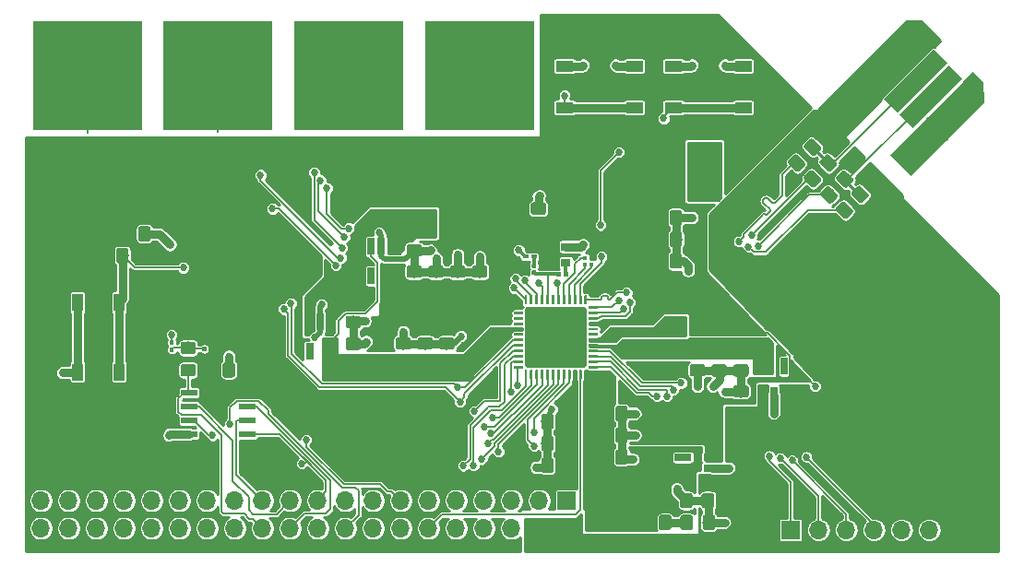
<source format=gtl>
G04 #@! TF.GenerationSoftware,KiCad,Pcbnew,(5.0.0)*
G04 #@! TF.CreationDate,2018-11-02T20:35:22+08:00*
G04 #@! TF.ProjectId,tomu-fpga,746F6D752D667067612E6B696361645F,rev?*
G04 #@! TF.SameCoordinates,Original*
G04 #@! TF.FileFunction,Copper,L1,Top,Signal*
G04 #@! TF.FilePolarity,Positive*
%FSLAX46Y46*%
G04 Gerber Fmt 4.6, Leading zero omitted, Abs format (unit mm)*
G04 Created by KiCad (PCBNEW (5.0.0)) date 11/02/18 20:35:22*
%MOMM*%
%LPD*%
G01*
G04 APERTURE LIST*
G04 #@! TA.AperFunction,ComponentPad*
%ADD10R,1.700000X1.700000*%
G04 #@! TD*
G04 #@! TA.AperFunction,ComponentPad*
%ADD11O,1.700000X1.700000*%
G04 #@! TD*
G04 #@! TA.AperFunction,SMDPad,CuDef*
%ADD12C,2.750000*%
G04 #@! TD*
G04 #@! TA.AperFunction,Conductor*
%ADD13C,0.100000*%
G04 #@! TD*
G04 #@! TA.AperFunction,SMDPad,CuDef*
%ADD14C,1.750000*%
G04 #@! TD*
G04 #@! TA.AperFunction,SMDPad,CuDef*
%ADD15C,0.945002*%
G04 #@! TD*
G04 #@! TA.AperFunction,SMDPad,CuDef*
%ADD16C,1.300000*%
G04 #@! TD*
G04 #@! TA.AperFunction,SMDPad,CuDef*
%ADD17R,1.600000X1.000000*%
G04 #@! TD*
G04 #@! TA.AperFunction,SMDPad,CuDef*
%ADD18R,0.900000X0.800000*%
G04 #@! TD*
G04 #@! TA.AperFunction,SMDPad,CuDef*
%ADD19C,1.150000*%
G04 #@! TD*
G04 #@! TA.AperFunction,SMDPad,CuDef*
%ADD20R,0.400000X0.400000*%
G04 #@! TD*
G04 #@! TA.AperFunction,SMDPad,CuDef*
%ADD21R,0.500000X0.300000*%
G04 #@! TD*
G04 #@! TA.AperFunction,SMDPad,CuDef*
%ADD22R,0.500000X0.350000*%
G04 #@! TD*
G04 #@! TA.AperFunction,SMDPad,CuDef*
%ADD23C,0.092278*%
G04 #@! TD*
G04 #@! TA.AperFunction,SMDPad,CuDef*
%ADD24R,0.370000X0.130000*%
G04 #@! TD*
G04 #@! TA.AperFunction,SMDPad,CuDef*
%ADD25C,5.600000*%
G04 #@! TD*
G04 #@! TA.AperFunction,SMDPad,CuDef*
%ADD26C,0.250000*%
G04 #@! TD*
G04 #@! TA.AperFunction,SMDPad,CuDef*
%ADD27C,0.400000*%
G04 #@! TD*
G04 #@! TA.AperFunction,SMDPad,CuDef*
%ADD28R,1.500000X0.600000*%
G04 #@! TD*
G04 #@! TA.AperFunction,SMDPad,CuDef*
%ADD29R,0.650000X1.560000*%
G04 #@! TD*
G04 #@! TA.AperFunction,SMDPad,CuDef*
%ADD30R,1.560000X0.650000*%
G04 #@! TD*
G04 #@! TA.AperFunction,SMDPad,CuDef*
%ADD31R,1.000000X1.600000*%
G04 #@! TD*
G04 #@! TA.AperFunction,SMDPad,CuDef*
%ADD32R,10.000000X10.000000*%
G04 #@! TD*
G04 #@! TA.AperFunction,ViaPad*
%ADD33C,0.685800*%
G04 #@! TD*
G04 #@! TA.AperFunction,Conductor*
%ADD34C,0.300000*%
G04 #@! TD*
G04 #@! TA.AperFunction,Conductor*
%ADD35C,0.800000*%
G04 #@! TD*
G04 #@! TA.AperFunction,Conductor*
%ADD36C,0.152400*%
G04 #@! TD*
G04 #@! TA.AperFunction,Conductor*
%ADD37C,0.500000*%
G04 #@! TD*
G04 #@! TA.AperFunction,Conductor*
%ADD38C,1.000000*%
G04 #@! TD*
G04 #@! TA.AperFunction,Conductor*
%ADD39C,0.200000*%
G04 #@! TD*
G04 #@! TA.AperFunction,Conductor*
%ADD40C,0.254000*%
G04 #@! TD*
G04 APERTURE END LIST*
D10*
G04 #@! TO.P,J3,1*
G04 #@! TO.N,/PMOD_1*
X95560000Y-77700000D03*
D11*
G04 #@! TO.P,J3,2*
G04 #@! TO.N,/PMOD_2*
X98100000Y-77700000D03*
G04 #@! TO.P,J3,3*
G04 #@! TO.N,/PMOD_3*
X100640000Y-77700000D03*
G04 #@! TO.P,J3,4*
G04 #@! TO.N,/PMOD_4*
X103180000Y-77700000D03*
G04 #@! TO.P,J3,5*
G04 #@! TO.N,GND*
X105720000Y-77700000D03*
G04 #@! TO.P,J3,6*
G04 #@! TO.N,+3V3*
X108260000Y-77700000D03*
G04 #@! TD*
D12*
G04 #@! TO.P,U9,4*
G04 #@! TO.N,GND*
X109000000Y-40850000D03*
D13*
G04 #@! TD*
G04 #@! TO.N,GND*
G04 #@! TO.C,U9*
G36*
X104668971Y-43236485D02*
X111386485Y-36518971D01*
X113331029Y-38463515D01*
X106613515Y-45181029D01*
X104668971Y-43236485D01*
X104668971Y-43236485D01*
G37*
D12*
G04 #@! TO.P,U9,1*
G04 #@! TO.N,+5V*
X104050252Y-35900252D03*
D13*
G04 #@! TD*
G04 #@! TO.N,+5V*
G04 #@! TO.C,U9*
G36*
X99719223Y-38286737D02*
X106436737Y-31569223D01*
X108381281Y-33513767D01*
X101663767Y-40231281D01*
X99719223Y-38286737D01*
X99719223Y-38286737D01*
G37*
D14*
G04 #@! TO.P,U9,2*
G04 #@! TO.N,Net-(R11-Pad2)*
X107020101Y-36465938D03*
D13*
G04 #@! TD*
G04 #@! TO.N,Net-(R11-Pad2)*
G04 #@! TO.C,U9*
G36*
X104135105Y-38113497D02*
X108667660Y-33580942D01*
X109905097Y-34818379D01*
X105372542Y-39350934D01*
X104135105Y-38113497D01*
X104135105Y-38113497D01*
G37*
D14*
G04 #@! TO.P,U9,3*
G04 #@! TO.N,Net-(R12-Pad2)*
X108434314Y-37880151D03*
D13*
G04 #@! TD*
G04 #@! TO.N,Net-(R12-Pad2)*
G04 #@! TO.C,U9*
G36*
X105549318Y-39527710D02*
X110081873Y-34995155D01*
X111319310Y-36232592D01*
X106786755Y-40765147D01*
X105549318Y-39527710D01*
X105549318Y-39527710D01*
G37*
D15*
G04 #@! TO.P,U9,4*
G04 #@! TO.N,GND*
X112818376Y-37031623D03*
D13*
G04 #@! TD*
G04 #@! TO.N,GND*
G04 #@! TO.C,U9*
G36*
X111386838Y-36519324D02*
X113277642Y-36571650D01*
X113278349Y-36572357D01*
X113330675Y-38463161D01*
X111386838Y-36519324D01*
X111386838Y-36519324D01*
G37*
D16*
G04 #@! TO.P,U9,4*
G04 #@! TO.N,GND*
X112330472Y-36543720D03*
D13*
G04 #@! TD*
G04 #@! TO.N,GND*
G04 #@! TO.C,U9*
G36*
X111384717Y-36517203D02*
X112303955Y-35597965D01*
X113276227Y-36570237D01*
X112356989Y-37489475D01*
X111384717Y-36517203D01*
X111384717Y-36517203D01*
G37*
D16*
G04 #@! TO.P,U9,1*
G04 #@! TO.N,+5V*
X108363603Y-32576851D03*
D13*
G04 #@! TD*
G04 #@! TO.N,+5V*
G04 #@! TO.C,U9*
G36*
X107417848Y-32550334D02*
X108337086Y-31631096D01*
X109309358Y-32603368D01*
X108390120Y-33522606D01*
X107417848Y-32550334D01*
X107417848Y-32550334D01*
G37*
D15*
G04 #@! TO.P,U9,1*
G04 #@! TO.N,+5V*
X107868629Y-32081876D03*
D13*
G04 #@! TD*
G04 #@! TO.N,+5V*
G04 #@! TO.C,U9*
G36*
X106437091Y-31569577D02*
X108327895Y-31621903D01*
X108328602Y-31622610D01*
X108380928Y-33513414D01*
X106437091Y-31569577D01*
X106437091Y-31569577D01*
G37*
D17*
G04 #@! TO.P,SW3,1*
G04 #@! TO.N,Net-(SW3-Pad1)*
X91200000Y-38900000D03*
G04 #@! TO.P,SW3,3*
G04 #@! TO.N,GND*
X91200000Y-35100000D03*
G04 #@! TO.P,SW3,2*
G04 #@! TO.N,Net-(SW3-Pad1)*
X84800000Y-38900000D03*
G04 #@! TO.P,SW3,4*
G04 #@! TO.N,GND*
X84800000Y-35100000D03*
G04 #@! TD*
D18*
G04 #@! TO.P,U7,3*
G04 #@! TO.N,Net-(R7-Pad1)*
X74925000Y-53125000D03*
G04 #@! TO.P,U7,2*
G04 #@! TO.N,GND*
X74925000Y-51675000D03*
G04 #@! TO.P,U7,1*
G04 #@! TO.N,+3V3*
X73075000Y-51675000D03*
G04 #@! TO.P,U7,4*
X73075000Y-53125000D03*
G04 #@! TD*
D13*
G04 #@! TO.N,+2V5*
G04 #@! TO.C,C27*
G36*
X78324505Y-66301204D02*
X78348773Y-66304804D01*
X78372572Y-66310765D01*
X78395671Y-66319030D01*
X78417850Y-66329520D01*
X78438893Y-66342132D01*
X78458599Y-66356747D01*
X78476777Y-66373223D01*
X78493253Y-66391401D01*
X78507868Y-66411107D01*
X78520480Y-66432150D01*
X78530970Y-66454329D01*
X78539235Y-66477428D01*
X78545196Y-66501227D01*
X78548796Y-66525495D01*
X78550000Y-66549999D01*
X78550000Y-67450001D01*
X78548796Y-67474505D01*
X78545196Y-67498773D01*
X78539235Y-67522572D01*
X78530970Y-67545671D01*
X78520480Y-67567850D01*
X78507868Y-67588893D01*
X78493253Y-67608599D01*
X78476777Y-67626777D01*
X78458599Y-67643253D01*
X78438893Y-67657868D01*
X78417850Y-67670480D01*
X78395671Y-67680970D01*
X78372572Y-67689235D01*
X78348773Y-67695196D01*
X78324505Y-67698796D01*
X78300001Y-67700000D01*
X77649999Y-67700000D01*
X77625495Y-67698796D01*
X77601227Y-67695196D01*
X77577428Y-67689235D01*
X77554329Y-67680970D01*
X77532150Y-67670480D01*
X77511107Y-67657868D01*
X77491401Y-67643253D01*
X77473223Y-67626777D01*
X77456747Y-67608599D01*
X77442132Y-67588893D01*
X77429520Y-67567850D01*
X77419030Y-67545671D01*
X77410765Y-67522572D01*
X77404804Y-67498773D01*
X77401204Y-67474505D01*
X77400000Y-67450001D01*
X77400000Y-66549999D01*
X77401204Y-66525495D01*
X77404804Y-66501227D01*
X77410765Y-66477428D01*
X77419030Y-66454329D01*
X77429520Y-66432150D01*
X77442132Y-66411107D01*
X77456747Y-66391401D01*
X77473223Y-66373223D01*
X77491401Y-66356747D01*
X77511107Y-66342132D01*
X77532150Y-66329520D01*
X77554329Y-66319030D01*
X77577428Y-66310765D01*
X77601227Y-66304804D01*
X77625495Y-66301204D01*
X77649999Y-66300000D01*
X78300001Y-66300000D01*
X78324505Y-66301204D01*
X78324505Y-66301204D01*
G37*
D19*
G04 #@! TD*
G04 #@! TO.P,C27,1*
G04 #@! TO.N,+2V5*
X77975000Y-67000000D03*
D13*
G04 #@! TO.N,GND*
G04 #@! TO.C,C27*
G36*
X80374505Y-66301204D02*
X80398773Y-66304804D01*
X80422572Y-66310765D01*
X80445671Y-66319030D01*
X80467850Y-66329520D01*
X80488893Y-66342132D01*
X80508599Y-66356747D01*
X80526777Y-66373223D01*
X80543253Y-66391401D01*
X80557868Y-66411107D01*
X80570480Y-66432150D01*
X80580970Y-66454329D01*
X80589235Y-66477428D01*
X80595196Y-66501227D01*
X80598796Y-66525495D01*
X80600000Y-66549999D01*
X80600000Y-67450001D01*
X80598796Y-67474505D01*
X80595196Y-67498773D01*
X80589235Y-67522572D01*
X80580970Y-67545671D01*
X80570480Y-67567850D01*
X80557868Y-67588893D01*
X80543253Y-67608599D01*
X80526777Y-67626777D01*
X80508599Y-67643253D01*
X80488893Y-67657868D01*
X80467850Y-67670480D01*
X80445671Y-67680970D01*
X80422572Y-67689235D01*
X80398773Y-67695196D01*
X80374505Y-67698796D01*
X80350001Y-67700000D01*
X79699999Y-67700000D01*
X79675495Y-67698796D01*
X79651227Y-67695196D01*
X79627428Y-67689235D01*
X79604329Y-67680970D01*
X79582150Y-67670480D01*
X79561107Y-67657868D01*
X79541401Y-67643253D01*
X79523223Y-67626777D01*
X79506747Y-67608599D01*
X79492132Y-67588893D01*
X79479520Y-67567850D01*
X79469030Y-67545671D01*
X79460765Y-67522572D01*
X79454804Y-67498773D01*
X79451204Y-67474505D01*
X79450000Y-67450001D01*
X79450000Y-66549999D01*
X79451204Y-66525495D01*
X79454804Y-66501227D01*
X79460765Y-66477428D01*
X79469030Y-66454329D01*
X79479520Y-66432150D01*
X79492132Y-66411107D01*
X79506747Y-66391401D01*
X79523223Y-66373223D01*
X79541401Y-66356747D01*
X79561107Y-66342132D01*
X79582150Y-66329520D01*
X79604329Y-66319030D01*
X79627428Y-66310765D01*
X79651227Y-66304804D01*
X79675495Y-66301204D01*
X79699999Y-66300000D01*
X80350001Y-66300000D01*
X80374505Y-66301204D01*
X80374505Y-66301204D01*
G37*
D19*
G04 #@! TD*
G04 #@! TO.P,C27,2*
G04 #@! TO.N,GND*
X80025000Y-67000000D03*
D13*
G04 #@! TO.N,GND*
G04 #@! TO.C,C26*
G36*
X85374505Y-50301204D02*
X85398773Y-50304804D01*
X85422572Y-50310765D01*
X85445671Y-50319030D01*
X85467850Y-50329520D01*
X85488893Y-50342132D01*
X85508599Y-50356747D01*
X85526777Y-50373223D01*
X85543253Y-50391401D01*
X85557868Y-50411107D01*
X85570480Y-50432150D01*
X85580970Y-50454329D01*
X85589235Y-50477428D01*
X85595196Y-50501227D01*
X85598796Y-50525495D01*
X85600000Y-50549999D01*
X85600000Y-51450001D01*
X85598796Y-51474505D01*
X85595196Y-51498773D01*
X85589235Y-51522572D01*
X85580970Y-51545671D01*
X85570480Y-51567850D01*
X85557868Y-51588893D01*
X85543253Y-51608599D01*
X85526777Y-51626777D01*
X85508599Y-51643253D01*
X85488893Y-51657868D01*
X85467850Y-51670480D01*
X85445671Y-51680970D01*
X85422572Y-51689235D01*
X85398773Y-51695196D01*
X85374505Y-51698796D01*
X85350001Y-51700000D01*
X84699999Y-51700000D01*
X84675495Y-51698796D01*
X84651227Y-51695196D01*
X84627428Y-51689235D01*
X84604329Y-51680970D01*
X84582150Y-51670480D01*
X84561107Y-51657868D01*
X84541401Y-51643253D01*
X84523223Y-51626777D01*
X84506747Y-51608599D01*
X84492132Y-51588893D01*
X84479520Y-51567850D01*
X84469030Y-51545671D01*
X84460765Y-51522572D01*
X84454804Y-51498773D01*
X84451204Y-51474505D01*
X84450000Y-51450001D01*
X84450000Y-50549999D01*
X84451204Y-50525495D01*
X84454804Y-50501227D01*
X84460765Y-50477428D01*
X84469030Y-50454329D01*
X84479520Y-50432150D01*
X84492132Y-50411107D01*
X84506747Y-50391401D01*
X84523223Y-50373223D01*
X84541401Y-50356747D01*
X84561107Y-50342132D01*
X84582150Y-50329520D01*
X84604329Y-50319030D01*
X84627428Y-50310765D01*
X84651227Y-50304804D01*
X84675495Y-50301204D01*
X84699999Y-50300000D01*
X85350001Y-50300000D01*
X85374505Y-50301204D01*
X85374505Y-50301204D01*
G37*
D19*
G04 #@! TD*
G04 #@! TO.P,C26,2*
G04 #@! TO.N,GND*
X85025000Y-51000000D03*
D13*
G04 #@! TO.N,+3V3*
G04 #@! TO.C,C26*
G36*
X83324505Y-50301204D02*
X83348773Y-50304804D01*
X83372572Y-50310765D01*
X83395671Y-50319030D01*
X83417850Y-50329520D01*
X83438893Y-50342132D01*
X83458599Y-50356747D01*
X83476777Y-50373223D01*
X83493253Y-50391401D01*
X83507868Y-50411107D01*
X83520480Y-50432150D01*
X83530970Y-50454329D01*
X83539235Y-50477428D01*
X83545196Y-50501227D01*
X83548796Y-50525495D01*
X83550000Y-50549999D01*
X83550000Y-51450001D01*
X83548796Y-51474505D01*
X83545196Y-51498773D01*
X83539235Y-51522572D01*
X83530970Y-51545671D01*
X83520480Y-51567850D01*
X83507868Y-51588893D01*
X83493253Y-51608599D01*
X83476777Y-51626777D01*
X83458599Y-51643253D01*
X83438893Y-51657868D01*
X83417850Y-51670480D01*
X83395671Y-51680970D01*
X83372572Y-51689235D01*
X83348773Y-51695196D01*
X83324505Y-51698796D01*
X83300001Y-51700000D01*
X82649999Y-51700000D01*
X82625495Y-51698796D01*
X82601227Y-51695196D01*
X82577428Y-51689235D01*
X82554329Y-51680970D01*
X82532150Y-51670480D01*
X82511107Y-51657868D01*
X82491401Y-51643253D01*
X82473223Y-51626777D01*
X82456747Y-51608599D01*
X82442132Y-51588893D01*
X82429520Y-51567850D01*
X82419030Y-51545671D01*
X82410765Y-51522572D01*
X82404804Y-51498773D01*
X82401204Y-51474505D01*
X82400000Y-51450001D01*
X82400000Y-50549999D01*
X82401204Y-50525495D01*
X82404804Y-50501227D01*
X82410765Y-50477428D01*
X82419030Y-50454329D01*
X82429520Y-50432150D01*
X82442132Y-50411107D01*
X82456747Y-50391401D01*
X82473223Y-50373223D01*
X82491401Y-50356747D01*
X82511107Y-50342132D01*
X82532150Y-50329520D01*
X82554329Y-50319030D01*
X82577428Y-50310765D01*
X82601227Y-50304804D01*
X82625495Y-50301204D01*
X82649999Y-50300000D01*
X83300001Y-50300000D01*
X83324505Y-50301204D01*
X83324505Y-50301204D01*
G37*
D19*
G04 #@! TD*
G04 #@! TO.P,C26,1*
G04 #@! TO.N,+3V3*
X82975000Y-51000000D03*
D13*
G04 #@! TO.N,+2V5*
G04 #@! TO.C,C25*
G36*
X78324505Y-68301204D02*
X78348773Y-68304804D01*
X78372572Y-68310765D01*
X78395671Y-68319030D01*
X78417850Y-68329520D01*
X78438893Y-68342132D01*
X78458599Y-68356747D01*
X78476777Y-68373223D01*
X78493253Y-68391401D01*
X78507868Y-68411107D01*
X78520480Y-68432150D01*
X78530970Y-68454329D01*
X78539235Y-68477428D01*
X78545196Y-68501227D01*
X78548796Y-68525495D01*
X78550000Y-68549999D01*
X78550000Y-69450001D01*
X78548796Y-69474505D01*
X78545196Y-69498773D01*
X78539235Y-69522572D01*
X78530970Y-69545671D01*
X78520480Y-69567850D01*
X78507868Y-69588893D01*
X78493253Y-69608599D01*
X78476777Y-69626777D01*
X78458599Y-69643253D01*
X78438893Y-69657868D01*
X78417850Y-69670480D01*
X78395671Y-69680970D01*
X78372572Y-69689235D01*
X78348773Y-69695196D01*
X78324505Y-69698796D01*
X78300001Y-69700000D01*
X77649999Y-69700000D01*
X77625495Y-69698796D01*
X77601227Y-69695196D01*
X77577428Y-69689235D01*
X77554329Y-69680970D01*
X77532150Y-69670480D01*
X77511107Y-69657868D01*
X77491401Y-69643253D01*
X77473223Y-69626777D01*
X77456747Y-69608599D01*
X77442132Y-69588893D01*
X77429520Y-69567850D01*
X77419030Y-69545671D01*
X77410765Y-69522572D01*
X77404804Y-69498773D01*
X77401204Y-69474505D01*
X77400000Y-69450001D01*
X77400000Y-68549999D01*
X77401204Y-68525495D01*
X77404804Y-68501227D01*
X77410765Y-68477428D01*
X77419030Y-68454329D01*
X77429520Y-68432150D01*
X77442132Y-68411107D01*
X77456747Y-68391401D01*
X77473223Y-68373223D01*
X77491401Y-68356747D01*
X77511107Y-68342132D01*
X77532150Y-68329520D01*
X77554329Y-68319030D01*
X77577428Y-68310765D01*
X77601227Y-68304804D01*
X77625495Y-68301204D01*
X77649999Y-68300000D01*
X78300001Y-68300000D01*
X78324505Y-68301204D01*
X78324505Y-68301204D01*
G37*
D19*
G04 #@! TD*
G04 #@! TO.P,C25,1*
G04 #@! TO.N,+2V5*
X77975000Y-69000000D03*
D13*
G04 #@! TO.N,GND*
G04 #@! TO.C,C25*
G36*
X80374505Y-68301204D02*
X80398773Y-68304804D01*
X80422572Y-68310765D01*
X80445671Y-68319030D01*
X80467850Y-68329520D01*
X80488893Y-68342132D01*
X80508599Y-68356747D01*
X80526777Y-68373223D01*
X80543253Y-68391401D01*
X80557868Y-68411107D01*
X80570480Y-68432150D01*
X80580970Y-68454329D01*
X80589235Y-68477428D01*
X80595196Y-68501227D01*
X80598796Y-68525495D01*
X80600000Y-68549999D01*
X80600000Y-69450001D01*
X80598796Y-69474505D01*
X80595196Y-69498773D01*
X80589235Y-69522572D01*
X80580970Y-69545671D01*
X80570480Y-69567850D01*
X80557868Y-69588893D01*
X80543253Y-69608599D01*
X80526777Y-69626777D01*
X80508599Y-69643253D01*
X80488893Y-69657868D01*
X80467850Y-69670480D01*
X80445671Y-69680970D01*
X80422572Y-69689235D01*
X80398773Y-69695196D01*
X80374505Y-69698796D01*
X80350001Y-69700000D01*
X79699999Y-69700000D01*
X79675495Y-69698796D01*
X79651227Y-69695196D01*
X79627428Y-69689235D01*
X79604329Y-69680970D01*
X79582150Y-69670480D01*
X79561107Y-69657868D01*
X79541401Y-69643253D01*
X79523223Y-69626777D01*
X79506747Y-69608599D01*
X79492132Y-69588893D01*
X79479520Y-69567850D01*
X79469030Y-69545671D01*
X79460765Y-69522572D01*
X79454804Y-69498773D01*
X79451204Y-69474505D01*
X79450000Y-69450001D01*
X79450000Y-68549999D01*
X79451204Y-68525495D01*
X79454804Y-68501227D01*
X79460765Y-68477428D01*
X79469030Y-68454329D01*
X79479520Y-68432150D01*
X79492132Y-68411107D01*
X79506747Y-68391401D01*
X79523223Y-68373223D01*
X79541401Y-68356747D01*
X79561107Y-68342132D01*
X79582150Y-68329520D01*
X79604329Y-68319030D01*
X79627428Y-68310765D01*
X79651227Y-68304804D01*
X79675495Y-68301204D01*
X79699999Y-68300000D01*
X80350001Y-68300000D01*
X80374505Y-68301204D01*
X80374505Y-68301204D01*
G37*
D19*
G04 #@! TD*
G04 #@! TO.P,C25,2*
G04 #@! TO.N,GND*
X80025000Y-69000000D03*
D13*
G04 #@! TO.N,GND*
G04 #@! TO.C,C24*
G36*
X85374505Y-48301204D02*
X85398773Y-48304804D01*
X85422572Y-48310765D01*
X85445671Y-48319030D01*
X85467850Y-48329520D01*
X85488893Y-48342132D01*
X85508599Y-48356747D01*
X85526777Y-48373223D01*
X85543253Y-48391401D01*
X85557868Y-48411107D01*
X85570480Y-48432150D01*
X85580970Y-48454329D01*
X85589235Y-48477428D01*
X85595196Y-48501227D01*
X85598796Y-48525495D01*
X85600000Y-48549999D01*
X85600000Y-49450001D01*
X85598796Y-49474505D01*
X85595196Y-49498773D01*
X85589235Y-49522572D01*
X85580970Y-49545671D01*
X85570480Y-49567850D01*
X85557868Y-49588893D01*
X85543253Y-49608599D01*
X85526777Y-49626777D01*
X85508599Y-49643253D01*
X85488893Y-49657868D01*
X85467850Y-49670480D01*
X85445671Y-49680970D01*
X85422572Y-49689235D01*
X85398773Y-49695196D01*
X85374505Y-49698796D01*
X85350001Y-49700000D01*
X84699999Y-49700000D01*
X84675495Y-49698796D01*
X84651227Y-49695196D01*
X84627428Y-49689235D01*
X84604329Y-49680970D01*
X84582150Y-49670480D01*
X84561107Y-49657868D01*
X84541401Y-49643253D01*
X84523223Y-49626777D01*
X84506747Y-49608599D01*
X84492132Y-49588893D01*
X84479520Y-49567850D01*
X84469030Y-49545671D01*
X84460765Y-49522572D01*
X84454804Y-49498773D01*
X84451204Y-49474505D01*
X84450000Y-49450001D01*
X84450000Y-48549999D01*
X84451204Y-48525495D01*
X84454804Y-48501227D01*
X84460765Y-48477428D01*
X84469030Y-48454329D01*
X84479520Y-48432150D01*
X84492132Y-48411107D01*
X84506747Y-48391401D01*
X84523223Y-48373223D01*
X84541401Y-48356747D01*
X84561107Y-48342132D01*
X84582150Y-48329520D01*
X84604329Y-48319030D01*
X84627428Y-48310765D01*
X84651227Y-48304804D01*
X84675495Y-48301204D01*
X84699999Y-48300000D01*
X85350001Y-48300000D01*
X85374505Y-48301204D01*
X85374505Y-48301204D01*
G37*
D19*
G04 #@! TD*
G04 #@! TO.P,C24,2*
G04 #@! TO.N,GND*
X85025000Y-49000000D03*
D13*
G04 #@! TO.N,+3V3*
G04 #@! TO.C,C24*
G36*
X83324505Y-48301204D02*
X83348773Y-48304804D01*
X83372572Y-48310765D01*
X83395671Y-48319030D01*
X83417850Y-48329520D01*
X83438893Y-48342132D01*
X83458599Y-48356747D01*
X83476777Y-48373223D01*
X83493253Y-48391401D01*
X83507868Y-48411107D01*
X83520480Y-48432150D01*
X83530970Y-48454329D01*
X83539235Y-48477428D01*
X83545196Y-48501227D01*
X83548796Y-48525495D01*
X83550000Y-48549999D01*
X83550000Y-49450001D01*
X83548796Y-49474505D01*
X83545196Y-49498773D01*
X83539235Y-49522572D01*
X83530970Y-49545671D01*
X83520480Y-49567850D01*
X83507868Y-49588893D01*
X83493253Y-49608599D01*
X83476777Y-49626777D01*
X83458599Y-49643253D01*
X83438893Y-49657868D01*
X83417850Y-49670480D01*
X83395671Y-49680970D01*
X83372572Y-49689235D01*
X83348773Y-49695196D01*
X83324505Y-49698796D01*
X83300001Y-49700000D01*
X82649999Y-49700000D01*
X82625495Y-49698796D01*
X82601227Y-49695196D01*
X82577428Y-49689235D01*
X82554329Y-49680970D01*
X82532150Y-49670480D01*
X82511107Y-49657868D01*
X82491401Y-49643253D01*
X82473223Y-49626777D01*
X82456747Y-49608599D01*
X82442132Y-49588893D01*
X82429520Y-49567850D01*
X82419030Y-49545671D01*
X82410765Y-49522572D01*
X82404804Y-49498773D01*
X82401204Y-49474505D01*
X82400000Y-49450001D01*
X82400000Y-48549999D01*
X82401204Y-48525495D01*
X82404804Y-48501227D01*
X82410765Y-48477428D01*
X82419030Y-48454329D01*
X82429520Y-48432150D01*
X82442132Y-48411107D01*
X82456747Y-48391401D01*
X82473223Y-48373223D01*
X82491401Y-48356747D01*
X82511107Y-48342132D01*
X82532150Y-48329520D01*
X82554329Y-48319030D01*
X82577428Y-48310765D01*
X82601227Y-48304804D01*
X82625495Y-48301204D01*
X82649999Y-48300000D01*
X83300001Y-48300000D01*
X83324505Y-48301204D01*
X83324505Y-48301204D01*
G37*
D19*
G04 #@! TD*
G04 #@! TO.P,C24,1*
G04 #@! TO.N,+3V3*
X82975000Y-49000000D03*
D13*
G04 #@! TO.N,/VCCPLL*
G04 #@! TO.C,C23*
G36*
X87474505Y-60401204D02*
X87498773Y-60404804D01*
X87522572Y-60410765D01*
X87545671Y-60419030D01*
X87567850Y-60429520D01*
X87588893Y-60442132D01*
X87608599Y-60456747D01*
X87626777Y-60473223D01*
X87643253Y-60491401D01*
X87657868Y-60511107D01*
X87670480Y-60532150D01*
X87680970Y-60554329D01*
X87689235Y-60577428D01*
X87695196Y-60601227D01*
X87698796Y-60625495D01*
X87700000Y-60649999D01*
X87700000Y-61300001D01*
X87698796Y-61324505D01*
X87695196Y-61348773D01*
X87689235Y-61372572D01*
X87680970Y-61395671D01*
X87670480Y-61417850D01*
X87657868Y-61438893D01*
X87643253Y-61458599D01*
X87626777Y-61476777D01*
X87608599Y-61493253D01*
X87588893Y-61507868D01*
X87567850Y-61520480D01*
X87545671Y-61530970D01*
X87522572Y-61539235D01*
X87498773Y-61545196D01*
X87474505Y-61548796D01*
X87450001Y-61550000D01*
X86549999Y-61550000D01*
X86525495Y-61548796D01*
X86501227Y-61545196D01*
X86477428Y-61539235D01*
X86454329Y-61530970D01*
X86432150Y-61520480D01*
X86411107Y-61507868D01*
X86391401Y-61493253D01*
X86373223Y-61476777D01*
X86356747Y-61458599D01*
X86342132Y-61438893D01*
X86329520Y-61417850D01*
X86319030Y-61395671D01*
X86310765Y-61372572D01*
X86304804Y-61348773D01*
X86301204Y-61324505D01*
X86300000Y-61300001D01*
X86300000Y-60649999D01*
X86301204Y-60625495D01*
X86304804Y-60601227D01*
X86310765Y-60577428D01*
X86319030Y-60554329D01*
X86329520Y-60532150D01*
X86342132Y-60511107D01*
X86356747Y-60491401D01*
X86373223Y-60473223D01*
X86391401Y-60456747D01*
X86411107Y-60442132D01*
X86432150Y-60429520D01*
X86454329Y-60419030D01*
X86477428Y-60410765D01*
X86501227Y-60404804D01*
X86525495Y-60401204D01*
X86549999Y-60400000D01*
X87450001Y-60400000D01*
X87474505Y-60401204D01*
X87474505Y-60401204D01*
G37*
D19*
G04 #@! TD*
G04 #@! TO.P,C23,1*
G04 #@! TO.N,/VCCPLL*
X87000000Y-60975000D03*
D13*
G04 #@! TO.N,GND*
G04 #@! TO.C,C23*
G36*
X87474505Y-62451204D02*
X87498773Y-62454804D01*
X87522572Y-62460765D01*
X87545671Y-62469030D01*
X87567850Y-62479520D01*
X87588893Y-62492132D01*
X87608599Y-62506747D01*
X87626777Y-62523223D01*
X87643253Y-62541401D01*
X87657868Y-62561107D01*
X87670480Y-62582150D01*
X87680970Y-62604329D01*
X87689235Y-62627428D01*
X87695196Y-62651227D01*
X87698796Y-62675495D01*
X87700000Y-62699999D01*
X87700000Y-63350001D01*
X87698796Y-63374505D01*
X87695196Y-63398773D01*
X87689235Y-63422572D01*
X87680970Y-63445671D01*
X87670480Y-63467850D01*
X87657868Y-63488893D01*
X87643253Y-63508599D01*
X87626777Y-63526777D01*
X87608599Y-63543253D01*
X87588893Y-63557868D01*
X87567850Y-63570480D01*
X87545671Y-63580970D01*
X87522572Y-63589235D01*
X87498773Y-63595196D01*
X87474505Y-63598796D01*
X87450001Y-63600000D01*
X86549999Y-63600000D01*
X86525495Y-63598796D01*
X86501227Y-63595196D01*
X86477428Y-63589235D01*
X86454329Y-63580970D01*
X86432150Y-63570480D01*
X86411107Y-63557868D01*
X86391401Y-63543253D01*
X86373223Y-63526777D01*
X86356747Y-63508599D01*
X86342132Y-63488893D01*
X86329520Y-63467850D01*
X86319030Y-63445671D01*
X86310765Y-63422572D01*
X86304804Y-63398773D01*
X86301204Y-63374505D01*
X86300000Y-63350001D01*
X86300000Y-62699999D01*
X86301204Y-62675495D01*
X86304804Y-62651227D01*
X86310765Y-62627428D01*
X86319030Y-62604329D01*
X86329520Y-62582150D01*
X86342132Y-62561107D01*
X86356747Y-62541401D01*
X86373223Y-62523223D01*
X86391401Y-62506747D01*
X86411107Y-62492132D01*
X86432150Y-62479520D01*
X86454329Y-62469030D01*
X86477428Y-62460765D01*
X86501227Y-62454804D01*
X86525495Y-62451204D01*
X86549999Y-62450000D01*
X87450001Y-62450000D01*
X87474505Y-62451204D01*
X87474505Y-62451204D01*
G37*
D19*
G04 #@! TD*
G04 #@! TO.P,C23,2*
G04 #@! TO.N,GND*
X87000000Y-63025000D03*
D13*
G04 #@! TO.N,/VCCPLL*
G04 #@! TO.C,C22*
G36*
X89474505Y-60426204D02*
X89498773Y-60429804D01*
X89522572Y-60435765D01*
X89545671Y-60444030D01*
X89567850Y-60454520D01*
X89588893Y-60467132D01*
X89608599Y-60481747D01*
X89626777Y-60498223D01*
X89643253Y-60516401D01*
X89657868Y-60536107D01*
X89670480Y-60557150D01*
X89680970Y-60579329D01*
X89689235Y-60602428D01*
X89695196Y-60626227D01*
X89698796Y-60650495D01*
X89700000Y-60674999D01*
X89700000Y-61325001D01*
X89698796Y-61349505D01*
X89695196Y-61373773D01*
X89689235Y-61397572D01*
X89680970Y-61420671D01*
X89670480Y-61442850D01*
X89657868Y-61463893D01*
X89643253Y-61483599D01*
X89626777Y-61501777D01*
X89608599Y-61518253D01*
X89588893Y-61532868D01*
X89567850Y-61545480D01*
X89545671Y-61555970D01*
X89522572Y-61564235D01*
X89498773Y-61570196D01*
X89474505Y-61573796D01*
X89450001Y-61575000D01*
X88549999Y-61575000D01*
X88525495Y-61573796D01*
X88501227Y-61570196D01*
X88477428Y-61564235D01*
X88454329Y-61555970D01*
X88432150Y-61545480D01*
X88411107Y-61532868D01*
X88391401Y-61518253D01*
X88373223Y-61501777D01*
X88356747Y-61483599D01*
X88342132Y-61463893D01*
X88329520Y-61442850D01*
X88319030Y-61420671D01*
X88310765Y-61397572D01*
X88304804Y-61373773D01*
X88301204Y-61349505D01*
X88300000Y-61325001D01*
X88300000Y-60674999D01*
X88301204Y-60650495D01*
X88304804Y-60626227D01*
X88310765Y-60602428D01*
X88319030Y-60579329D01*
X88329520Y-60557150D01*
X88342132Y-60536107D01*
X88356747Y-60516401D01*
X88373223Y-60498223D01*
X88391401Y-60481747D01*
X88411107Y-60467132D01*
X88432150Y-60454520D01*
X88454329Y-60444030D01*
X88477428Y-60435765D01*
X88501227Y-60429804D01*
X88525495Y-60426204D01*
X88549999Y-60425000D01*
X89450001Y-60425000D01*
X89474505Y-60426204D01*
X89474505Y-60426204D01*
G37*
D19*
G04 #@! TD*
G04 #@! TO.P,C22,2*
G04 #@! TO.N,/VCCPLL*
X89000000Y-61000000D03*
D13*
G04 #@! TO.N,GND*
G04 #@! TO.C,C22*
G36*
X89474505Y-62476204D02*
X89498773Y-62479804D01*
X89522572Y-62485765D01*
X89545671Y-62494030D01*
X89567850Y-62504520D01*
X89588893Y-62517132D01*
X89608599Y-62531747D01*
X89626777Y-62548223D01*
X89643253Y-62566401D01*
X89657868Y-62586107D01*
X89670480Y-62607150D01*
X89680970Y-62629329D01*
X89689235Y-62652428D01*
X89695196Y-62676227D01*
X89698796Y-62700495D01*
X89700000Y-62724999D01*
X89700000Y-63375001D01*
X89698796Y-63399505D01*
X89695196Y-63423773D01*
X89689235Y-63447572D01*
X89680970Y-63470671D01*
X89670480Y-63492850D01*
X89657868Y-63513893D01*
X89643253Y-63533599D01*
X89626777Y-63551777D01*
X89608599Y-63568253D01*
X89588893Y-63582868D01*
X89567850Y-63595480D01*
X89545671Y-63605970D01*
X89522572Y-63614235D01*
X89498773Y-63620196D01*
X89474505Y-63623796D01*
X89450001Y-63625000D01*
X88549999Y-63625000D01*
X88525495Y-63623796D01*
X88501227Y-63620196D01*
X88477428Y-63614235D01*
X88454329Y-63605970D01*
X88432150Y-63595480D01*
X88411107Y-63582868D01*
X88391401Y-63568253D01*
X88373223Y-63551777D01*
X88356747Y-63533599D01*
X88342132Y-63513893D01*
X88329520Y-63492850D01*
X88319030Y-63470671D01*
X88310765Y-63447572D01*
X88304804Y-63423773D01*
X88301204Y-63399505D01*
X88300000Y-63375001D01*
X88300000Y-62724999D01*
X88301204Y-62700495D01*
X88304804Y-62676227D01*
X88310765Y-62652428D01*
X88319030Y-62629329D01*
X88329520Y-62607150D01*
X88342132Y-62586107D01*
X88356747Y-62566401D01*
X88373223Y-62548223D01*
X88391401Y-62531747D01*
X88411107Y-62517132D01*
X88432150Y-62504520D01*
X88454329Y-62494030D01*
X88477428Y-62485765D01*
X88501227Y-62479804D01*
X88525495Y-62476204D01*
X88549999Y-62475000D01*
X89450001Y-62475000D01*
X89474505Y-62476204D01*
X89474505Y-62476204D01*
G37*
D19*
G04 #@! TD*
G04 #@! TO.P,C22,1*
G04 #@! TO.N,GND*
X89000000Y-63050000D03*
D13*
G04 #@! TO.N,+2V5*
G04 #@! TO.C,C21*
G36*
X78324505Y-70301204D02*
X78348773Y-70304804D01*
X78372572Y-70310765D01*
X78395671Y-70319030D01*
X78417850Y-70329520D01*
X78438893Y-70342132D01*
X78458599Y-70356747D01*
X78476777Y-70373223D01*
X78493253Y-70391401D01*
X78507868Y-70411107D01*
X78520480Y-70432150D01*
X78530970Y-70454329D01*
X78539235Y-70477428D01*
X78545196Y-70501227D01*
X78548796Y-70525495D01*
X78550000Y-70549999D01*
X78550000Y-71450001D01*
X78548796Y-71474505D01*
X78545196Y-71498773D01*
X78539235Y-71522572D01*
X78530970Y-71545671D01*
X78520480Y-71567850D01*
X78507868Y-71588893D01*
X78493253Y-71608599D01*
X78476777Y-71626777D01*
X78458599Y-71643253D01*
X78438893Y-71657868D01*
X78417850Y-71670480D01*
X78395671Y-71680970D01*
X78372572Y-71689235D01*
X78348773Y-71695196D01*
X78324505Y-71698796D01*
X78300001Y-71700000D01*
X77649999Y-71700000D01*
X77625495Y-71698796D01*
X77601227Y-71695196D01*
X77577428Y-71689235D01*
X77554329Y-71680970D01*
X77532150Y-71670480D01*
X77511107Y-71657868D01*
X77491401Y-71643253D01*
X77473223Y-71626777D01*
X77456747Y-71608599D01*
X77442132Y-71588893D01*
X77429520Y-71567850D01*
X77419030Y-71545671D01*
X77410765Y-71522572D01*
X77404804Y-71498773D01*
X77401204Y-71474505D01*
X77400000Y-71450001D01*
X77400000Y-70549999D01*
X77401204Y-70525495D01*
X77404804Y-70501227D01*
X77410765Y-70477428D01*
X77419030Y-70454329D01*
X77429520Y-70432150D01*
X77442132Y-70411107D01*
X77456747Y-70391401D01*
X77473223Y-70373223D01*
X77491401Y-70356747D01*
X77511107Y-70342132D01*
X77532150Y-70329520D01*
X77554329Y-70319030D01*
X77577428Y-70310765D01*
X77601227Y-70304804D01*
X77625495Y-70301204D01*
X77649999Y-70300000D01*
X78300001Y-70300000D01*
X78324505Y-70301204D01*
X78324505Y-70301204D01*
G37*
D19*
G04 #@! TD*
G04 #@! TO.P,C21,1*
G04 #@! TO.N,+2V5*
X77975000Y-71000000D03*
D13*
G04 #@! TO.N,GND*
G04 #@! TO.C,C21*
G36*
X80374505Y-70301204D02*
X80398773Y-70304804D01*
X80422572Y-70310765D01*
X80445671Y-70319030D01*
X80467850Y-70329520D01*
X80488893Y-70342132D01*
X80508599Y-70356747D01*
X80526777Y-70373223D01*
X80543253Y-70391401D01*
X80557868Y-70411107D01*
X80570480Y-70432150D01*
X80580970Y-70454329D01*
X80589235Y-70477428D01*
X80595196Y-70501227D01*
X80598796Y-70525495D01*
X80600000Y-70549999D01*
X80600000Y-71450001D01*
X80598796Y-71474505D01*
X80595196Y-71498773D01*
X80589235Y-71522572D01*
X80580970Y-71545671D01*
X80570480Y-71567850D01*
X80557868Y-71588893D01*
X80543253Y-71608599D01*
X80526777Y-71626777D01*
X80508599Y-71643253D01*
X80488893Y-71657868D01*
X80467850Y-71670480D01*
X80445671Y-71680970D01*
X80422572Y-71689235D01*
X80398773Y-71695196D01*
X80374505Y-71698796D01*
X80350001Y-71700000D01*
X79699999Y-71700000D01*
X79675495Y-71698796D01*
X79651227Y-71695196D01*
X79627428Y-71689235D01*
X79604329Y-71680970D01*
X79582150Y-71670480D01*
X79561107Y-71657868D01*
X79541401Y-71643253D01*
X79523223Y-71626777D01*
X79506747Y-71608599D01*
X79492132Y-71588893D01*
X79479520Y-71567850D01*
X79469030Y-71545671D01*
X79460765Y-71522572D01*
X79454804Y-71498773D01*
X79451204Y-71474505D01*
X79450000Y-71450001D01*
X79450000Y-70549999D01*
X79451204Y-70525495D01*
X79454804Y-70501227D01*
X79460765Y-70477428D01*
X79469030Y-70454329D01*
X79479520Y-70432150D01*
X79492132Y-70411107D01*
X79506747Y-70391401D01*
X79523223Y-70373223D01*
X79541401Y-70356747D01*
X79561107Y-70342132D01*
X79582150Y-70329520D01*
X79604329Y-70319030D01*
X79627428Y-70310765D01*
X79651227Y-70304804D01*
X79675495Y-70301204D01*
X79699999Y-70300000D01*
X80350001Y-70300000D01*
X80374505Y-70301204D01*
X80374505Y-70301204D01*
G37*
D19*
G04 #@! TD*
G04 #@! TO.P,C21,2*
G04 #@! TO.N,GND*
X80025000Y-71000000D03*
D13*
G04 #@! TO.N,GND*
G04 #@! TO.C,C20*
G36*
X64474505Y-60001204D02*
X64498773Y-60004804D01*
X64522572Y-60010765D01*
X64545671Y-60019030D01*
X64567850Y-60029520D01*
X64588893Y-60042132D01*
X64608599Y-60056747D01*
X64626777Y-60073223D01*
X64643253Y-60091401D01*
X64657868Y-60111107D01*
X64670480Y-60132150D01*
X64680970Y-60154329D01*
X64689235Y-60177428D01*
X64695196Y-60201227D01*
X64698796Y-60225495D01*
X64700000Y-60249999D01*
X64700000Y-60900001D01*
X64698796Y-60924505D01*
X64695196Y-60948773D01*
X64689235Y-60972572D01*
X64680970Y-60995671D01*
X64670480Y-61017850D01*
X64657868Y-61038893D01*
X64643253Y-61058599D01*
X64626777Y-61076777D01*
X64608599Y-61093253D01*
X64588893Y-61107868D01*
X64567850Y-61120480D01*
X64545671Y-61130970D01*
X64522572Y-61139235D01*
X64498773Y-61145196D01*
X64474505Y-61148796D01*
X64450001Y-61150000D01*
X63549999Y-61150000D01*
X63525495Y-61148796D01*
X63501227Y-61145196D01*
X63477428Y-61139235D01*
X63454329Y-61130970D01*
X63432150Y-61120480D01*
X63411107Y-61107868D01*
X63391401Y-61093253D01*
X63373223Y-61076777D01*
X63356747Y-61058599D01*
X63342132Y-61038893D01*
X63329520Y-61017850D01*
X63319030Y-60995671D01*
X63310765Y-60972572D01*
X63304804Y-60948773D01*
X63301204Y-60924505D01*
X63300000Y-60900001D01*
X63300000Y-60249999D01*
X63301204Y-60225495D01*
X63304804Y-60201227D01*
X63310765Y-60177428D01*
X63319030Y-60154329D01*
X63329520Y-60132150D01*
X63342132Y-60111107D01*
X63356747Y-60091401D01*
X63373223Y-60073223D01*
X63391401Y-60056747D01*
X63411107Y-60042132D01*
X63432150Y-60029520D01*
X63454329Y-60019030D01*
X63477428Y-60010765D01*
X63501227Y-60004804D01*
X63525495Y-60001204D01*
X63549999Y-60000000D01*
X64450001Y-60000000D01*
X64474505Y-60001204D01*
X64474505Y-60001204D01*
G37*
D19*
G04 #@! TD*
G04 #@! TO.P,C20,2*
G04 #@! TO.N,GND*
X64000000Y-60575000D03*
D13*
G04 #@! TO.N,+1V2*
G04 #@! TO.C,C20*
G36*
X64474505Y-62051204D02*
X64498773Y-62054804D01*
X64522572Y-62060765D01*
X64545671Y-62069030D01*
X64567850Y-62079520D01*
X64588893Y-62092132D01*
X64608599Y-62106747D01*
X64626777Y-62123223D01*
X64643253Y-62141401D01*
X64657868Y-62161107D01*
X64670480Y-62182150D01*
X64680970Y-62204329D01*
X64689235Y-62227428D01*
X64695196Y-62251227D01*
X64698796Y-62275495D01*
X64700000Y-62299999D01*
X64700000Y-62950001D01*
X64698796Y-62974505D01*
X64695196Y-62998773D01*
X64689235Y-63022572D01*
X64680970Y-63045671D01*
X64670480Y-63067850D01*
X64657868Y-63088893D01*
X64643253Y-63108599D01*
X64626777Y-63126777D01*
X64608599Y-63143253D01*
X64588893Y-63157868D01*
X64567850Y-63170480D01*
X64545671Y-63180970D01*
X64522572Y-63189235D01*
X64498773Y-63195196D01*
X64474505Y-63198796D01*
X64450001Y-63200000D01*
X63549999Y-63200000D01*
X63525495Y-63198796D01*
X63501227Y-63195196D01*
X63477428Y-63189235D01*
X63454329Y-63180970D01*
X63432150Y-63170480D01*
X63411107Y-63157868D01*
X63391401Y-63143253D01*
X63373223Y-63126777D01*
X63356747Y-63108599D01*
X63342132Y-63088893D01*
X63329520Y-63067850D01*
X63319030Y-63045671D01*
X63310765Y-63022572D01*
X63304804Y-62998773D01*
X63301204Y-62974505D01*
X63300000Y-62950001D01*
X63300000Y-62299999D01*
X63301204Y-62275495D01*
X63304804Y-62251227D01*
X63310765Y-62227428D01*
X63319030Y-62204329D01*
X63329520Y-62182150D01*
X63342132Y-62161107D01*
X63356747Y-62141401D01*
X63373223Y-62123223D01*
X63391401Y-62106747D01*
X63411107Y-62092132D01*
X63432150Y-62079520D01*
X63454329Y-62069030D01*
X63477428Y-62060765D01*
X63501227Y-62054804D01*
X63525495Y-62051204D01*
X63549999Y-62050000D01*
X64450001Y-62050000D01*
X64474505Y-62051204D01*
X64474505Y-62051204D01*
G37*
D19*
G04 #@! TD*
G04 #@! TO.P,C20,1*
G04 #@! TO.N,+1V2*
X64000000Y-62625000D03*
D13*
G04 #@! TO.N,/VCCPLL*
G04 #@! TO.C,C19*
G36*
X91474505Y-60426204D02*
X91498773Y-60429804D01*
X91522572Y-60435765D01*
X91545671Y-60444030D01*
X91567850Y-60454520D01*
X91588893Y-60467132D01*
X91608599Y-60481747D01*
X91626777Y-60498223D01*
X91643253Y-60516401D01*
X91657868Y-60536107D01*
X91670480Y-60557150D01*
X91680970Y-60579329D01*
X91689235Y-60602428D01*
X91695196Y-60626227D01*
X91698796Y-60650495D01*
X91700000Y-60674999D01*
X91700000Y-61325001D01*
X91698796Y-61349505D01*
X91695196Y-61373773D01*
X91689235Y-61397572D01*
X91680970Y-61420671D01*
X91670480Y-61442850D01*
X91657868Y-61463893D01*
X91643253Y-61483599D01*
X91626777Y-61501777D01*
X91608599Y-61518253D01*
X91588893Y-61532868D01*
X91567850Y-61545480D01*
X91545671Y-61555970D01*
X91522572Y-61564235D01*
X91498773Y-61570196D01*
X91474505Y-61573796D01*
X91450001Y-61575000D01*
X90549999Y-61575000D01*
X90525495Y-61573796D01*
X90501227Y-61570196D01*
X90477428Y-61564235D01*
X90454329Y-61555970D01*
X90432150Y-61545480D01*
X90411107Y-61532868D01*
X90391401Y-61518253D01*
X90373223Y-61501777D01*
X90356747Y-61483599D01*
X90342132Y-61463893D01*
X90329520Y-61442850D01*
X90319030Y-61420671D01*
X90310765Y-61397572D01*
X90304804Y-61373773D01*
X90301204Y-61349505D01*
X90300000Y-61325001D01*
X90300000Y-60674999D01*
X90301204Y-60650495D01*
X90304804Y-60626227D01*
X90310765Y-60602428D01*
X90319030Y-60579329D01*
X90329520Y-60557150D01*
X90342132Y-60536107D01*
X90356747Y-60516401D01*
X90373223Y-60498223D01*
X90391401Y-60481747D01*
X90411107Y-60467132D01*
X90432150Y-60454520D01*
X90454329Y-60444030D01*
X90477428Y-60435765D01*
X90501227Y-60429804D01*
X90525495Y-60426204D01*
X90549999Y-60425000D01*
X91450001Y-60425000D01*
X91474505Y-60426204D01*
X91474505Y-60426204D01*
G37*
D19*
G04 #@! TD*
G04 #@! TO.P,C19,1*
G04 #@! TO.N,/VCCPLL*
X91000000Y-61000000D03*
D13*
G04 #@! TO.N,GND*
G04 #@! TO.C,C19*
G36*
X91474505Y-62476204D02*
X91498773Y-62479804D01*
X91522572Y-62485765D01*
X91545671Y-62494030D01*
X91567850Y-62504520D01*
X91588893Y-62517132D01*
X91608599Y-62531747D01*
X91626777Y-62548223D01*
X91643253Y-62566401D01*
X91657868Y-62586107D01*
X91670480Y-62607150D01*
X91680970Y-62629329D01*
X91689235Y-62652428D01*
X91695196Y-62676227D01*
X91698796Y-62700495D01*
X91700000Y-62724999D01*
X91700000Y-63375001D01*
X91698796Y-63399505D01*
X91695196Y-63423773D01*
X91689235Y-63447572D01*
X91680970Y-63470671D01*
X91670480Y-63492850D01*
X91657868Y-63513893D01*
X91643253Y-63533599D01*
X91626777Y-63551777D01*
X91608599Y-63568253D01*
X91588893Y-63582868D01*
X91567850Y-63595480D01*
X91545671Y-63605970D01*
X91522572Y-63614235D01*
X91498773Y-63620196D01*
X91474505Y-63623796D01*
X91450001Y-63625000D01*
X90549999Y-63625000D01*
X90525495Y-63623796D01*
X90501227Y-63620196D01*
X90477428Y-63614235D01*
X90454329Y-63605970D01*
X90432150Y-63595480D01*
X90411107Y-63582868D01*
X90391401Y-63568253D01*
X90373223Y-63551777D01*
X90356747Y-63533599D01*
X90342132Y-63513893D01*
X90329520Y-63492850D01*
X90319030Y-63470671D01*
X90310765Y-63447572D01*
X90304804Y-63423773D01*
X90301204Y-63399505D01*
X90300000Y-63375001D01*
X90300000Y-62724999D01*
X90301204Y-62700495D01*
X90304804Y-62676227D01*
X90310765Y-62652428D01*
X90319030Y-62629329D01*
X90329520Y-62607150D01*
X90342132Y-62586107D01*
X90356747Y-62566401D01*
X90373223Y-62548223D01*
X90391401Y-62531747D01*
X90411107Y-62517132D01*
X90432150Y-62504520D01*
X90454329Y-62494030D01*
X90477428Y-62485765D01*
X90501227Y-62479804D01*
X90525495Y-62476204D01*
X90549999Y-62475000D01*
X91450001Y-62475000D01*
X91474505Y-62476204D01*
X91474505Y-62476204D01*
G37*
D19*
G04 #@! TD*
G04 #@! TO.P,C19,2*
G04 #@! TO.N,GND*
X91000000Y-63050000D03*
D13*
G04 #@! TO.N,GND*
G04 #@! TO.C,C18*
G36*
X62474505Y-60001204D02*
X62498773Y-60004804D01*
X62522572Y-60010765D01*
X62545671Y-60019030D01*
X62567850Y-60029520D01*
X62588893Y-60042132D01*
X62608599Y-60056747D01*
X62626777Y-60073223D01*
X62643253Y-60091401D01*
X62657868Y-60111107D01*
X62670480Y-60132150D01*
X62680970Y-60154329D01*
X62689235Y-60177428D01*
X62695196Y-60201227D01*
X62698796Y-60225495D01*
X62700000Y-60249999D01*
X62700000Y-60900001D01*
X62698796Y-60924505D01*
X62695196Y-60948773D01*
X62689235Y-60972572D01*
X62680970Y-60995671D01*
X62670480Y-61017850D01*
X62657868Y-61038893D01*
X62643253Y-61058599D01*
X62626777Y-61076777D01*
X62608599Y-61093253D01*
X62588893Y-61107868D01*
X62567850Y-61120480D01*
X62545671Y-61130970D01*
X62522572Y-61139235D01*
X62498773Y-61145196D01*
X62474505Y-61148796D01*
X62450001Y-61150000D01*
X61549999Y-61150000D01*
X61525495Y-61148796D01*
X61501227Y-61145196D01*
X61477428Y-61139235D01*
X61454329Y-61130970D01*
X61432150Y-61120480D01*
X61411107Y-61107868D01*
X61391401Y-61093253D01*
X61373223Y-61076777D01*
X61356747Y-61058599D01*
X61342132Y-61038893D01*
X61329520Y-61017850D01*
X61319030Y-60995671D01*
X61310765Y-60972572D01*
X61304804Y-60948773D01*
X61301204Y-60924505D01*
X61300000Y-60900001D01*
X61300000Y-60249999D01*
X61301204Y-60225495D01*
X61304804Y-60201227D01*
X61310765Y-60177428D01*
X61319030Y-60154329D01*
X61329520Y-60132150D01*
X61342132Y-60111107D01*
X61356747Y-60091401D01*
X61373223Y-60073223D01*
X61391401Y-60056747D01*
X61411107Y-60042132D01*
X61432150Y-60029520D01*
X61454329Y-60019030D01*
X61477428Y-60010765D01*
X61501227Y-60004804D01*
X61525495Y-60001204D01*
X61549999Y-60000000D01*
X62450001Y-60000000D01*
X62474505Y-60001204D01*
X62474505Y-60001204D01*
G37*
D19*
G04 #@! TD*
G04 #@! TO.P,C18,2*
G04 #@! TO.N,GND*
X62000000Y-60575000D03*
D13*
G04 #@! TO.N,+1V2*
G04 #@! TO.C,C18*
G36*
X62474505Y-62051204D02*
X62498773Y-62054804D01*
X62522572Y-62060765D01*
X62545671Y-62069030D01*
X62567850Y-62079520D01*
X62588893Y-62092132D01*
X62608599Y-62106747D01*
X62626777Y-62123223D01*
X62643253Y-62141401D01*
X62657868Y-62161107D01*
X62670480Y-62182150D01*
X62680970Y-62204329D01*
X62689235Y-62227428D01*
X62695196Y-62251227D01*
X62698796Y-62275495D01*
X62700000Y-62299999D01*
X62700000Y-62950001D01*
X62698796Y-62974505D01*
X62695196Y-62998773D01*
X62689235Y-63022572D01*
X62680970Y-63045671D01*
X62670480Y-63067850D01*
X62657868Y-63088893D01*
X62643253Y-63108599D01*
X62626777Y-63126777D01*
X62608599Y-63143253D01*
X62588893Y-63157868D01*
X62567850Y-63170480D01*
X62545671Y-63180970D01*
X62522572Y-63189235D01*
X62498773Y-63195196D01*
X62474505Y-63198796D01*
X62450001Y-63200000D01*
X61549999Y-63200000D01*
X61525495Y-63198796D01*
X61501227Y-63195196D01*
X61477428Y-63189235D01*
X61454329Y-63180970D01*
X61432150Y-63170480D01*
X61411107Y-63157868D01*
X61391401Y-63143253D01*
X61373223Y-63126777D01*
X61356747Y-63108599D01*
X61342132Y-63088893D01*
X61329520Y-63067850D01*
X61319030Y-63045671D01*
X61310765Y-63022572D01*
X61304804Y-62998773D01*
X61301204Y-62974505D01*
X61300000Y-62950001D01*
X61300000Y-62299999D01*
X61301204Y-62275495D01*
X61304804Y-62251227D01*
X61310765Y-62227428D01*
X61319030Y-62204329D01*
X61329520Y-62182150D01*
X61342132Y-62161107D01*
X61356747Y-62141401D01*
X61373223Y-62123223D01*
X61391401Y-62106747D01*
X61411107Y-62092132D01*
X61432150Y-62079520D01*
X61454329Y-62069030D01*
X61477428Y-62060765D01*
X61501227Y-62054804D01*
X61525495Y-62051204D01*
X61549999Y-62050000D01*
X62450001Y-62050000D01*
X62474505Y-62051204D01*
X62474505Y-62051204D01*
G37*
D19*
G04 #@! TD*
G04 #@! TO.P,C18,1*
G04 #@! TO.N,+1V2*
X62000000Y-62625000D03*
D13*
G04 #@! TO.N,+1V2*
G04 #@! TO.C,C17*
G36*
X60474505Y-62051204D02*
X60498773Y-62054804D01*
X60522572Y-62060765D01*
X60545671Y-62069030D01*
X60567850Y-62079520D01*
X60588893Y-62092132D01*
X60608599Y-62106747D01*
X60626777Y-62123223D01*
X60643253Y-62141401D01*
X60657868Y-62161107D01*
X60670480Y-62182150D01*
X60680970Y-62204329D01*
X60689235Y-62227428D01*
X60695196Y-62251227D01*
X60698796Y-62275495D01*
X60700000Y-62299999D01*
X60700000Y-62950001D01*
X60698796Y-62974505D01*
X60695196Y-62998773D01*
X60689235Y-63022572D01*
X60680970Y-63045671D01*
X60670480Y-63067850D01*
X60657868Y-63088893D01*
X60643253Y-63108599D01*
X60626777Y-63126777D01*
X60608599Y-63143253D01*
X60588893Y-63157868D01*
X60567850Y-63170480D01*
X60545671Y-63180970D01*
X60522572Y-63189235D01*
X60498773Y-63195196D01*
X60474505Y-63198796D01*
X60450001Y-63200000D01*
X59549999Y-63200000D01*
X59525495Y-63198796D01*
X59501227Y-63195196D01*
X59477428Y-63189235D01*
X59454329Y-63180970D01*
X59432150Y-63170480D01*
X59411107Y-63157868D01*
X59391401Y-63143253D01*
X59373223Y-63126777D01*
X59356747Y-63108599D01*
X59342132Y-63088893D01*
X59329520Y-63067850D01*
X59319030Y-63045671D01*
X59310765Y-63022572D01*
X59304804Y-62998773D01*
X59301204Y-62974505D01*
X59300000Y-62950001D01*
X59300000Y-62299999D01*
X59301204Y-62275495D01*
X59304804Y-62251227D01*
X59310765Y-62227428D01*
X59319030Y-62204329D01*
X59329520Y-62182150D01*
X59342132Y-62161107D01*
X59356747Y-62141401D01*
X59373223Y-62123223D01*
X59391401Y-62106747D01*
X59411107Y-62092132D01*
X59432150Y-62079520D01*
X59454329Y-62069030D01*
X59477428Y-62060765D01*
X59501227Y-62054804D01*
X59525495Y-62051204D01*
X59549999Y-62050000D01*
X60450001Y-62050000D01*
X60474505Y-62051204D01*
X60474505Y-62051204D01*
G37*
D19*
G04 #@! TD*
G04 #@! TO.P,C17,1*
G04 #@! TO.N,+1V2*
X60000000Y-62625000D03*
D13*
G04 #@! TO.N,GND*
G04 #@! TO.C,C17*
G36*
X60474505Y-60001204D02*
X60498773Y-60004804D01*
X60522572Y-60010765D01*
X60545671Y-60019030D01*
X60567850Y-60029520D01*
X60588893Y-60042132D01*
X60608599Y-60056747D01*
X60626777Y-60073223D01*
X60643253Y-60091401D01*
X60657868Y-60111107D01*
X60670480Y-60132150D01*
X60680970Y-60154329D01*
X60689235Y-60177428D01*
X60695196Y-60201227D01*
X60698796Y-60225495D01*
X60700000Y-60249999D01*
X60700000Y-60900001D01*
X60698796Y-60924505D01*
X60695196Y-60948773D01*
X60689235Y-60972572D01*
X60680970Y-60995671D01*
X60670480Y-61017850D01*
X60657868Y-61038893D01*
X60643253Y-61058599D01*
X60626777Y-61076777D01*
X60608599Y-61093253D01*
X60588893Y-61107868D01*
X60567850Y-61120480D01*
X60545671Y-61130970D01*
X60522572Y-61139235D01*
X60498773Y-61145196D01*
X60474505Y-61148796D01*
X60450001Y-61150000D01*
X59549999Y-61150000D01*
X59525495Y-61148796D01*
X59501227Y-61145196D01*
X59477428Y-61139235D01*
X59454329Y-61130970D01*
X59432150Y-61120480D01*
X59411107Y-61107868D01*
X59391401Y-61093253D01*
X59373223Y-61076777D01*
X59356747Y-61058599D01*
X59342132Y-61038893D01*
X59329520Y-61017850D01*
X59319030Y-60995671D01*
X59310765Y-60972572D01*
X59304804Y-60948773D01*
X59301204Y-60924505D01*
X59300000Y-60900001D01*
X59300000Y-60249999D01*
X59301204Y-60225495D01*
X59304804Y-60201227D01*
X59310765Y-60177428D01*
X59319030Y-60154329D01*
X59329520Y-60132150D01*
X59342132Y-60111107D01*
X59356747Y-60091401D01*
X59373223Y-60073223D01*
X59391401Y-60056747D01*
X59411107Y-60042132D01*
X59432150Y-60029520D01*
X59454329Y-60019030D01*
X59477428Y-60010765D01*
X59501227Y-60004804D01*
X59525495Y-60001204D01*
X59549999Y-60000000D01*
X60450001Y-60000000D01*
X60474505Y-60001204D01*
X60474505Y-60001204D01*
G37*
D19*
G04 #@! TD*
G04 #@! TO.P,C17,2*
G04 #@! TO.N,GND*
X60000000Y-60575000D03*
D13*
G04 #@! TO.N,GND*
G04 #@! TO.C,C16*
G36*
X91474505Y-64401204D02*
X91498773Y-64404804D01*
X91522572Y-64410765D01*
X91545671Y-64419030D01*
X91567850Y-64429520D01*
X91588893Y-64442132D01*
X91608599Y-64456747D01*
X91626777Y-64473223D01*
X91643253Y-64491401D01*
X91657868Y-64511107D01*
X91670480Y-64532150D01*
X91680970Y-64554329D01*
X91689235Y-64577428D01*
X91695196Y-64601227D01*
X91698796Y-64625495D01*
X91700000Y-64649999D01*
X91700000Y-65300001D01*
X91698796Y-65324505D01*
X91695196Y-65348773D01*
X91689235Y-65372572D01*
X91680970Y-65395671D01*
X91670480Y-65417850D01*
X91657868Y-65438893D01*
X91643253Y-65458599D01*
X91626777Y-65476777D01*
X91608599Y-65493253D01*
X91588893Y-65507868D01*
X91567850Y-65520480D01*
X91545671Y-65530970D01*
X91522572Y-65539235D01*
X91498773Y-65545196D01*
X91474505Y-65548796D01*
X91450001Y-65550000D01*
X90549999Y-65550000D01*
X90525495Y-65548796D01*
X90501227Y-65545196D01*
X90477428Y-65539235D01*
X90454329Y-65530970D01*
X90432150Y-65520480D01*
X90411107Y-65507868D01*
X90391401Y-65493253D01*
X90373223Y-65476777D01*
X90356747Y-65458599D01*
X90342132Y-65438893D01*
X90329520Y-65417850D01*
X90319030Y-65395671D01*
X90310765Y-65372572D01*
X90304804Y-65348773D01*
X90301204Y-65324505D01*
X90300000Y-65300001D01*
X90300000Y-64649999D01*
X90301204Y-64625495D01*
X90304804Y-64601227D01*
X90310765Y-64577428D01*
X90319030Y-64554329D01*
X90329520Y-64532150D01*
X90342132Y-64511107D01*
X90356747Y-64491401D01*
X90373223Y-64473223D01*
X90391401Y-64456747D01*
X90411107Y-64442132D01*
X90432150Y-64429520D01*
X90454329Y-64419030D01*
X90477428Y-64410765D01*
X90501227Y-64404804D01*
X90525495Y-64401204D01*
X90549999Y-64400000D01*
X91450001Y-64400000D01*
X91474505Y-64401204D01*
X91474505Y-64401204D01*
G37*
D19*
G04 #@! TD*
G04 #@! TO.P,C16,2*
G04 #@! TO.N,GND*
X91000000Y-64975000D03*
D13*
G04 #@! TO.N,+5V*
G04 #@! TO.C,C16*
G36*
X91474505Y-66451204D02*
X91498773Y-66454804D01*
X91522572Y-66460765D01*
X91545671Y-66469030D01*
X91567850Y-66479520D01*
X91588893Y-66492132D01*
X91608599Y-66506747D01*
X91626777Y-66523223D01*
X91643253Y-66541401D01*
X91657868Y-66561107D01*
X91670480Y-66582150D01*
X91680970Y-66604329D01*
X91689235Y-66627428D01*
X91695196Y-66651227D01*
X91698796Y-66675495D01*
X91700000Y-66699999D01*
X91700000Y-67350001D01*
X91698796Y-67374505D01*
X91695196Y-67398773D01*
X91689235Y-67422572D01*
X91680970Y-67445671D01*
X91670480Y-67467850D01*
X91657868Y-67488893D01*
X91643253Y-67508599D01*
X91626777Y-67526777D01*
X91608599Y-67543253D01*
X91588893Y-67557868D01*
X91567850Y-67570480D01*
X91545671Y-67580970D01*
X91522572Y-67589235D01*
X91498773Y-67595196D01*
X91474505Y-67598796D01*
X91450001Y-67600000D01*
X90549999Y-67600000D01*
X90525495Y-67598796D01*
X90501227Y-67595196D01*
X90477428Y-67589235D01*
X90454329Y-67580970D01*
X90432150Y-67570480D01*
X90411107Y-67557868D01*
X90391401Y-67543253D01*
X90373223Y-67526777D01*
X90356747Y-67508599D01*
X90342132Y-67488893D01*
X90329520Y-67467850D01*
X90319030Y-67445671D01*
X90310765Y-67422572D01*
X90304804Y-67398773D01*
X90301204Y-67374505D01*
X90300000Y-67350001D01*
X90300000Y-66699999D01*
X90301204Y-66675495D01*
X90304804Y-66651227D01*
X90310765Y-66627428D01*
X90319030Y-66604329D01*
X90329520Y-66582150D01*
X90342132Y-66561107D01*
X90356747Y-66541401D01*
X90373223Y-66523223D01*
X90391401Y-66506747D01*
X90411107Y-66492132D01*
X90432150Y-66479520D01*
X90454329Y-66469030D01*
X90477428Y-66460765D01*
X90501227Y-66454804D01*
X90525495Y-66451204D01*
X90549999Y-66450000D01*
X91450001Y-66450000D01*
X91474505Y-66451204D01*
X91474505Y-66451204D01*
G37*
D19*
G04 #@! TD*
G04 #@! TO.P,C16,1*
G04 #@! TO.N,+5V*
X91000000Y-67025000D03*
D13*
G04 #@! TO.N,+3V3*
G04 #@! TO.C,C14*
G36*
X65474505Y-55451204D02*
X65498773Y-55454804D01*
X65522572Y-55460765D01*
X65545671Y-55469030D01*
X65567850Y-55479520D01*
X65588893Y-55492132D01*
X65608599Y-55506747D01*
X65626777Y-55523223D01*
X65643253Y-55541401D01*
X65657868Y-55561107D01*
X65670480Y-55582150D01*
X65680970Y-55604329D01*
X65689235Y-55627428D01*
X65695196Y-55651227D01*
X65698796Y-55675495D01*
X65700000Y-55699999D01*
X65700000Y-56350001D01*
X65698796Y-56374505D01*
X65695196Y-56398773D01*
X65689235Y-56422572D01*
X65680970Y-56445671D01*
X65670480Y-56467850D01*
X65657868Y-56488893D01*
X65643253Y-56508599D01*
X65626777Y-56526777D01*
X65608599Y-56543253D01*
X65588893Y-56557868D01*
X65567850Y-56570480D01*
X65545671Y-56580970D01*
X65522572Y-56589235D01*
X65498773Y-56595196D01*
X65474505Y-56598796D01*
X65450001Y-56600000D01*
X64549999Y-56600000D01*
X64525495Y-56598796D01*
X64501227Y-56595196D01*
X64477428Y-56589235D01*
X64454329Y-56580970D01*
X64432150Y-56570480D01*
X64411107Y-56557868D01*
X64391401Y-56543253D01*
X64373223Y-56526777D01*
X64356747Y-56508599D01*
X64342132Y-56488893D01*
X64329520Y-56467850D01*
X64319030Y-56445671D01*
X64310765Y-56422572D01*
X64304804Y-56398773D01*
X64301204Y-56374505D01*
X64300000Y-56350001D01*
X64300000Y-55699999D01*
X64301204Y-55675495D01*
X64304804Y-55651227D01*
X64310765Y-55627428D01*
X64319030Y-55604329D01*
X64329520Y-55582150D01*
X64342132Y-55561107D01*
X64356747Y-55541401D01*
X64373223Y-55523223D01*
X64391401Y-55506747D01*
X64411107Y-55492132D01*
X64432150Y-55479520D01*
X64454329Y-55469030D01*
X64477428Y-55460765D01*
X64501227Y-55454804D01*
X64525495Y-55451204D01*
X64549999Y-55450000D01*
X65450001Y-55450000D01*
X65474505Y-55451204D01*
X65474505Y-55451204D01*
G37*
D19*
G04 #@! TD*
G04 #@! TO.P,C14,1*
G04 #@! TO.N,+3V3*
X65000000Y-56025000D03*
D13*
G04 #@! TO.N,GND*
G04 #@! TO.C,C14*
G36*
X65474505Y-53401204D02*
X65498773Y-53404804D01*
X65522572Y-53410765D01*
X65545671Y-53419030D01*
X65567850Y-53429520D01*
X65588893Y-53442132D01*
X65608599Y-53456747D01*
X65626777Y-53473223D01*
X65643253Y-53491401D01*
X65657868Y-53511107D01*
X65670480Y-53532150D01*
X65680970Y-53554329D01*
X65689235Y-53577428D01*
X65695196Y-53601227D01*
X65698796Y-53625495D01*
X65700000Y-53649999D01*
X65700000Y-54300001D01*
X65698796Y-54324505D01*
X65695196Y-54348773D01*
X65689235Y-54372572D01*
X65680970Y-54395671D01*
X65670480Y-54417850D01*
X65657868Y-54438893D01*
X65643253Y-54458599D01*
X65626777Y-54476777D01*
X65608599Y-54493253D01*
X65588893Y-54507868D01*
X65567850Y-54520480D01*
X65545671Y-54530970D01*
X65522572Y-54539235D01*
X65498773Y-54545196D01*
X65474505Y-54548796D01*
X65450001Y-54550000D01*
X64549999Y-54550000D01*
X64525495Y-54548796D01*
X64501227Y-54545196D01*
X64477428Y-54539235D01*
X64454329Y-54530970D01*
X64432150Y-54520480D01*
X64411107Y-54507868D01*
X64391401Y-54493253D01*
X64373223Y-54476777D01*
X64356747Y-54458599D01*
X64342132Y-54438893D01*
X64329520Y-54417850D01*
X64319030Y-54395671D01*
X64310765Y-54372572D01*
X64304804Y-54348773D01*
X64301204Y-54324505D01*
X64300000Y-54300001D01*
X64300000Y-53649999D01*
X64301204Y-53625495D01*
X64304804Y-53601227D01*
X64310765Y-53577428D01*
X64319030Y-53554329D01*
X64329520Y-53532150D01*
X64342132Y-53511107D01*
X64356747Y-53491401D01*
X64373223Y-53473223D01*
X64391401Y-53456747D01*
X64411107Y-53442132D01*
X64432150Y-53429520D01*
X64454329Y-53419030D01*
X64477428Y-53410765D01*
X64501227Y-53404804D01*
X64525495Y-53401204D01*
X64549999Y-53400000D01*
X65450001Y-53400000D01*
X65474505Y-53401204D01*
X65474505Y-53401204D01*
G37*
D19*
G04 #@! TD*
G04 #@! TO.P,C14,2*
G04 #@! TO.N,GND*
X65000000Y-53975000D03*
D13*
G04 #@! TO.N,GND*
G04 #@! TO.C,C15*
G36*
X67474505Y-53401204D02*
X67498773Y-53404804D01*
X67522572Y-53410765D01*
X67545671Y-53419030D01*
X67567850Y-53429520D01*
X67588893Y-53442132D01*
X67608599Y-53456747D01*
X67626777Y-53473223D01*
X67643253Y-53491401D01*
X67657868Y-53511107D01*
X67670480Y-53532150D01*
X67680970Y-53554329D01*
X67689235Y-53577428D01*
X67695196Y-53601227D01*
X67698796Y-53625495D01*
X67700000Y-53649999D01*
X67700000Y-54300001D01*
X67698796Y-54324505D01*
X67695196Y-54348773D01*
X67689235Y-54372572D01*
X67680970Y-54395671D01*
X67670480Y-54417850D01*
X67657868Y-54438893D01*
X67643253Y-54458599D01*
X67626777Y-54476777D01*
X67608599Y-54493253D01*
X67588893Y-54507868D01*
X67567850Y-54520480D01*
X67545671Y-54530970D01*
X67522572Y-54539235D01*
X67498773Y-54545196D01*
X67474505Y-54548796D01*
X67450001Y-54550000D01*
X66549999Y-54550000D01*
X66525495Y-54548796D01*
X66501227Y-54545196D01*
X66477428Y-54539235D01*
X66454329Y-54530970D01*
X66432150Y-54520480D01*
X66411107Y-54507868D01*
X66391401Y-54493253D01*
X66373223Y-54476777D01*
X66356747Y-54458599D01*
X66342132Y-54438893D01*
X66329520Y-54417850D01*
X66319030Y-54395671D01*
X66310765Y-54372572D01*
X66304804Y-54348773D01*
X66301204Y-54324505D01*
X66300000Y-54300001D01*
X66300000Y-53649999D01*
X66301204Y-53625495D01*
X66304804Y-53601227D01*
X66310765Y-53577428D01*
X66319030Y-53554329D01*
X66329520Y-53532150D01*
X66342132Y-53511107D01*
X66356747Y-53491401D01*
X66373223Y-53473223D01*
X66391401Y-53456747D01*
X66411107Y-53442132D01*
X66432150Y-53429520D01*
X66454329Y-53419030D01*
X66477428Y-53410765D01*
X66501227Y-53404804D01*
X66525495Y-53401204D01*
X66549999Y-53400000D01*
X67450001Y-53400000D01*
X67474505Y-53401204D01*
X67474505Y-53401204D01*
G37*
D19*
G04 #@! TD*
G04 #@! TO.P,C15,2*
G04 #@! TO.N,GND*
X67000000Y-53975000D03*
D13*
G04 #@! TO.N,+3V3*
G04 #@! TO.C,C15*
G36*
X67474505Y-55451204D02*
X67498773Y-55454804D01*
X67522572Y-55460765D01*
X67545671Y-55469030D01*
X67567850Y-55479520D01*
X67588893Y-55492132D01*
X67608599Y-55506747D01*
X67626777Y-55523223D01*
X67643253Y-55541401D01*
X67657868Y-55561107D01*
X67670480Y-55582150D01*
X67680970Y-55604329D01*
X67689235Y-55627428D01*
X67695196Y-55651227D01*
X67698796Y-55675495D01*
X67700000Y-55699999D01*
X67700000Y-56350001D01*
X67698796Y-56374505D01*
X67695196Y-56398773D01*
X67689235Y-56422572D01*
X67680970Y-56445671D01*
X67670480Y-56467850D01*
X67657868Y-56488893D01*
X67643253Y-56508599D01*
X67626777Y-56526777D01*
X67608599Y-56543253D01*
X67588893Y-56557868D01*
X67567850Y-56570480D01*
X67545671Y-56580970D01*
X67522572Y-56589235D01*
X67498773Y-56595196D01*
X67474505Y-56598796D01*
X67450001Y-56600000D01*
X66549999Y-56600000D01*
X66525495Y-56598796D01*
X66501227Y-56595196D01*
X66477428Y-56589235D01*
X66454329Y-56580970D01*
X66432150Y-56570480D01*
X66411107Y-56557868D01*
X66391401Y-56543253D01*
X66373223Y-56526777D01*
X66356747Y-56508599D01*
X66342132Y-56488893D01*
X66329520Y-56467850D01*
X66319030Y-56445671D01*
X66310765Y-56422572D01*
X66304804Y-56398773D01*
X66301204Y-56374505D01*
X66300000Y-56350001D01*
X66300000Y-55699999D01*
X66301204Y-55675495D01*
X66304804Y-55651227D01*
X66310765Y-55627428D01*
X66319030Y-55604329D01*
X66329520Y-55582150D01*
X66342132Y-55561107D01*
X66356747Y-55541401D01*
X66373223Y-55523223D01*
X66391401Y-55506747D01*
X66411107Y-55492132D01*
X66432150Y-55479520D01*
X66454329Y-55469030D01*
X66477428Y-55460765D01*
X66501227Y-55454804D01*
X66525495Y-55451204D01*
X66549999Y-55450000D01*
X67450001Y-55450000D01*
X67474505Y-55451204D01*
X67474505Y-55451204D01*
G37*
D19*
G04 #@! TD*
G04 #@! TO.P,C15,1*
G04 #@! TO.N,+3V3*
X67000000Y-56025000D03*
D13*
G04 #@! TO.N,+3V3*
G04 #@! TO.C,C13*
G36*
X63474505Y-55451204D02*
X63498773Y-55454804D01*
X63522572Y-55460765D01*
X63545671Y-55469030D01*
X63567850Y-55479520D01*
X63588893Y-55492132D01*
X63608599Y-55506747D01*
X63626777Y-55523223D01*
X63643253Y-55541401D01*
X63657868Y-55561107D01*
X63670480Y-55582150D01*
X63680970Y-55604329D01*
X63689235Y-55627428D01*
X63695196Y-55651227D01*
X63698796Y-55675495D01*
X63700000Y-55699999D01*
X63700000Y-56350001D01*
X63698796Y-56374505D01*
X63695196Y-56398773D01*
X63689235Y-56422572D01*
X63680970Y-56445671D01*
X63670480Y-56467850D01*
X63657868Y-56488893D01*
X63643253Y-56508599D01*
X63626777Y-56526777D01*
X63608599Y-56543253D01*
X63588893Y-56557868D01*
X63567850Y-56570480D01*
X63545671Y-56580970D01*
X63522572Y-56589235D01*
X63498773Y-56595196D01*
X63474505Y-56598796D01*
X63450001Y-56600000D01*
X62549999Y-56600000D01*
X62525495Y-56598796D01*
X62501227Y-56595196D01*
X62477428Y-56589235D01*
X62454329Y-56580970D01*
X62432150Y-56570480D01*
X62411107Y-56557868D01*
X62391401Y-56543253D01*
X62373223Y-56526777D01*
X62356747Y-56508599D01*
X62342132Y-56488893D01*
X62329520Y-56467850D01*
X62319030Y-56445671D01*
X62310765Y-56422572D01*
X62304804Y-56398773D01*
X62301204Y-56374505D01*
X62300000Y-56350001D01*
X62300000Y-55699999D01*
X62301204Y-55675495D01*
X62304804Y-55651227D01*
X62310765Y-55627428D01*
X62319030Y-55604329D01*
X62329520Y-55582150D01*
X62342132Y-55561107D01*
X62356747Y-55541401D01*
X62373223Y-55523223D01*
X62391401Y-55506747D01*
X62411107Y-55492132D01*
X62432150Y-55479520D01*
X62454329Y-55469030D01*
X62477428Y-55460765D01*
X62501227Y-55454804D01*
X62525495Y-55451204D01*
X62549999Y-55450000D01*
X63450001Y-55450000D01*
X63474505Y-55451204D01*
X63474505Y-55451204D01*
G37*
D19*
G04 #@! TD*
G04 #@! TO.P,C13,1*
G04 #@! TO.N,+3V3*
X63000000Y-56025000D03*
D13*
G04 #@! TO.N,GND*
G04 #@! TO.C,C13*
G36*
X63474505Y-53401204D02*
X63498773Y-53404804D01*
X63522572Y-53410765D01*
X63545671Y-53419030D01*
X63567850Y-53429520D01*
X63588893Y-53442132D01*
X63608599Y-53456747D01*
X63626777Y-53473223D01*
X63643253Y-53491401D01*
X63657868Y-53511107D01*
X63670480Y-53532150D01*
X63680970Y-53554329D01*
X63689235Y-53577428D01*
X63695196Y-53601227D01*
X63698796Y-53625495D01*
X63700000Y-53649999D01*
X63700000Y-54300001D01*
X63698796Y-54324505D01*
X63695196Y-54348773D01*
X63689235Y-54372572D01*
X63680970Y-54395671D01*
X63670480Y-54417850D01*
X63657868Y-54438893D01*
X63643253Y-54458599D01*
X63626777Y-54476777D01*
X63608599Y-54493253D01*
X63588893Y-54507868D01*
X63567850Y-54520480D01*
X63545671Y-54530970D01*
X63522572Y-54539235D01*
X63498773Y-54545196D01*
X63474505Y-54548796D01*
X63450001Y-54550000D01*
X62549999Y-54550000D01*
X62525495Y-54548796D01*
X62501227Y-54545196D01*
X62477428Y-54539235D01*
X62454329Y-54530970D01*
X62432150Y-54520480D01*
X62411107Y-54507868D01*
X62391401Y-54493253D01*
X62373223Y-54476777D01*
X62356747Y-54458599D01*
X62342132Y-54438893D01*
X62329520Y-54417850D01*
X62319030Y-54395671D01*
X62310765Y-54372572D01*
X62304804Y-54348773D01*
X62301204Y-54324505D01*
X62300000Y-54300001D01*
X62300000Y-53649999D01*
X62301204Y-53625495D01*
X62304804Y-53601227D01*
X62310765Y-53577428D01*
X62319030Y-53554329D01*
X62329520Y-53532150D01*
X62342132Y-53511107D01*
X62356747Y-53491401D01*
X62373223Y-53473223D01*
X62391401Y-53456747D01*
X62411107Y-53442132D01*
X62432150Y-53429520D01*
X62454329Y-53419030D01*
X62477428Y-53410765D01*
X62501227Y-53404804D01*
X62525495Y-53401204D01*
X62549999Y-53400000D01*
X63450001Y-53400000D01*
X63474505Y-53401204D01*
X63474505Y-53401204D01*
G37*
D19*
G04 #@! TD*
G04 #@! TO.P,C13,2*
G04 #@! TO.N,GND*
X63000000Y-53975000D03*
D13*
G04 #@! TO.N,+3V3*
G04 #@! TO.C,C11*
G36*
X72874505Y-49651204D02*
X72898773Y-49654804D01*
X72922572Y-49660765D01*
X72945671Y-49669030D01*
X72967850Y-49679520D01*
X72988893Y-49692132D01*
X73008599Y-49706747D01*
X73026777Y-49723223D01*
X73043253Y-49741401D01*
X73057868Y-49761107D01*
X73070480Y-49782150D01*
X73080970Y-49804329D01*
X73089235Y-49827428D01*
X73095196Y-49851227D01*
X73098796Y-49875495D01*
X73100000Y-49899999D01*
X73100000Y-50550001D01*
X73098796Y-50574505D01*
X73095196Y-50598773D01*
X73089235Y-50622572D01*
X73080970Y-50645671D01*
X73070480Y-50667850D01*
X73057868Y-50688893D01*
X73043253Y-50708599D01*
X73026777Y-50726777D01*
X73008599Y-50743253D01*
X72988893Y-50757868D01*
X72967850Y-50770480D01*
X72945671Y-50780970D01*
X72922572Y-50789235D01*
X72898773Y-50795196D01*
X72874505Y-50798796D01*
X72850001Y-50800000D01*
X71949999Y-50800000D01*
X71925495Y-50798796D01*
X71901227Y-50795196D01*
X71877428Y-50789235D01*
X71854329Y-50780970D01*
X71832150Y-50770480D01*
X71811107Y-50757868D01*
X71791401Y-50743253D01*
X71773223Y-50726777D01*
X71756747Y-50708599D01*
X71742132Y-50688893D01*
X71729520Y-50667850D01*
X71719030Y-50645671D01*
X71710765Y-50622572D01*
X71704804Y-50598773D01*
X71701204Y-50574505D01*
X71700000Y-50550001D01*
X71700000Y-49899999D01*
X71701204Y-49875495D01*
X71704804Y-49851227D01*
X71710765Y-49827428D01*
X71719030Y-49804329D01*
X71729520Y-49782150D01*
X71742132Y-49761107D01*
X71756747Y-49741401D01*
X71773223Y-49723223D01*
X71791401Y-49706747D01*
X71811107Y-49692132D01*
X71832150Y-49679520D01*
X71854329Y-49669030D01*
X71877428Y-49660765D01*
X71901227Y-49654804D01*
X71925495Y-49651204D01*
X71949999Y-49650000D01*
X72850001Y-49650000D01*
X72874505Y-49651204D01*
X72874505Y-49651204D01*
G37*
D19*
G04 #@! TD*
G04 #@! TO.P,C11,2*
G04 #@! TO.N,+3V3*
X72400000Y-50225000D03*
D13*
G04 #@! TO.N,GND*
G04 #@! TO.C,C11*
G36*
X72874505Y-47601204D02*
X72898773Y-47604804D01*
X72922572Y-47610765D01*
X72945671Y-47619030D01*
X72967850Y-47629520D01*
X72988893Y-47642132D01*
X73008599Y-47656747D01*
X73026777Y-47673223D01*
X73043253Y-47691401D01*
X73057868Y-47711107D01*
X73070480Y-47732150D01*
X73080970Y-47754329D01*
X73089235Y-47777428D01*
X73095196Y-47801227D01*
X73098796Y-47825495D01*
X73100000Y-47849999D01*
X73100000Y-48500001D01*
X73098796Y-48524505D01*
X73095196Y-48548773D01*
X73089235Y-48572572D01*
X73080970Y-48595671D01*
X73070480Y-48617850D01*
X73057868Y-48638893D01*
X73043253Y-48658599D01*
X73026777Y-48676777D01*
X73008599Y-48693253D01*
X72988893Y-48707868D01*
X72967850Y-48720480D01*
X72945671Y-48730970D01*
X72922572Y-48739235D01*
X72898773Y-48745196D01*
X72874505Y-48748796D01*
X72850001Y-48750000D01*
X71949999Y-48750000D01*
X71925495Y-48748796D01*
X71901227Y-48745196D01*
X71877428Y-48739235D01*
X71854329Y-48730970D01*
X71832150Y-48720480D01*
X71811107Y-48707868D01*
X71791401Y-48693253D01*
X71773223Y-48676777D01*
X71756747Y-48658599D01*
X71742132Y-48638893D01*
X71729520Y-48617850D01*
X71719030Y-48595671D01*
X71710765Y-48572572D01*
X71704804Y-48548773D01*
X71701204Y-48524505D01*
X71700000Y-48500001D01*
X71700000Y-47849999D01*
X71701204Y-47825495D01*
X71704804Y-47801227D01*
X71710765Y-47777428D01*
X71719030Y-47754329D01*
X71729520Y-47732150D01*
X71742132Y-47711107D01*
X71756747Y-47691401D01*
X71773223Y-47673223D01*
X71791401Y-47656747D01*
X71811107Y-47642132D01*
X71832150Y-47629520D01*
X71854329Y-47619030D01*
X71877428Y-47610765D01*
X71901227Y-47604804D01*
X71925495Y-47601204D01*
X71949999Y-47600000D01*
X72850001Y-47600000D01*
X72874505Y-47601204D01*
X72874505Y-47601204D01*
G37*
D19*
G04 #@! TD*
G04 #@! TO.P,C11,1*
G04 #@! TO.N,GND*
X72400000Y-48175000D03*
D13*
G04 #@! TO.N,+2V5*
G04 #@! TO.C,C10*
G36*
X84274505Y-74301204D02*
X84298773Y-74304804D01*
X84322572Y-74310765D01*
X84345671Y-74319030D01*
X84367850Y-74329520D01*
X84388893Y-74342132D01*
X84408599Y-74356747D01*
X84426777Y-74373223D01*
X84443253Y-74391401D01*
X84457868Y-74411107D01*
X84470480Y-74432150D01*
X84480970Y-74454329D01*
X84489235Y-74477428D01*
X84495196Y-74501227D01*
X84498796Y-74525495D01*
X84500000Y-74549999D01*
X84500000Y-75450001D01*
X84498796Y-75474505D01*
X84495196Y-75498773D01*
X84489235Y-75522572D01*
X84480970Y-75545671D01*
X84470480Y-75567850D01*
X84457868Y-75588893D01*
X84443253Y-75608599D01*
X84426777Y-75626777D01*
X84408599Y-75643253D01*
X84388893Y-75657868D01*
X84367850Y-75670480D01*
X84345671Y-75680970D01*
X84322572Y-75689235D01*
X84298773Y-75695196D01*
X84274505Y-75698796D01*
X84250001Y-75700000D01*
X83599999Y-75700000D01*
X83575495Y-75698796D01*
X83551227Y-75695196D01*
X83527428Y-75689235D01*
X83504329Y-75680970D01*
X83482150Y-75670480D01*
X83461107Y-75657868D01*
X83441401Y-75643253D01*
X83423223Y-75626777D01*
X83406747Y-75608599D01*
X83392132Y-75588893D01*
X83379520Y-75567850D01*
X83369030Y-75545671D01*
X83360765Y-75522572D01*
X83354804Y-75498773D01*
X83351204Y-75474505D01*
X83350000Y-75450001D01*
X83350000Y-74549999D01*
X83351204Y-74525495D01*
X83354804Y-74501227D01*
X83360765Y-74477428D01*
X83369030Y-74454329D01*
X83379520Y-74432150D01*
X83392132Y-74411107D01*
X83406747Y-74391401D01*
X83423223Y-74373223D01*
X83441401Y-74356747D01*
X83461107Y-74342132D01*
X83482150Y-74329520D01*
X83504329Y-74319030D01*
X83527428Y-74310765D01*
X83551227Y-74304804D01*
X83575495Y-74301204D01*
X83599999Y-74300000D01*
X84250001Y-74300000D01*
X84274505Y-74301204D01*
X84274505Y-74301204D01*
G37*
D19*
G04 #@! TD*
G04 #@! TO.P,C10,1*
G04 #@! TO.N,+2V5*
X83925000Y-75000000D03*
D13*
G04 #@! TO.N,GND*
G04 #@! TO.C,C10*
G36*
X86324505Y-74301204D02*
X86348773Y-74304804D01*
X86372572Y-74310765D01*
X86395671Y-74319030D01*
X86417850Y-74329520D01*
X86438893Y-74342132D01*
X86458599Y-74356747D01*
X86476777Y-74373223D01*
X86493253Y-74391401D01*
X86507868Y-74411107D01*
X86520480Y-74432150D01*
X86530970Y-74454329D01*
X86539235Y-74477428D01*
X86545196Y-74501227D01*
X86548796Y-74525495D01*
X86550000Y-74549999D01*
X86550000Y-75450001D01*
X86548796Y-75474505D01*
X86545196Y-75498773D01*
X86539235Y-75522572D01*
X86530970Y-75545671D01*
X86520480Y-75567850D01*
X86507868Y-75588893D01*
X86493253Y-75608599D01*
X86476777Y-75626777D01*
X86458599Y-75643253D01*
X86438893Y-75657868D01*
X86417850Y-75670480D01*
X86395671Y-75680970D01*
X86372572Y-75689235D01*
X86348773Y-75695196D01*
X86324505Y-75698796D01*
X86300001Y-75700000D01*
X85649999Y-75700000D01*
X85625495Y-75698796D01*
X85601227Y-75695196D01*
X85577428Y-75689235D01*
X85554329Y-75680970D01*
X85532150Y-75670480D01*
X85511107Y-75657868D01*
X85491401Y-75643253D01*
X85473223Y-75626777D01*
X85456747Y-75608599D01*
X85442132Y-75588893D01*
X85429520Y-75567850D01*
X85419030Y-75545671D01*
X85410765Y-75522572D01*
X85404804Y-75498773D01*
X85401204Y-75474505D01*
X85400000Y-75450001D01*
X85400000Y-74549999D01*
X85401204Y-74525495D01*
X85404804Y-74501227D01*
X85410765Y-74477428D01*
X85419030Y-74454329D01*
X85429520Y-74432150D01*
X85442132Y-74411107D01*
X85456747Y-74391401D01*
X85473223Y-74373223D01*
X85491401Y-74356747D01*
X85511107Y-74342132D01*
X85532150Y-74329520D01*
X85554329Y-74319030D01*
X85577428Y-74310765D01*
X85601227Y-74304804D01*
X85625495Y-74301204D01*
X85649999Y-74300000D01*
X86300001Y-74300000D01*
X86324505Y-74301204D01*
X86324505Y-74301204D01*
G37*
D19*
G04 #@! TD*
G04 #@! TO.P,C10,2*
G04 #@! TO.N,GND*
X85975000Y-75000000D03*
D13*
G04 #@! TO.N,GND*
G04 #@! TO.C,C9*
G36*
X61474505Y-53401204D02*
X61498773Y-53404804D01*
X61522572Y-53410765D01*
X61545671Y-53419030D01*
X61567850Y-53429520D01*
X61588893Y-53442132D01*
X61608599Y-53456747D01*
X61626777Y-53473223D01*
X61643253Y-53491401D01*
X61657868Y-53511107D01*
X61670480Y-53532150D01*
X61680970Y-53554329D01*
X61689235Y-53577428D01*
X61695196Y-53601227D01*
X61698796Y-53625495D01*
X61700000Y-53649999D01*
X61700000Y-54300001D01*
X61698796Y-54324505D01*
X61695196Y-54348773D01*
X61689235Y-54372572D01*
X61680970Y-54395671D01*
X61670480Y-54417850D01*
X61657868Y-54438893D01*
X61643253Y-54458599D01*
X61626777Y-54476777D01*
X61608599Y-54493253D01*
X61588893Y-54507868D01*
X61567850Y-54520480D01*
X61545671Y-54530970D01*
X61522572Y-54539235D01*
X61498773Y-54545196D01*
X61474505Y-54548796D01*
X61450001Y-54550000D01*
X60549999Y-54550000D01*
X60525495Y-54548796D01*
X60501227Y-54545196D01*
X60477428Y-54539235D01*
X60454329Y-54530970D01*
X60432150Y-54520480D01*
X60411107Y-54507868D01*
X60391401Y-54493253D01*
X60373223Y-54476777D01*
X60356747Y-54458599D01*
X60342132Y-54438893D01*
X60329520Y-54417850D01*
X60319030Y-54395671D01*
X60310765Y-54372572D01*
X60304804Y-54348773D01*
X60301204Y-54324505D01*
X60300000Y-54300001D01*
X60300000Y-53649999D01*
X60301204Y-53625495D01*
X60304804Y-53601227D01*
X60310765Y-53577428D01*
X60319030Y-53554329D01*
X60329520Y-53532150D01*
X60342132Y-53511107D01*
X60356747Y-53491401D01*
X60373223Y-53473223D01*
X60391401Y-53456747D01*
X60411107Y-53442132D01*
X60432150Y-53429520D01*
X60454329Y-53419030D01*
X60477428Y-53410765D01*
X60501227Y-53404804D01*
X60525495Y-53401204D01*
X60549999Y-53400000D01*
X61450001Y-53400000D01*
X61474505Y-53401204D01*
X61474505Y-53401204D01*
G37*
D19*
G04 #@! TD*
G04 #@! TO.P,C9,2*
G04 #@! TO.N,GND*
X61000000Y-53975000D03*
D13*
G04 #@! TO.N,+3V3*
G04 #@! TO.C,C9*
G36*
X61474505Y-55451204D02*
X61498773Y-55454804D01*
X61522572Y-55460765D01*
X61545671Y-55469030D01*
X61567850Y-55479520D01*
X61588893Y-55492132D01*
X61608599Y-55506747D01*
X61626777Y-55523223D01*
X61643253Y-55541401D01*
X61657868Y-55561107D01*
X61670480Y-55582150D01*
X61680970Y-55604329D01*
X61689235Y-55627428D01*
X61695196Y-55651227D01*
X61698796Y-55675495D01*
X61700000Y-55699999D01*
X61700000Y-56350001D01*
X61698796Y-56374505D01*
X61695196Y-56398773D01*
X61689235Y-56422572D01*
X61680970Y-56445671D01*
X61670480Y-56467850D01*
X61657868Y-56488893D01*
X61643253Y-56508599D01*
X61626777Y-56526777D01*
X61608599Y-56543253D01*
X61588893Y-56557868D01*
X61567850Y-56570480D01*
X61545671Y-56580970D01*
X61522572Y-56589235D01*
X61498773Y-56595196D01*
X61474505Y-56598796D01*
X61450001Y-56600000D01*
X60549999Y-56600000D01*
X60525495Y-56598796D01*
X60501227Y-56595196D01*
X60477428Y-56589235D01*
X60454329Y-56580970D01*
X60432150Y-56570480D01*
X60411107Y-56557868D01*
X60391401Y-56543253D01*
X60373223Y-56526777D01*
X60356747Y-56508599D01*
X60342132Y-56488893D01*
X60329520Y-56467850D01*
X60319030Y-56445671D01*
X60310765Y-56422572D01*
X60304804Y-56398773D01*
X60301204Y-56374505D01*
X60300000Y-56350001D01*
X60300000Y-55699999D01*
X60301204Y-55675495D01*
X60304804Y-55651227D01*
X60310765Y-55627428D01*
X60319030Y-55604329D01*
X60329520Y-55582150D01*
X60342132Y-55561107D01*
X60356747Y-55541401D01*
X60373223Y-55523223D01*
X60391401Y-55506747D01*
X60411107Y-55492132D01*
X60432150Y-55479520D01*
X60454329Y-55469030D01*
X60477428Y-55460765D01*
X60501227Y-55454804D01*
X60525495Y-55451204D01*
X60549999Y-55450000D01*
X61450001Y-55450000D01*
X61474505Y-55451204D01*
X61474505Y-55451204D01*
G37*
D19*
G04 #@! TD*
G04 #@! TO.P,C9,1*
G04 #@! TO.N,+3V3*
X61000000Y-56025000D03*
D13*
G04 #@! TO.N,+1V2*
G04 #@! TO.C,C8*
G36*
X55874505Y-62076204D02*
X55898773Y-62079804D01*
X55922572Y-62085765D01*
X55945671Y-62094030D01*
X55967850Y-62104520D01*
X55988893Y-62117132D01*
X56008599Y-62131747D01*
X56026777Y-62148223D01*
X56043253Y-62166401D01*
X56057868Y-62186107D01*
X56070480Y-62207150D01*
X56080970Y-62229329D01*
X56089235Y-62252428D01*
X56095196Y-62276227D01*
X56098796Y-62300495D01*
X56100000Y-62324999D01*
X56100000Y-62975001D01*
X56098796Y-62999505D01*
X56095196Y-63023773D01*
X56089235Y-63047572D01*
X56080970Y-63070671D01*
X56070480Y-63092850D01*
X56057868Y-63113893D01*
X56043253Y-63133599D01*
X56026777Y-63151777D01*
X56008599Y-63168253D01*
X55988893Y-63182868D01*
X55967850Y-63195480D01*
X55945671Y-63205970D01*
X55922572Y-63214235D01*
X55898773Y-63220196D01*
X55874505Y-63223796D01*
X55850001Y-63225000D01*
X54949999Y-63225000D01*
X54925495Y-63223796D01*
X54901227Y-63220196D01*
X54877428Y-63214235D01*
X54854329Y-63205970D01*
X54832150Y-63195480D01*
X54811107Y-63182868D01*
X54791401Y-63168253D01*
X54773223Y-63151777D01*
X54756747Y-63133599D01*
X54742132Y-63113893D01*
X54729520Y-63092850D01*
X54719030Y-63070671D01*
X54710765Y-63047572D01*
X54704804Y-63023773D01*
X54701204Y-62999505D01*
X54700000Y-62975001D01*
X54700000Y-62324999D01*
X54701204Y-62300495D01*
X54704804Y-62276227D01*
X54710765Y-62252428D01*
X54719030Y-62229329D01*
X54729520Y-62207150D01*
X54742132Y-62186107D01*
X54756747Y-62166401D01*
X54773223Y-62148223D01*
X54791401Y-62131747D01*
X54811107Y-62117132D01*
X54832150Y-62104520D01*
X54854329Y-62094030D01*
X54877428Y-62085765D01*
X54901227Y-62079804D01*
X54925495Y-62076204D01*
X54949999Y-62075000D01*
X55850001Y-62075000D01*
X55874505Y-62076204D01*
X55874505Y-62076204D01*
G37*
D19*
G04 #@! TD*
G04 #@! TO.P,C8,1*
G04 #@! TO.N,+1V2*
X55400000Y-62650000D03*
D13*
G04 #@! TO.N,GND*
G04 #@! TO.C,C8*
G36*
X55874505Y-60026204D02*
X55898773Y-60029804D01*
X55922572Y-60035765D01*
X55945671Y-60044030D01*
X55967850Y-60054520D01*
X55988893Y-60067132D01*
X56008599Y-60081747D01*
X56026777Y-60098223D01*
X56043253Y-60116401D01*
X56057868Y-60136107D01*
X56070480Y-60157150D01*
X56080970Y-60179329D01*
X56089235Y-60202428D01*
X56095196Y-60226227D01*
X56098796Y-60250495D01*
X56100000Y-60274999D01*
X56100000Y-60925001D01*
X56098796Y-60949505D01*
X56095196Y-60973773D01*
X56089235Y-60997572D01*
X56080970Y-61020671D01*
X56070480Y-61042850D01*
X56057868Y-61063893D01*
X56043253Y-61083599D01*
X56026777Y-61101777D01*
X56008599Y-61118253D01*
X55988893Y-61132868D01*
X55967850Y-61145480D01*
X55945671Y-61155970D01*
X55922572Y-61164235D01*
X55898773Y-61170196D01*
X55874505Y-61173796D01*
X55850001Y-61175000D01*
X54949999Y-61175000D01*
X54925495Y-61173796D01*
X54901227Y-61170196D01*
X54877428Y-61164235D01*
X54854329Y-61155970D01*
X54832150Y-61145480D01*
X54811107Y-61132868D01*
X54791401Y-61118253D01*
X54773223Y-61101777D01*
X54756747Y-61083599D01*
X54742132Y-61063893D01*
X54729520Y-61042850D01*
X54719030Y-61020671D01*
X54710765Y-60997572D01*
X54704804Y-60973773D01*
X54701204Y-60949505D01*
X54700000Y-60925001D01*
X54700000Y-60274999D01*
X54701204Y-60250495D01*
X54704804Y-60226227D01*
X54710765Y-60202428D01*
X54719030Y-60179329D01*
X54729520Y-60157150D01*
X54742132Y-60136107D01*
X54756747Y-60116401D01*
X54773223Y-60098223D01*
X54791401Y-60081747D01*
X54811107Y-60067132D01*
X54832150Y-60054520D01*
X54854329Y-60044030D01*
X54877428Y-60035765D01*
X54901227Y-60029804D01*
X54925495Y-60026204D01*
X54949999Y-60025000D01*
X55850001Y-60025000D01*
X55874505Y-60026204D01*
X55874505Y-60026204D01*
G37*
D19*
G04 #@! TD*
G04 #@! TO.P,C8,2*
G04 #@! TO.N,GND*
X55400000Y-60600000D03*
D13*
G04 #@! TO.N,GND*
G04 #@! TO.C,C7*
G36*
X73574505Y-71051204D02*
X73598773Y-71054804D01*
X73622572Y-71060765D01*
X73645671Y-71069030D01*
X73667850Y-71079520D01*
X73688893Y-71092132D01*
X73708599Y-71106747D01*
X73726777Y-71123223D01*
X73743253Y-71141401D01*
X73757868Y-71161107D01*
X73770480Y-71182150D01*
X73780970Y-71204329D01*
X73789235Y-71227428D01*
X73795196Y-71251227D01*
X73798796Y-71275495D01*
X73800000Y-71299999D01*
X73800000Y-72200001D01*
X73798796Y-72224505D01*
X73795196Y-72248773D01*
X73789235Y-72272572D01*
X73780970Y-72295671D01*
X73770480Y-72317850D01*
X73757868Y-72338893D01*
X73743253Y-72358599D01*
X73726777Y-72376777D01*
X73708599Y-72393253D01*
X73688893Y-72407868D01*
X73667850Y-72420480D01*
X73645671Y-72430970D01*
X73622572Y-72439235D01*
X73598773Y-72445196D01*
X73574505Y-72448796D01*
X73550001Y-72450000D01*
X72899999Y-72450000D01*
X72875495Y-72448796D01*
X72851227Y-72445196D01*
X72827428Y-72439235D01*
X72804329Y-72430970D01*
X72782150Y-72420480D01*
X72761107Y-72407868D01*
X72741401Y-72393253D01*
X72723223Y-72376777D01*
X72706747Y-72358599D01*
X72692132Y-72338893D01*
X72679520Y-72317850D01*
X72669030Y-72295671D01*
X72660765Y-72272572D01*
X72654804Y-72248773D01*
X72651204Y-72224505D01*
X72650000Y-72200001D01*
X72650000Y-71299999D01*
X72651204Y-71275495D01*
X72654804Y-71251227D01*
X72660765Y-71227428D01*
X72669030Y-71204329D01*
X72679520Y-71182150D01*
X72692132Y-71161107D01*
X72706747Y-71141401D01*
X72723223Y-71123223D01*
X72741401Y-71106747D01*
X72761107Y-71092132D01*
X72782150Y-71079520D01*
X72804329Y-71069030D01*
X72827428Y-71060765D01*
X72851227Y-71054804D01*
X72875495Y-71051204D01*
X72899999Y-71050000D01*
X73550001Y-71050000D01*
X73574505Y-71051204D01*
X73574505Y-71051204D01*
G37*
D19*
G04 #@! TD*
G04 #@! TO.P,C7,2*
G04 #@! TO.N,GND*
X73225000Y-71750000D03*
D13*
G04 #@! TO.N,+3V3*
G04 #@! TO.C,C7*
G36*
X75624505Y-71051204D02*
X75648773Y-71054804D01*
X75672572Y-71060765D01*
X75695671Y-71069030D01*
X75717850Y-71079520D01*
X75738893Y-71092132D01*
X75758599Y-71106747D01*
X75776777Y-71123223D01*
X75793253Y-71141401D01*
X75807868Y-71161107D01*
X75820480Y-71182150D01*
X75830970Y-71204329D01*
X75839235Y-71227428D01*
X75845196Y-71251227D01*
X75848796Y-71275495D01*
X75850000Y-71299999D01*
X75850000Y-72200001D01*
X75848796Y-72224505D01*
X75845196Y-72248773D01*
X75839235Y-72272572D01*
X75830970Y-72295671D01*
X75820480Y-72317850D01*
X75807868Y-72338893D01*
X75793253Y-72358599D01*
X75776777Y-72376777D01*
X75758599Y-72393253D01*
X75738893Y-72407868D01*
X75717850Y-72420480D01*
X75695671Y-72430970D01*
X75672572Y-72439235D01*
X75648773Y-72445196D01*
X75624505Y-72448796D01*
X75600001Y-72450000D01*
X74949999Y-72450000D01*
X74925495Y-72448796D01*
X74901227Y-72445196D01*
X74877428Y-72439235D01*
X74854329Y-72430970D01*
X74832150Y-72420480D01*
X74811107Y-72407868D01*
X74791401Y-72393253D01*
X74773223Y-72376777D01*
X74756747Y-72358599D01*
X74742132Y-72338893D01*
X74729520Y-72317850D01*
X74719030Y-72295671D01*
X74710765Y-72272572D01*
X74704804Y-72248773D01*
X74701204Y-72224505D01*
X74700000Y-72200001D01*
X74700000Y-71299999D01*
X74701204Y-71275495D01*
X74704804Y-71251227D01*
X74710765Y-71227428D01*
X74719030Y-71204329D01*
X74729520Y-71182150D01*
X74742132Y-71161107D01*
X74756747Y-71141401D01*
X74773223Y-71123223D01*
X74791401Y-71106747D01*
X74811107Y-71092132D01*
X74832150Y-71079520D01*
X74854329Y-71069030D01*
X74877428Y-71060765D01*
X74901227Y-71054804D01*
X74925495Y-71051204D01*
X74949999Y-71050000D01*
X75600001Y-71050000D01*
X75624505Y-71051204D01*
X75624505Y-71051204D01*
G37*
D19*
G04 #@! TD*
G04 #@! TO.P,C7,1*
G04 #@! TO.N,+3V3*
X75275000Y-71750000D03*
D13*
G04 #@! TO.N,+3V3*
G04 #@! TO.C,C6*
G36*
X75624505Y-69051204D02*
X75648773Y-69054804D01*
X75672572Y-69060765D01*
X75695671Y-69069030D01*
X75717850Y-69079520D01*
X75738893Y-69092132D01*
X75758599Y-69106747D01*
X75776777Y-69123223D01*
X75793253Y-69141401D01*
X75807868Y-69161107D01*
X75820480Y-69182150D01*
X75830970Y-69204329D01*
X75839235Y-69227428D01*
X75845196Y-69251227D01*
X75848796Y-69275495D01*
X75850000Y-69299999D01*
X75850000Y-70200001D01*
X75848796Y-70224505D01*
X75845196Y-70248773D01*
X75839235Y-70272572D01*
X75830970Y-70295671D01*
X75820480Y-70317850D01*
X75807868Y-70338893D01*
X75793253Y-70358599D01*
X75776777Y-70376777D01*
X75758599Y-70393253D01*
X75738893Y-70407868D01*
X75717850Y-70420480D01*
X75695671Y-70430970D01*
X75672572Y-70439235D01*
X75648773Y-70445196D01*
X75624505Y-70448796D01*
X75600001Y-70450000D01*
X74949999Y-70450000D01*
X74925495Y-70448796D01*
X74901227Y-70445196D01*
X74877428Y-70439235D01*
X74854329Y-70430970D01*
X74832150Y-70420480D01*
X74811107Y-70407868D01*
X74791401Y-70393253D01*
X74773223Y-70376777D01*
X74756747Y-70358599D01*
X74742132Y-70338893D01*
X74729520Y-70317850D01*
X74719030Y-70295671D01*
X74710765Y-70272572D01*
X74704804Y-70248773D01*
X74701204Y-70224505D01*
X74700000Y-70200001D01*
X74700000Y-69299999D01*
X74701204Y-69275495D01*
X74704804Y-69251227D01*
X74710765Y-69227428D01*
X74719030Y-69204329D01*
X74729520Y-69182150D01*
X74742132Y-69161107D01*
X74756747Y-69141401D01*
X74773223Y-69123223D01*
X74791401Y-69106747D01*
X74811107Y-69092132D01*
X74832150Y-69079520D01*
X74854329Y-69069030D01*
X74877428Y-69060765D01*
X74901227Y-69054804D01*
X74925495Y-69051204D01*
X74949999Y-69050000D01*
X75600001Y-69050000D01*
X75624505Y-69051204D01*
X75624505Y-69051204D01*
G37*
D19*
G04 #@! TD*
G04 #@! TO.P,C6,1*
G04 #@! TO.N,+3V3*
X75275000Y-69750000D03*
D13*
G04 #@! TO.N,GND*
G04 #@! TO.C,C6*
G36*
X73574505Y-69051204D02*
X73598773Y-69054804D01*
X73622572Y-69060765D01*
X73645671Y-69069030D01*
X73667850Y-69079520D01*
X73688893Y-69092132D01*
X73708599Y-69106747D01*
X73726777Y-69123223D01*
X73743253Y-69141401D01*
X73757868Y-69161107D01*
X73770480Y-69182150D01*
X73780970Y-69204329D01*
X73789235Y-69227428D01*
X73795196Y-69251227D01*
X73798796Y-69275495D01*
X73800000Y-69299999D01*
X73800000Y-70200001D01*
X73798796Y-70224505D01*
X73795196Y-70248773D01*
X73789235Y-70272572D01*
X73780970Y-70295671D01*
X73770480Y-70317850D01*
X73757868Y-70338893D01*
X73743253Y-70358599D01*
X73726777Y-70376777D01*
X73708599Y-70393253D01*
X73688893Y-70407868D01*
X73667850Y-70420480D01*
X73645671Y-70430970D01*
X73622572Y-70439235D01*
X73598773Y-70445196D01*
X73574505Y-70448796D01*
X73550001Y-70450000D01*
X72899999Y-70450000D01*
X72875495Y-70448796D01*
X72851227Y-70445196D01*
X72827428Y-70439235D01*
X72804329Y-70430970D01*
X72782150Y-70420480D01*
X72761107Y-70407868D01*
X72741401Y-70393253D01*
X72723223Y-70376777D01*
X72706747Y-70358599D01*
X72692132Y-70338893D01*
X72679520Y-70317850D01*
X72669030Y-70295671D01*
X72660765Y-70272572D01*
X72654804Y-70248773D01*
X72651204Y-70224505D01*
X72650000Y-70200001D01*
X72650000Y-69299999D01*
X72651204Y-69275495D01*
X72654804Y-69251227D01*
X72660765Y-69227428D01*
X72669030Y-69204329D01*
X72679520Y-69182150D01*
X72692132Y-69161107D01*
X72706747Y-69141401D01*
X72723223Y-69123223D01*
X72741401Y-69106747D01*
X72761107Y-69092132D01*
X72782150Y-69079520D01*
X72804329Y-69069030D01*
X72827428Y-69060765D01*
X72851227Y-69054804D01*
X72875495Y-69051204D01*
X72899999Y-69050000D01*
X73550001Y-69050000D01*
X73574505Y-69051204D01*
X73574505Y-69051204D01*
G37*
D19*
G04 #@! TD*
G04 #@! TO.P,C6,2*
G04 #@! TO.N,GND*
X73225000Y-69750000D03*
D13*
G04 #@! TO.N,GND*
G04 #@! TO.C,C5*
G36*
X73574505Y-67051204D02*
X73598773Y-67054804D01*
X73622572Y-67060765D01*
X73645671Y-67069030D01*
X73667850Y-67079520D01*
X73688893Y-67092132D01*
X73708599Y-67106747D01*
X73726777Y-67123223D01*
X73743253Y-67141401D01*
X73757868Y-67161107D01*
X73770480Y-67182150D01*
X73780970Y-67204329D01*
X73789235Y-67227428D01*
X73795196Y-67251227D01*
X73798796Y-67275495D01*
X73800000Y-67299999D01*
X73800000Y-68200001D01*
X73798796Y-68224505D01*
X73795196Y-68248773D01*
X73789235Y-68272572D01*
X73780970Y-68295671D01*
X73770480Y-68317850D01*
X73757868Y-68338893D01*
X73743253Y-68358599D01*
X73726777Y-68376777D01*
X73708599Y-68393253D01*
X73688893Y-68407868D01*
X73667850Y-68420480D01*
X73645671Y-68430970D01*
X73622572Y-68439235D01*
X73598773Y-68445196D01*
X73574505Y-68448796D01*
X73550001Y-68450000D01*
X72899999Y-68450000D01*
X72875495Y-68448796D01*
X72851227Y-68445196D01*
X72827428Y-68439235D01*
X72804329Y-68430970D01*
X72782150Y-68420480D01*
X72761107Y-68407868D01*
X72741401Y-68393253D01*
X72723223Y-68376777D01*
X72706747Y-68358599D01*
X72692132Y-68338893D01*
X72679520Y-68317850D01*
X72669030Y-68295671D01*
X72660765Y-68272572D01*
X72654804Y-68248773D01*
X72651204Y-68224505D01*
X72650000Y-68200001D01*
X72650000Y-67299999D01*
X72651204Y-67275495D01*
X72654804Y-67251227D01*
X72660765Y-67227428D01*
X72669030Y-67204329D01*
X72679520Y-67182150D01*
X72692132Y-67161107D01*
X72706747Y-67141401D01*
X72723223Y-67123223D01*
X72741401Y-67106747D01*
X72761107Y-67092132D01*
X72782150Y-67079520D01*
X72804329Y-67069030D01*
X72827428Y-67060765D01*
X72851227Y-67054804D01*
X72875495Y-67051204D01*
X72899999Y-67050000D01*
X73550001Y-67050000D01*
X73574505Y-67051204D01*
X73574505Y-67051204D01*
G37*
D19*
G04 #@! TD*
G04 #@! TO.P,C5,2*
G04 #@! TO.N,GND*
X73225000Y-67750000D03*
D13*
G04 #@! TO.N,+3V3*
G04 #@! TO.C,C5*
G36*
X75624505Y-67051204D02*
X75648773Y-67054804D01*
X75672572Y-67060765D01*
X75695671Y-67069030D01*
X75717850Y-67079520D01*
X75738893Y-67092132D01*
X75758599Y-67106747D01*
X75776777Y-67123223D01*
X75793253Y-67141401D01*
X75807868Y-67161107D01*
X75820480Y-67182150D01*
X75830970Y-67204329D01*
X75839235Y-67227428D01*
X75845196Y-67251227D01*
X75848796Y-67275495D01*
X75850000Y-67299999D01*
X75850000Y-68200001D01*
X75848796Y-68224505D01*
X75845196Y-68248773D01*
X75839235Y-68272572D01*
X75830970Y-68295671D01*
X75820480Y-68317850D01*
X75807868Y-68338893D01*
X75793253Y-68358599D01*
X75776777Y-68376777D01*
X75758599Y-68393253D01*
X75738893Y-68407868D01*
X75717850Y-68420480D01*
X75695671Y-68430970D01*
X75672572Y-68439235D01*
X75648773Y-68445196D01*
X75624505Y-68448796D01*
X75600001Y-68450000D01*
X74949999Y-68450000D01*
X74925495Y-68448796D01*
X74901227Y-68445196D01*
X74877428Y-68439235D01*
X74854329Y-68430970D01*
X74832150Y-68420480D01*
X74811107Y-68407868D01*
X74791401Y-68393253D01*
X74773223Y-68376777D01*
X74756747Y-68358599D01*
X74742132Y-68338893D01*
X74729520Y-68317850D01*
X74719030Y-68295671D01*
X74710765Y-68272572D01*
X74704804Y-68248773D01*
X74701204Y-68224505D01*
X74700000Y-68200001D01*
X74700000Y-67299999D01*
X74701204Y-67275495D01*
X74704804Y-67251227D01*
X74710765Y-67227428D01*
X74719030Y-67204329D01*
X74729520Y-67182150D01*
X74742132Y-67161107D01*
X74756747Y-67141401D01*
X74773223Y-67123223D01*
X74791401Y-67106747D01*
X74811107Y-67092132D01*
X74832150Y-67079520D01*
X74854329Y-67069030D01*
X74877428Y-67060765D01*
X74901227Y-67054804D01*
X74925495Y-67051204D01*
X74949999Y-67050000D01*
X75600001Y-67050000D01*
X75624505Y-67051204D01*
X75624505Y-67051204D01*
G37*
D19*
G04 #@! TD*
G04 #@! TO.P,C5,1*
G04 #@! TO.N,+3V3*
X75275000Y-67750000D03*
D13*
G04 #@! TO.N,+3V3*
G04 #@! TO.C,C4*
G36*
X46374505Y-62301204D02*
X46398773Y-62304804D01*
X46422572Y-62310765D01*
X46445671Y-62319030D01*
X46467850Y-62329520D01*
X46488893Y-62342132D01*
X46508599Y-62356747D01*
X46526777Y-62373223D01*
X46543253Y-62391401D01*
X46557868Y-62411107D01*
X46570480Y-62432150D01*
X46580970Y-62454329D01*
X46589235Y-62477428D01*
X46595196Y-62501227D01*
X46598796Y-62525495D01*
X46600000Y-62549999D01*
X46600000Y-63450001D01*
X46598796Y-63474505D01*
X46595196Y-63498773D01*
X46589235Y-63522572D01*
X46580970Y-63545671D01*
X46570480Y-63567850D01*
X46557868Y-63588893D01*
X46543253Y-63608599D01*
X46526777Y-63626777D01*
X46508599Y-63643253D01*
X46488893Y-63657868D01*
X46467850Y-63670480D01*
X46445671Y-63680970D01*
X46422572Y-63689235D01*
X46398773Y-63695196D01*
X46374505Y-63698796D01*
X46350001Y-63700000D01*
X45699999Y-63700000D01*
X45675495Y-63698796D01*
X45651227Y-63695196D01*
X45627428Y-63689235D01*
X45604329Y-63680970D01*
X45582150Y-63670480D01*
X45561107Y-63657868D01*
X45541401Y-63643253D01*
X45523223Y-63626777D01*
X45506747Y-63608599D01*
X45492132Y-63588893D01*
X45479520Y-63567850D01*
X45469030Y-63545671D01*
X45460765Y-63522572D01*
X45454804Y-63498773D01*
X45451204Y-63474505D01*
X45450000Y-63450001D01*
X45450000Y-62549999D01*
X45451204Y-62525495D01*
X45454804Y-62501227D01*
X45460765Y-62477428D01*
X45469030Y-62454329D01*
X45479520Y-62432150D01*
X45492132Y-62411107D01*
X45506747Y-62391401D01*
X45523223Y-62373223D01*
X45541401Y-62356747D01*
X45561107Y-62342132D01*
X45582150Y-62329520D01*
X45604329Y-62319030D01*
X45627428Y-62310765D01*
X45651227Y-62304804D01*
X45675495Y-62301204D01*
X45699999Y-62300000D01*
X46350001Y-62300000D01*
X46374505Y-62301204D01*
X46374505Y-62301204D01*
G37*
D19*
G04 #@! TD*
G04 #@! TO.P,C4,1*
G04 #@! TO.N,+3V3*
X46025000Y-63000000D03*
D13*
G04 #@! TO.N,GND*
G04 #@! TO.C,C4*
G36*
X44324505Y-62301204D02*
X44348773Y-62304804D01*
X44372572Y-62310765D01*
X44395671Y-62319030D01*
X44417850Y-62329520D01*
X44438893Y-62342132D01*
X44458599Y-62356747D01*
X44476777Y-62373223D01*
X44493253Y-62391401D01*
X44507868Y-62411107D01*
X44520480Y-62432150D01*
X44530970Y-62454329D01*
X44539235Y-62477428D01*
X44545196Y-62501227D01*
X44548796Y-62525495D01*
X44550000Y-62549999D01*
X44550000Y-63450001D01*
X44548796Y-63474505D01*
X44545196Y-63498773D01*
X44539235Y-63522572D01*
X44530970Y-63545671D01*
X44520480Y-63567850D01*
X44507868Y-63588893D01*
X44493253Y-63608599D01*
X44476777Y-63626777D01*
X44458599Y-63643253D01*
X44438893Y-63657868D01*
X44417850Y-63670480D01*
X44395671Y-63680970D01*
X44372572Y-63689235D01*
X44348773Y-63695196D01*
X44324505Y-63698796D01*
X44300001Y-63700000D01*
X43649999Y-63700000D01*
X43625495Y-63698796D01*
X43601227Y-63695196D01*
X43577428Y-63689235D01*
X43554329Y-63680970D01*
X43532150Y-63670480D01*
X43511107Y-63657868D01*
X43491401Y-63643253D01*
X43473223Y-63626777D01*
X43456747Y-63608599D01*
X43442132Y-63588893D01*
X43429520Y-63567850D01*
X43419030Y-63545671D01*
X43410765Y-63522572D01*
X43404804Y-63498773D01*
X43401204Y-63474505D01*
X43400000Y-63450001D01*
X43400000Y-62549999D01*
X43401204Y-62525495D01*
X43404804Y-62501227D01*
X43410765Y-62477428D01*
X43419030Y-62454329D01*
X43429520Y-62432150D01*
X43442132Y-62411107D01*
X43456747Y-62391401D01*
X43473223Y-62373223D01*
X43491401Y-62356747D01*
X43511107Y-62342132D01*
X43532150Y-62329520D01*
X43554329Y-62319030D01*
X43577428Y-62310765D01*
X43601227Y-62304804D01*
X43625495Y-62301204D01*
X43649999Y-62300000D01*
X44300001Y-62300000D01*
X44324505Y-62301204D01*
X44324505Y-62301204D01*
G37*
D19*
G04 #@! TD*
G04 #@! TO.P,C4,2*
G04 #@! TO.N,GND*
X43975000Y-63000000D03*
D13*
G04 #@! TO.N,GND*
G04 #@! TO.C,C3*
G36*
X88299505Y-74301204D02*
X88323773Y-74304804D01*
X88347572Y-74310765D01*
X88370671Y-74319030D01*
X88392850Y-74329520D01*
X88413893Y-74342132D01*
X88433599Y-74356747D01*
X88451777Y-74373223D01*
X88468253Y-74391401D01*
X88482868Y-74411107D01*
X88495480Y-74432150D01*
X88505970Y-74454329D01*
X88514235Y-74477428D01*
X88520196Y-74501227D01*
X88523796Y-74525495D01*
X88525000Y-74549999D01*
X88525000Y-75450001D01*
X88523796Y-75474505D01*
X88520196Y-75498773D01*
X88514235Y-75522572D01*
X88505970Y-75545671D01*
X88495480Y-75567850D01*
X88482868Y-75588893D01*
X88468253Y-75608599D01*
X88451777Y-75626777D01*
X88433599Y-75643253D01*
X88413893Y-75657868D01*
X88392850Y-75670480D01*
X88370671Y-75680970D01*
X88347572Y-75689235D01*
X88323773Y-75695196D01*
X88299505Y-75698796D01*
X88275001Y-75700000D01*
X87624999Y-75700000D01*
X87600495Y-75698796D01*
X87576227Y-75695196D01*
X87552428Y-75689235D01*
X87529329Y-75680970D01*
X87507150Y-75670480D01*
X87486107Y-75657868D01*
X87466401Y-75643253D01*
X87448223Y-75626777D01*
X87431747Y-75608599D01*
X87417132Y-75588893D01*
X87404520Y-75567850D01*
X87394030Y-75545671D01*
X87385765Y-75522572D01*
X87379804Y-75498773D01*
X87376204Y-75474505D01*
X87375000Y-75450001D01*
X87375000Y-74549999D01*
X87376204Y-74525495D01*
X87379804Y-74501227D01*
X87385765Y-74477428D01*
X87394030Y-74454329D01*
X87404520Y-74432150D01*
X87417132Y-74411107D01*
X87431747Y-74391401D01*
X87448223Y-74373223D01*
X87466401Y-74356747D01*
X87486107Y-74342132D01*
X87507150Y-74329520D01*
X87529329Y-74319030D01*
X87552428Y-74310765D01*
X87576227Y-74304804D01*
X87600495Y-74301204D01*
X87624999Y-74300000D01*
X88275001Y-74300000D01*
X88299505Y-74301204D01*
X88299505Y-74301204D01*
G37*
D19*
G04 #@! TD*
G04 #@! TO.P,C3,2*
G04 #@! TO.N,GND*
X87950000Y-75000000D03*
D13*
G04 #@! TO.N,+5V*
G04 #@! TO.C,C3*
G36*
X90349505Y-74301204D02*
X90373773Y-74304804D01*
X90397572Y-74310765D01*
X90420671Y-74319030D01*
X90442850Y-74329520D01*
X90463893Y-74342132D01*
X90483599Y-74356747D01*
X90501777Y-74373223D01*
X90518253Y-74391401D01*
X90532868Y-74411107D01*
X90545480Y-74432150D01*
X90555970Y-74454329D01*
X90564235Y-74477428D01*
X90570196Y-74501227D01*
X90573796Y-74525495D01*
X90575000Y-74549999D01*
X90575000Y-75450001D01*
X90573796Y-75474505D01*
X90570196Y-75498773D01*
X90564235Y-75522572D01*
X90555970Y-75545671D01*
X90545480Y-75567850D01*
X90532868Y-75588893D01*
X90518253Y-75608599D01*
X90501777Y-75626777D01*
X90483599Y-75643253D01*
X90463893Y-75657868D01*
X90442850Y-75670480D01*
X90420671Y-75680970D01*
X90397572Y-75689235D01*
X90373773Y-75695196D01*
X90349505Y-75698796D01*
X90325001Y-75700000D01*
X89674999Y-75700000D01*
X89650495Y-75698796D01*
X89626227Y-75695196D01*
X89602428Y-75689235D01*
X89579329Y-75680970D01*
X89557150Y-75670480D01*
X89536107Y-75657868D01*
X89516401Y-75643253D01*
X89498223Y-75626777D01*
X89481747Y-75608599D01*
X89467132Y-75588893D01*
X89454520Y-75567850D01*
X89444030Y-75545671D01*
X89435765Y-75522572D01*
X89429804Y-75498773D01*
X89426204Y-75474505D01*
X89425000Y-75450001D01*
X89425000Y-74549999D01*
X89426204Y-74525495D01*
X89429804Y-74501227D01*
X89435765Y-74477428D01*
X89444030Y-74454329D01*
X89454520Y-74432150D01*
X89467132Y-74411107D01*
X89481747Y-74391401D01*
X89498223Y-74373223D01*
X89516401Y-74356747D01*
X89536107Y-74342132D01*
X89557150Y-74329520D01*
X89579329Y-74319030D01*
X89602428Y-74310765D01*
X89626227Y-74304804D01*
X89650495Y-74301204D01*
X89674999Y-74300000D01*
X90325001Y-74300000D01*
X90349505Y-74301204D01*
X90349505Y-74301204D01*
G37*
D19*
G04 #@! TD*
G04 #@! TO.P,C3,1*
G04 #@! TO.N,+5V*
X90000000Y-75000000D03*
D13*
G04 #@! TO.N,+5V*
G04 #@! TO.C,C2*
G36*
X61474505Y-49401204D02*
X61498773Y-49404804D01*
X61522572Y-49410765D01*
X61545671Y-49419030D01*
X61567850Y-49429520D01*
X61588893Y-49442132D01*
X61608599Y-49456747D01*
X61626777Y-49473223D01*
X61643253Y-49491401D01*
X61657868Y-49511107D01*
X61670480Y-49532150D01*
X61680970Y-49554329D01*
X61689235Y-49577428D01*
X61695196Y-49601227D01*
X61698796Y-49625495D01*
X61700000Y-49649999D01*
X61700000Y-50300001D01*
X61698796Y-50324505D01*
X61695196Y-50348773D01*
X61689235Y-50372572D01*
X61680970Y-50395671D01*
X61670480Y-50417850D01*
X61657868Y-50438893D01*
X61643253Y-50458599D01*
X61626777Y-50476777D01*
X61608599Y-50493253D01*
X61588893Y-50507868D01*
X61567850Y-50520480D01*
X61545671Y-50530970D01*
X61522572Y-50539235D01*
X61498773Y-50545196D01*
X61474505Y-50548796D01*
X61450001Y-50550000D01*
X60549999Y-50550000D01*
X60525495Y-50548796D01*
X60501227Y-50545196D01*
X60477428Y-50539235D01*
X60454329Y-50530970D01*
X60432150Y-50520480D01*
X60411107Y-50507868D01*
X60391401Y-50493253D01*
X60373223Y-50476777D01*
X60356747Y-50458599D01*
X60342132Y-50438893D01*
X60329520Y-50417850D01*
X60319030Y-50395671D01*
X60310765Y-50372572D01*
X60304804Y-50348773D01*
X60301204Y-50324505D01*
X60300000Y-50300001D01*
X60300000Y-49649999D01*
X60301204Y-49625495D01*
X60304804Y-49601227D01*
X60310765Y-49577428D01*
X60319030Y-49554329D01*
X60329520Y-49532150D01*
X60342132Y-49511107D01*
X60356747Y-49491401D01*
X60373223Y-49473223D01*
X60391401Y-49456747D01*
X60411107Y-49442132D01*
X60432150Y-49429520D01*
X60454329Y-49419030D01*
X60477428Y-49410765D01*
X60501227Y-49404804D01*
X60525495Y-49401204D01*
X60549999Y-49400000D01*
X61450001Y-49400000D01*
X61474505Y-49401204D01*
X61474505Y-49401204D01*
G37*
D19*
G04 #@! TD*
G04 #@! TO.P,C2,1*
G04 #@! TO.N,+5V*
X61000000Y-49975000D03*
D13*
G04 #@! TO.N,GND*
G04 #@! TO.C,C2*
G36*
X61474505Y-51451204D02*
X61498773Y-51454804D01*
X61522572Y-51460765D01*
X61545671Y-51469030D01*
X61567850Y-51479520D01*
X61588893Y-51492132D01*
X61608599Y-51506747D01*
X61626777Y-51523223D01*
X61643253Y-51541401D01*
X61657868Y-51561107D01*
X61670480Y-51582150D01*
X61680970Y-51604329D01*
X61689235Y-51627428D01*
X61695196Y-51651227D01*
X61698796Y-51675495D01*
X61700000Y-51699999D01*
X61700000Y-52350001D01*
X61698796Y-52374505D01*
X61695196Y-52398773D01*
X61689235Y-52422572D01*
X61680970Y-52445671D01*
X61670480Y-52467850D01*
X61657868Y-52488893D01*
X61643253Y-52508599D01*
X61626777Y-52526777D01*
X61608599Y-52543253D01*
X61588893Y-52557868D01*
X61567850Y-52570480D01*
X61545671Y-52580970D01*
X61522572Y-52589235D01*
X61498773Y-52595196D01*
X61474505Y-52598796D01*
X61450001Y-52600000D01*
X60549999Y-52600000D01*
X60525495Y-52598796D01*
X60501227Y-52595196D01*
X60477428Y-52589235D01*
X60454329Y-52580970D01*
X60432150Y-52570480D01*
X60411107Y-52557868D01*
X60391401Y-52543253D01*
X60373223Y-52526777D01*
X60356747Y-52508599D01*
X60342132Y-52488893D01*
X60329520Y-52467850D01*
X60319030Y-52445671D01*
X60310765Y-52422572D01*
X60304804Y-52398773D01*
X60301204Y-52374505D01*
X60300000Y-52350001D01*
X60300000Y-51699999D01*
X60301204Y-51675495D01*
X60304804Y-51651227D01*
X60310765Y-51627428D01*
X60319030Y-51604329D01*
X60329520Y-51582150D01*
X60342132Y-51561107D01*
X60356747Y-51541401D01*
X60373223Y-51523223D01*
X60391401Y-51506747D01*
X60411107Y-51492132D01*
X60432150Y-51479520D01*
X60454329Y-51469030D01*
X60477428Y-51460765D01*
X60501227Y-51454804D01*
X60525495Y-51451204D01*
X60549999Y-51450000D01*
X61450001Y-51450000D01*
X61474505Y-51451204D01*
X61474505Y-51451204D01*
G37*
D19*
G04 #@! TD*
G04 #@! TO.P,C2,2*
G04 #@! TO.N,GND*
X61000000Y-52025000D03*
D13*
G04 #@! TO.N,GND*
G04 #@! TO.C,C1*
G36*
X55874505Y-58026204D02*
X55898773Y-58029804D01*
X55922572Y-58035765D01*
X55945671Y-58044030D01*
X55967850Y-58054520D01*
X55988893Y-58067132D01*
X56008599Y-58081747D01*
X56026777Y-58098223D01*
X56043253Y-58116401D01*
X56057868Y-58136107D01*
X56070480Y-58157150D01*
X56080970Y-58179329D01*
X56089235Y-58202428D01*
X56095196Y-58226227D01*
X56098796Y-58250495D01*
X56100000Y-58274999D01*
X56100000Y-58925001D01*
X56098796Y-58949505D01*
X56095196Y-58973773D01*
X56089235Y-58997572D01*
X56080970Y-59020671D01*
X56070480Y-59042850D01*
X56057868Y-59063893D01*
X56043253Y-59083599D01*
X56026777Y-59101777D01*
X56008599Y-59118253D01*
X55988893Y-59132868D01*
X55967850Y-59145480D01*
X55945671Y-59155970D01*
X55922572Y-59164235D01*
X55898773Y-59170196D01*
X55874505Y-59173796D01*
X55850001Y-59175000D01*
X54949999Y-59175000D01*
X54925495Y-59173796D01*
X54901227Y-59170196D01*
X54877428Y-59164235D01*
X54854329Y-59155970D01*
X54832150Y-59145480D01*
X54811107Y-59132868D01*
X54791401Y-59118253D01*
X54773223Y-59101777D01*
X54756747Y-59083599D01*
X54742132Y-59063893D01*
X54729520Y-59042850D01*
X54719030Y-59020671D01*
X54710765Y-58997572D01*
X54704804Y-58973773D01*
X54701204Y-58949505D01*
X54700000Y-58925001D01*
X54700000Y-58274999D01*
X54701204Y-58250495D01*
X54704804Y-58226227D01*
X54710765Y-58202428D01*
X54719030Y-58179329D01*
X54729520Y-58157150D01*
X54742132Y-58136107D01*
X54756747Y-58116401D01*
X54773223Y-58098223D01*
X54791401Y-58081747D01*
X54811107Y-58067132D01*
X54832150Y-58054520D01*
X54854329Y-58044030D01*
X54877428Y-58035765D01*
X54901227Y-58029804D01*
X54925495Y-58026204D01*
X54949999Y-58025000D01*
X55850001Y-58025000D01*
X55874505Y-58026204D01*
X55874505Y-58026204D01*
G37*
D19*
G04 #@! TD*
G04 #@! TO.P,C1,2*
G04 #@! TO.N,GND*
X55400000Y-58600000D03*
D13*
G04 #@! TO.N,+5V*
G04 #@! TO.C,C1*
G36*
X55874505Y-55976204D02*
X55898773Y-55979804D01*
X55922572Y-55985765D01*
X55945671Y-55994030D01*
X55967850Y-56004520D01*
X55988893Y-56017132D01*
X56008599Y-56031747D01*
X56026777Y-56048223D01*
X56043253Y-56066401D01*
X56057868Y-56086107D01*
X56070480Y-56107150D01*
X56080970Y-56129329D01*
X56089235Y-56152428D01*
X56095196Y-56176227D01*
X56098796Y-56200495D01*
X56100000Y-56224999D01*
X56100000Y-56875001D01*
X56098796Y-56899505D01*
X56095196Y-56923773D01*
X56089235Y-56947572D01*
X56080970Y-56970671D01*
X56070480Y-56992850D01*
X56057868Y-57013893D01*
X56043253Y-57033599D01*
X56026777Y-57051777D01*
X56008599Y-57068253D01*
X55988893Y-57082868D01*
X55967850Y-57095480D01*
X55945671Y-57105970D01*
X55922572Y-57114235D01*
X55898773Y-57120196D01*
X55874505Y-57123796D01*
X55850001Y-57125000D01*
X54949999Y-57125000D01*
X54925495Y-57123796D01*
X54901227Y-57120196D01*
X54877428Y-57114235D01*
X54854329Y-57105970D01*
X54832150Y-57095480D01*
X54811107Y-57082868D01*
X54791401Y-57068253D01*
X54773223Y-57051777D01*
X54756747Y-57033599D01*
X54742132Y-57013893D01*
X54729520Y-56992850D01*
X54719030Y-56970671D01*
X54710765Y-56947572D01*
X54704804Y-56923773D01*
X54701204Y-56899505D01*
X54700000Y-56875001D01*
X54700000Y-56224999D01*
X54701204Y-56200495D01*
X54704804Y-56176227D01*
X54710765Y-56152428D01*
X54719030Y-56129329D01*
X54729520Y-56107150D01*
X54742132Y-56086107D01*
X54756747Y-56066401D01*
X54773223Y-56048223D01*
X54791401Y-56031747D01*
X54811107Y-56017132D01*
X54832150Y-56004520D01*
X54854329Y-55994030D01*
X54877428Y-55985765D01*
X54901227Y-55979804D01*
X54925495Y-55976204D01*
X54949999Y-55975000D01*
X55850001Y-55975000D01*
X55874505Y-55976204D01*
X55874505Y-55976204D01*
G37*
D19*
G04 #@! TD*
G04 #@! TO.P,C1,1*
G04 #@! TO.N,+5V*
X55400000Y-56550000D03*
D13*
G04 #@! TO.N,+3V3*
G04 #@! TO.C,C28*
G36*
X83324505Y-52301204D02*
X83348773Y-52304804D01*
X83372572Y-52310765D01*
X83395671Y-52319030D01*
X83417850Y-52329520D01*
X83438893Y-52342132D01*
X83458599Y-52356747D01*
X83476777Y-52373223D01*
X83493253Y-52391401D01*
X83507868Y-52411107D01*
X83520480Y-52432150D01*
X83530970Y-52454329D01*
X83539235Y-52477428D01*
X83545196Y-52501227D01*
X83548796Y-52525495D01*
X83550000Y-52549999D01*
X83550000Y-53450001D01*
X83548796Y-53474505D01*
X83545196Y-53498773D01*
X83539235Y-53522572D01*
X83530970Y-53545671D01*
X83520480Y-53567850D01*
X83507868Y-53588893D01*
X83493253Y-53608599D01*
X83476777Y-53626777D01*
X83458599Y-53643253D01*
X83438893Y-53657868D01*
X83417850Y-53670480D01*
X83395671Y-53680970D01*
X83372572Y-53689235D01*
X83348773Y-53695196D01*
X83324505Y-53698796D01*
X83300001Y-53700000D01*
X82649999Y-53700000D01*
X82625495Y-53698796D01*
X82601227Y-53695196D01*
X82577428Y-53689235D01*
X82554329Y-53680970D01*
X82532150Y-53670480D01*
X82511107Y-53657868D01*
X82491401Y-53643253D01*
X82473223Y-53626777D01*
X82456747Y-53608599D01*
X82442132Y-53588893D01*
X82429520Y-53567850D01*
X82419030Y-53545671D01*
X82410765Y-53522572D01*
X82404804Y-53498773D01*
X82401204Y-53474505D01*
X82400000Y-53450001D01*
X82400000Y-52549999D01*
X82401204Y-52525495D01*
X82404804Y-52501227D01*
X82410765Y-52477428D01*
X82419030Y-52454329D01*
X82429520Y-52432150D01*
X82442132Y-52411107D01*
X82456747Y-52391401D01*
X82473223Y-52373223D01*
X82491401Y-52356747D01*
X82511107Y-52342132D01*
X82532150Y-52329520D01*
X82554329Y-52319030D01*
X82577428Y-52310765D01*
X82601227Y-52304804D01*
X82625495Y-52301204D01*
X82649999Y-52300000D01*
X83300001Y-52300000D01*
X83324505Y-52301204D01*
X83324505Y-52301204D01*
G37*
D19*
G04 #@! TD*
G04 #@! TO.P,C28,1*
G04 #@! TO.N,+3V3*
X82975000Y-53000000D03*
D13*
G04 #@! TO.N,GND*
G04 #@! TO.C,C28*
G36*
X85374505Y-52301204D02*
X85398773Y-52304804D01*
X85422572Y-52310765D01*
X85445671Y-52319030D01*
X85467850Y-52329520D01*
X85488893Y-52342132D01*
X85508599Y-52356747D01*
X85526777Y-52373223D01*
X85543253Y-52391401D01*
X85557868Y-52411107D01*
X85570480Y-52432150D01*
X85580970Y-52454329D01*
X85589235Y-52477428D01*
X85595196Y-52501227D01*
X85598796Y-52525495D01*
X85600000Y-52549999D01*
X85600000Y-53450001D01*
X85598796Y-53474505D01*
X85595196Y-53498773D01*
X85589235Y-53522572D01*
X85580970Y-53545671D01*
X85570480Y-53567850D01*
X85557868Y-53588893D01*
X85543253Y-53608599D01*
X85526777Y-53626777D01*
X85508599Y-53643253D01*
X85488893Y-53657868D01*
X85467850Y-53670480D01*
X85445671Y-53680970D01*
X85422572Y-53689235D01*
X85398773Y-53695196D01*
X85374505Y-53698796D01*
X85350001Y-53700000D01*
X84699999Y-53700000D01*
X84675495Y-53698796D01*
X84651227Y-53695196D01*
X84627428Y-53689235D01*
X84604329Y-53680970D01*
X84582150Y-53670480D01*
X84561107Y-53657868D01*
X84541401Y-53643253D01*
X84523223Y-53626777D01*
X84506747Y-53608599D01*
X84492132Y-53588893D01*
X84479520Y-53567850D01*
X84469030Y-53545671D01*
X84460765Y-53522572D01*
X84454804Y-53498773D01*
X84451204Y-53474505D01*
X84450000Y-53450001D01*
X84450000Y-52549999D01*
X84451204Y-52525495D01*
X84454804Y-52501227D01*
X84460765Y-52477428D01*
X84469030Y-52454329D01*
X84479520Y-52432150D01*
X84492132Y-52411107D01*
X84506747Y-52391401D01*
X84523223Y-52373223D01*
X84541401Y-52356747D01*
X84561107Y-52342132D01*
X84582150Y-52329520D01*
X84604329Y-52319030D01*
X84627428Y-52310765D01*
X84651227Y-52304804D01*
X84675495Y-52301204D01*
X84699999Y-52300000D01*
X85350001Y-52300000D01*
X85374505Y-52301204D01*
X85374505Y-52301204D01*
G37*
D19*
G04 #@! TD*
G04 #@! TO.P,C28,2*
G04 #@! TO.N,GND*
X85025000Y-53000000D03*
D20*
G04 #@! TO.P,U10,1*
G04 #@! TO.N,/LED_B*
X76700000Y-53300000D03*
G04 #@! TO.P,U10,2*
G04 #@! TO.N,/LED_G*
X76700000Y-52700000D03*
G04 #@! TO.P,U10,3*
G04 #@! TO.N,/LED_R*
X77300000Y-53300000D03*
G04 #@! TO.P,U10,4*
G04 #@! TO.N,+3V3*
X77300000Y-52700000D03*
G04 #@! TD*
D13*
G04 #@! TO.N,Net-(D1-Pad1)*
G04 #@! TO.C,D1*
G36*
X84374505Y-76301204D02*
X84398773Y-76304804D01*
X84422572Y-76310765D01*
X84445671Y-76319030D01*
X84467850Y-76329520D01*
X84488893Y-76342132D01*
X84508599Y-76356747D01*
X84526777Y-76373223D01*
X84543253Y-76391401D01*
X84557868Y-76411107D01*
X84570480Y-76432150D01*
X84580970Y-76454329D01*
X84589235Y-76477428D01*
X84595196Y-76501227D01*
X84598796Y-76525495D01*
X84600000Y-76549999D01*
X84600000Y-77450001D01*
X84598796Y-77474505D01*
X84595196Y-77498773D01*
X84589235Y-77522572D01*
X84580970Y-77545671D01*
X84570480Y-77567850D01*
X84557868Y-77588893D01*
X84543253Y-77608599D01*
X84526777Y-77626777D01*
X84508599Y-77643253D01*
X84488893Y-77657868D01*
X84467850Y-77670480D01*
X84445671Y-77680970D01*
X84422572Y-77689235D01*
X84398773Y-77695196D01*
X84374505Y-77698796D01*
X84350001Y-77700000D01*
X83699999Y-77700000D01*
X83675495Y-77698796D01*
X83651227Y-77695196D01*
X83627428Y-77689235D01*
X83604329Y-77680970D01*
X83582150Y-77670480D01*
X83561107Y-77657868D01*
X83541401Y-77643253D01*
X83523223Y-77626777D01*
X83506747Y-77608599D01*
X83492132Y-77588893D01*
X83479520Y-77567850D01*
X83469030Y-77545671D01*
X83460765Y-77522572D01*
X83454804Y-77498773D01*
X83451204Y-77474505D01*
X83450000Y-77450001D01*
X83450000Y-76549999D01*
X83451204Y-76525495D01*
X83454804Y-76501227D01*
X83460765Y-76477428D01*
X83469030Y-76454329D01*
X83479520Y-76432150D01*
X83492132Y-76411107D01*
X83506747Y-76391401D01*
X83523223Y-76373223D01*
X83541401Y-76356747D01*
X83561107Y-76342132D01*
X83582150Y-76329520D01*
X83604329Y-76319030D01*
X83627428Y-76310765D01*
X83651227Y-76304804D01*
X83675495Y-76301204D01*
X83699999Y-76300000D01*
X84350001Y-76300000D01*
X84374505Y-76301204D01*
X84374505Y-76301204D01*
G37*
D19*
G04 #@! TD*
G04 #@! TO.P,D1,1*
G04 #@! TO.N,Net-(D1-Pad1)*
X84025000Y-77000000D03*
D13*
G04 #@! TO.N,+2V5*
G04 #@! TO.C,D1*
G36*
X82324505Y-76301204D02*
X82348773Y-76304804D01*
X82372572Y-76310765D01*
X82395671Y-76319030D01*
X82417850Y-76329520D01*
X82438893Y-76342132D01*
X82458599Y-76356747D01*
X82476777Y-76373223D01*
X82493253Y-76391401D01*
X82507868Y-76411107D01*
X82520480Y-76432150D01*
X82530970Y-76454329D01*
X82539235Y-76477428D01*
X82545196Y-76501227D01*
X82548796Y-76525495D01*
X82550000Y-76549999D01*
X82550000Y-77450001D01*
X82548796Y-77474505D01*
X82545196Y-77498773D01*
X82539235Y-77522572D01*
X82530970Y-77545671D01*
X82520480Y-77567850D01*
X82507868Y-77588893D01*
X82493253Y-77608599D01*
X82476777Y-77626777D01*
X82458599Y-77643253D01*
X82438893Y-77657868D01*
X82417850Y-77670480D01*
X82395671Y-77680970D01*
X82372572Y-77689235D01*
X82348773Y-77695196D01*
X82324505Y-77698796D01*
X82300001Y-77700000D01*
X81649999Y-77700000D01*
X81625495Y-77698796D01*
X81601227Y-77695196D01*
X81577428Y-77689235D01*
X81554329Y-77680970D01*
X81532150Y-77670480D01*
X81511107Y-77657868D01*
X81491401Y-77643253D01*
X81473223Y-77626777D01*
X81456747Y-77608599D01*
X81442132Y-77588893D01*
X81429520Y-77567850D01*
X81419030Y-77545671D01*
X81410765Y-77522572D01*
X81404804Y-77498773D01*
X81401204Y-77474505D01*
X81400000Y-77450001D01*
X81400000Y-76549999D01*
X81401204Y-76525495D01*
X81404804Y-76501227D01*
X81410765Y-76477428D01*
X81419030Y-76454329D01*
X81429520Y-76432150D01*
X81442132Y-76411107D01*
X81456747Y-76391401D01*
X81473223Y-76373223D01*
X81491401Y-76356747D01*
X81511107Y-76342132D01*
X81532150Y-76329520D01*
X81554329Y-76319030D01*
X81577428Y-76310765D01*
X81601227Y-76304804D01*
X81625495Y-76301204D01*
X81649999Y-76300000D01*
X82300001Y-76300000D01*
X82324505Y-76301204D01*
X82324505Y-76301204D01*
G37*
D19*
G04 #@! TD*
G04 #@! TO.P,D1,2*
G04 #@! TO.N,+2V5*
X81975000Y-77000000D03*
D21*
G04 #@! TO.P,U6,1*
G04 #@! TO.N,+3V3*
X71225000Y-51510000D03*
D22*
G04 #@! TO.P,U6,2*
G04 #@! TO.N,GND*
X71225000Y-52600000D03*
G04 #@! TO.P,U6,3*
G04 #@! TO.N,Net-(R6-Pad1)*
X71975000Y-52600000D03*
G04 #@! TO.P,U6,4*
G04 #@! TO.N,+3V3*
X71975000Y-51400000D03*
D23*
G04 #@! TO.P,U6,1*
X71040000Y-51359000D03*
D13*
G04 #@! TD*
G04 #@! TO.N,+3V3*
G04 #@! TO.C,U6*
G36*
X71105000Y-51488500D02*
X70975000Y-51359500D01*
X70975000Y-51358500D01*
X71105000Y-51229500D01*
X71105000Y-51488500D01*
X71105000Y-51488500D01*
G37*
D24*
G04 #@! TO.P,U6,1*
G04 #@! TO.N,+3V3*
X71290000Y-51295000D03*
G04 #@! TD*
D10*
G04 #@! TO.P,J1,1*
G04 #@! TO.N,Net-(J1-Pad1)*
X75000000Y-75000000D03*
D11*
G04 #@! TO.P,J1,2*
G04 #@! TO.N,+5V*
X75000000Y-77540000D03*
G04 #@! TO.P,J1,3*
G04 #@! TO.N,/DBG_7*
X72460000Y-75000000D03*
G04 #@! TO.P,J1,4*
G04 #@! TO.N,+5V*
X72460000Y-77540000D03*
G04 #@! TO.P,J1,5*
G04 #@! TO.N,/DBG_8*
X69920000Y-75000000D03*
G04 #@! TO.P,J1,6*
G04 #@! TO.N,GND*
X69920000Y-77540000D03*
G04 #@! TO.P,J1,7*
G04 #@! TO.N,/DBG_9*
X67380000Y-75000000D03*
G04 #@! TO.P,J1,8*
G04 #@! TO.N,/UART_TX*
X67380000Y-77540000D03*
G04 #@! TO.P,J1,9*
G04 #@! TO.N,GND*
X64840000Y-75000000D03*
G04 #@! TO.P,J1,10*
G04 #@! TO.N,/UART_RX*
X64840000Y-77540000D03*
G04 #@! TO.P,J1,11*
G04 #@! TO.N,/CDONE*
X62300000Y-75000000D03*
G04 #@! TO.P,J1,12*
G04 #@! TO.N,/DBG_4*
X62300000Y-77540000D03*
G04 #@! TO.P,J1,13*
G04 #@! TO.N,/CRESET*
X59760000Y-75000000D03*
G04 #@! TO.P,J1,14*
G04 #@! TO.N,GND*
X59760000Y-77540000D03*
G04 #@! TO.P,J1,15*
G04 #@! TO.N,/DBG_1*
X57220000Y-75000000D03*
G04 #@! TO.P,J1,16*
G04 #@! TO.N,Net-(J1-Pad16)*
X57220000Y-77540000D03*
G04 #@! TO.P,J1,17*
G04 #@! TO.N,Net-(J1-Pad17)*
X54680000Y-75000000D03*
G04 #@! TO.P,J1,18*
G04 #@! TO.N,/SPI_IO2*
X54680000Y-77540000D03*
G04 #@! TO.P,J1,19*
G04 #@! TO.N,/SPI_MOSI*
X52140000Y-75000000D03*
G04 #@! TO.P,J1,20*
G04 #@! TO.N,GND*
X52140000Y-77540000D03*
G04 #@! TO.P,J1,21*
G04 #@! TO.N,/SPI_MISO*
X49600000Y-75000000D03*
G04 #@! TO.P,J1,22*
G04 #@! TO.N,/SPI_IO3*
X49600000Y-77540000D03*
G04 #@! TO.P,J1,23*
G04 #@! TO.N,/SPI_CLK*
X47060000Y-75000000D03*
G04 #@! TO.P,J1,24*
G04 #@! TO.N,/SPI_CS*
X47060000Y-77540000D03*
G04 #@! TO.P,J1,25*
G04 #@! TO.N,GND*
X44520000Y-75000000D03*
G04 #@! TO.P,J1,26*
G04 #@! TO.N,/DBG_10*
X44520000Y-77540000D03*
G04 #@! TO.P,J1,27*
G04 #@! TO.N,Net-(J1-Pad27)*
X41980000Y-75000000D03*
G04 #@! TO.P,J1,28*
G04 #@! TO.N,Net-(J1-Pad28)*
X41980000Y-77540000D03*
G04 #@! TO.P,J1,29*
G04 #@! TO.N,Net-(J1-Pad29)*
X39440000Y-75000000D03*
G04 #@! TO.P,J1,30*
G04 #@! TO.N,GND*
X39440000Y-77540000D03*
G04 #@! TO.P,J1,31*
G04 #@! TO.N,Net-(J1-Pad31)*
X36900000Y-75000000D03*
G04 #@! TO.P,J1,32*
G04 #@! TO.N,Net-(J1-Pad32)*
X36900000Y-77540000D03*
G04 #@! TO.P,J1,33*
G04 #@! TO.N,Net-(J1-Pad33)*
X34360000Y-75000000D03*
G04 #@! TO.P,J1,34*
G04 #@! TO.N,GND*
X34360000Y-77540000D03*
G04 #@! TO.P,J1,35*
G04 #@! TO.N,Net-(J1-Pad35)*
X31820000Y-75000000D03*
G04 #@! TO.P,J1,36*
G04 #@! TO.N,Net-(J1-Pad36)*
X31820000Y-77540000D03*
G04 #@! TO.P,J1,37*
G04 #@! TO.N,Net-(J1-Pad37)*
X29280000Y-75000000D03*
G04 #@! TO.P,J1,38*
G04 #@! TO.N,Net-(J1-Pad38)*
X29280000Y-77540000D03*
G04 #@! TO.P,J1,39*
G04 #@! TO.N,GND*
X26740000Y-75000000D03*
G04 #@! TO.P,J1,40*
G04 #@! TO.N,Net-(J1-Pad40)*
X26740000Y-77540000D03*
G04 #@! TD*
D13*
G04 #@! TO.N,GND*
G04 #@! TO.C,U5*
G36*
X76574504Y-57201204D02*
X76598773Y-57204804D01*
X76622571Y-57210765D01*
X76645671Y-57219030D01*
X76667849Y-57229520D01*
X76688893Y-57242133D01*
X76708598Y-57256747D01*
X76726777Y-57273223D01*
X76743253Y-57291402D01*
X76757867Y-57311107D01*
X76770480Y-57332151D01*
X76780970Y-57354329D01*
X76789235Y-57377429D01*
X76795196Y-57401227D01*
X76798796Y-57425496D01*
X76800000Y-57450000D01*
X76800000Y-62550000D01*
X76798796Y-62574504D01*
X76795196Y-62598773D01*
X76789235Y-62622571D01*
X76780970Y-62645671D01*
X76770480Y-62667849D01*
X76757867Y-62688893D01*
X76743253Y-62708598D01*
X76726777Y-62726777D01*
X76708598Y-62743253D01*
X76688893Y-62757867D01*
X76667849Y-62770480D01*
X76645671Y-62780970D01*
X76622571Y-62789235D01*
X76598773Y-62795196D01*
X76574504Y-62798796D01*
X76550000Y-62800000D01*
X71450000Y-62800000D01*
X71425496Y-62798796D01*
X71401227Y-62795196D01*
X71377429Y-62789235D01*
X71354329Y-62780970D01*
X71332151Y-62770480D01*
X71311107Y-62757867D01*
X71291402Y-62743253D01*
X71273223Y-62726777D01*
X71256747Y-62708598D01*
X71242133Y-62688893D01*
X71229520Y-62667849D01*
X71219030Y-62645671D01*
X71210765Y-62622571D01*
X71204804Y-62598773D01*
X71201204Y-62574504D01*
X71200000Y-62550000D01*
X71200000Y-57450000D01*
X71201204Y-57425496D01*
X71204804Y-57401227D01*
X71210765Y-57377429D01*
X71219030Y-57354329D01*
X71229520Y-57332151D01*
X71242133Y-57311107D01*
X71256747Y-57291402D01*
X71273223Y-57273223D01*
X71291402Y-57256747D01*
X71311107Y-57242133D01*
X71332151Y-57229520D01*
X71354329Y-57219030D01*
X71377429Y-57210765D01*
X71401227Y-57204804D01*
X71425496Y-57201204D01*
X71450000Y-57200000D01*
X76550000Y-57200000D01*
X76574504Y-57201204D01*
X76574504Y-57201204D01*
G37*
D25*
G04 #@! TD*
G04 #@! TO.P,U5,49*
G04 #@! TO.N,GND*
X74000000Y-60000000D03*
D13*
G04 #@! TO.N,+3V3*
G04 #@! TO.C,U5*
G36*
X70943626Y-57125301D02*
X70949693Y-57126201D01*
X70955643Y-57127691D01*
X70961418Y-57129758D01*
X70966962Y-57132380D01*
X70972223Y-57135533D01*
X70977150Y-57139187D01*
X70981694Y-57143306D01*
X70985813Y-57147850D01*
X70989467Y-57152777D01*
X70992620Y-57158038D01*
X70995242Y-57163582D01*
X70997309Y-57169357D01*
X70998799Y-57175307D01*
X70999699Y-57181374D01*
X71000000Y-57187500D01*
X71000000Y-57312500D01*
X70999699Y-57318626D01*
X70998799Y-57324693D01*
X70997309Y-57330643D01*
X70995242Y-57336418D01*
X70992620Y-57341962D01*
X70989467Y-57347223D01*
X70985813Y-57352150D01*
X70981694Y-57356694D01*
X70977150Y-57360813D01*
X70972223Y-57364467D01*
X70966962Y-57367620D01*
X70961418Y-57370242D01*
X70955643Y-57372309D01*
X70949693Y-57373799D01*
X70943626Y-57374699D01*
X70937500Y-57375000D01*
X70187500Y-57375000D01*
X70181374Y-57374699D01*
X70175307Y-57373799D01*
X70169357Y-57372309D01*
X70163582Y-57370242D01*
X70158038Y-57367620D01*
X70152777Y-57364467D01*
X70147850Y-57360813D01*
X70143306Y-57356694D01*
X70139187Y-57352150D01*
X70135533Y-57347223D01*
X70132380Y-57341962D01*
X70129758Y-57336418D01*
X70127691Y-57330643D01*
X70126201Y-57324693D01*
X70125301Y-57318626D01*
X70125000Y-57312500D01*
X70125000Y-57187500D01*
X70125301Y-57181374D01*
X70126201Y-57175307D01*
X70127691Y-57169357D01*
X70129758Y-57163582D01*
X70132380Y-57158038D01*
X70135533Y-57152777D01*
X70139187Y-57147850D01*
X70143306Y-57143306D01*
X70147850Y-57139187D01*
X70152777Y-57135533D01*
X70158038Y-57132380D01*
X70163582Y-57129758D01*
X70169357Y-57127691D01*
X70175307Y-57126201D01*
X70181374Y-57125301D01*
X70187500Y-57125000D01*
X70937500Y-57125000D01*
X70943626Y-57125301D01*
X70943626Y-57125301D01*
G37*
D26*
G04 #@! TD*
G04 #@! TO.P,U5,1*
G04 #@! TO.N,+3V3*
X70562500Y-57250000D03*
D13*
G04 #@! TO.N,Net-(U5-Pad2)*
G04 #@! TO.C,U5*
G36*
X70943626Y-57625301D02*
X70949693Y-57626201D01*
X70955643Y-57627691D01*
X70961418Y-57629758D01*
X70966962Y-57632380D01*
X70972223Y-57635533D01*
X70977150Y-57639187D01*
X70981694Y-57643306D01*
X70985813Y-57647850D01*
X70989467Y-57652777D01*
X70992620Y-57658038D01*
X70995242Y-57663582D01*
X70997309Y-57669357D01*
X70998799Y-57675307D01*
X70999699Y-57681374D01*
X71000000Y-57687500D01*
X71000000Y-57812500D01*
X70999699Y-57818626D01*
X70998799Y-57824693D01*
X70997309Y-57830643D01*
X70995242Y-57836418D01*
X70992620Y-57841962D01*
X70989467Y-57847223D01*
X70985813Y-57852150D01*
X70981694Y-57856694D01*
X70977150Y-57860813D01*
X70972223Y-57864467D01*
X70966962Y-57867620D01*
X70961418Y-57870242D01*
X70955643Y-57872309D01*
X70949693Y-57873799D01*
X70943626Y-57874699D01*
X70937500Y-57875000D01*
X70187500Y-57875000D01*
X70181374Y-57874699D01*
X70175307Y-57873799D01*
X70169357Y-57872309D01*
X70163582Y-57870242D01*
X70158038Y-57867620D01*
X70152777Y-57864467D01*
X70147850Y-57860813D01*
X70143306Y-57856694D01*
X70139187Y-57852150D01*
X70135533Y-57847223D01*
X70132380Y-57841962D01*
X70129758Y-57836418D01*
X70127691Y-57830643D01*
X70126201Y-57824693D01*
X70125301Y-57818626D01*
X70125000Y-57812500D01*
X70125000Y-57687500D01*
X70125301Y-57681374D01*
X70126201Y-57675307D01*
X70127691Y-57669357D01*
X70129758Y-57663582D01*
X70132380Y-57658038D01*
X70135533Y-57652777D01*
X70139187Y-57647850D01*
X70143306Y-57643306D01*
X70147850Y-57639187D01*
X70152777Y-57635533D01*
X70158038Y-57632380D01*
X70163582Y-57629758D01*
X70169357Y-57627691D01*
X70175307Y-57626201D01*
X70181374Y-57625301D01*
X70187500Y-57625000D01*
X70937500Y-57625000D01*
X70943626Y-57625301D01*
X70943626Y-57625301D01*
G37*
D26*
G04 #@! TD*
G04 #@! TO.P,U5,2*
G04 #@! TO.N,Net-(U5-Pad2)*
X70562500Y-57750000D03*
D13*
G04 #@! TO.N,Net-(U5-Pad3)*
G04 #@! TO.C,U5*
G36*
X70943626Y-58125301D02*
X70949693Y-58126201D01*
X70955643Y-58127691D01*
X70961418Y-58129758D01*
X70966962Y-58132380D01*
X70972223Y-58135533D01*
X70977150Y-58139187D01*
X70981694Y-58143306D01*
X70985813Y-58147850D01*
X70989467Y-58152777D01*
X70992620Y-58158038D01*
X70995242Y-58163582D01*
X70997309Y-58169357D01*
X70998799Y-58175307D01*
X70999699Y-58181374D01*
X71000000Y-58187500D01*
X71000000Y-58312500D01*
X70999699Y-58318626D01*
X70998799Y-58324693D01*
X70997309Y-58330643D01*
X70995242Y-58336418D01*
X70992620Y-58341962D01*
X70989467Y-58347223D01*
X70985813Y-58352150D01*
X70981694Y-58356694D01*
X70977150Y-58360813D01*
X70972223Y-58364467D01*
X70966962Y-58367620D01*
X70961418Y-58370242D01*
X70955643Y-58372309D01*
X70949693Y-58373799D01*
X70943626Y-58374699D01*
X70937500Y-58375000D01*
X70187500Y-58375000D01*
X70181374Y-58374699D01*
X70175307Y-58373799D01*
X70169357Y-58372309D01*
X70163582Y-58370242D01*
X70158038Y-58367620D01*
X70152777Y-58364467D01*
X70147850Y-58360813D01*
X70143306Y-58356694D01*
X70139187Y-58352150D01*
X70135533Y-58347223D01*
X70132380Y-58341962D01*
X70129758Y-58336418D01*
X70127691Y-58330643D01*
X70126201Y-58324693D01*
X70125301Y-58318626D01*
X70125000Y-58312500D01*
X70125000Y-58187500D01*
X70125301Y-58181374D01*
X70126201Y-58175307D01*
X70127691Y-58169357D01*
X70129758Y-58163582D01*
X70132380Y-58158038D01*
X70135533Y-58152777D01*
X70139187Y-58147850D01*
X70143306Y-58143306D01*
X70147850Y-58139187D01*
X70152777Y-58135533D01*
X70158038Y-58132380D01*
X70163582Y-58129758D01*
X70169357Y-58127691D01*
X70175307Y-58126201D01*
X70181374Y-58125301D01*
X70187500Y-58125000D01*
X70937500Y-58125000D01*
X70943626Y-58125301D01*
X70943626Y-58125301D01*
G37*
D26*
G04 #@! TD*
G04 #@! TO.P,U5,3*
G04 #@! TO.N,Net-(U5-Pad3)*
X70562500Y-58250000D03*
D13*
G04 #@! TO.N,Net-(U5-Pad4)*
G04 #@! TO.C,U5*
G36*
X70943626Y-58625301D02*
X70949693Y-58626201D01*
X70955643Y-58627691D01*
X70961418Y-58629758D01*
X70966962Y-58632380D01*
X70972223Y-58635533D01*
X70977150Y-58639187D01*
X70981694Y-58643306D01*
X70985813Y-58647850D01*
X70989467Y-58652777D01*
X70992620Y-58658038D01*
X70995242Y-58663582D01*
X70997309Y-58669357D01*
X70998799Y-58675307D01*
X70999699Y-58681374D01*
X71000000Y-58687500D01*
X71000000Y-58812500D01*
X70999699Y-58818626D01*
X70998799Y-58824693D01*
X70997309Y-58830643D01*
X70995242Y-58836418D01*
X70992620Y-58841962D01*
X70989467Y-58847223D01*
X70985813Y-58852150D01*
X70981694Y-58856694D01*
X70977150Y-58860813D01*
X70972223Y-58864467D01*
X70966962Y-58867620D01*
X70961418Y-58870242D01*
X70955643Y-58872309D01*
X70949693Y-58873799D01*
X70943626Y-58874699D01*
X70937500Y-58875000D01*
X70187500Y-58875000D01*
X70181374Y-58874699D01*
X70175307Y-58873799D01*
X70169357Y-58872309D01*
X70163582Y-58870242D01*
X70158038Y-58867620D01*
X70152777Y-58864467D01*
X70147850Y-58860813D01*
X70143306Y-58856694D01*
X70139187Y-58852150D01*
X70135533Y-58847223D01*
X70132380Y-58841962D01*
X70129758Y-58836418D01*
X70127691Y-58830643D01*
X70126201Y-58824693D01*
X70125301Y-58818626D01*
X70125000Y-58812500D01*
X70125000Y-58687500D01*
X70125301Y-58681374D01*
X70126201Y-58675307D01*
X70127691Y-58669357D01*
X70129758Y-58663582D01*
X70132380Y-58658038D01*
X70135533Y-58652777D01*
X70139187Y-58647850D01*
X70143306Y-58643306D01*
X70147850Y-58639187D01*
X70152777Y-58635533D01*
X70158038Y-58632380D01*
X70163582Y-58629758D01*
X70169357Y-58627691D01*
X70175307Y-58626201D01*
X70181374Y-58625301D01*
X70187500Y-58625000D01*
X70937500Y-58625000D01*
X70943626Y-58625301D01*
X70943626Y-58625301D01*
G37*
D26*
G04 #@! TD*
G04 #@! TO.P,U5,4*
G04 #@! TO.N,Net-(U5-Pad4)*
X70562500Y-58750000D03*
D13*
G04 #@! TO.N,+1V2*
G04 #@! TO.C,U5*
G36*
X70943626Y-59125301D02*
X70949693Y-59126201D01*
X70955643Y-59127691D01*
X70961418Y-59129758D01*
X70966962Y-59132380D01*
X70972223Y-59135533D01*
X70977150Y-59139187D01*
X70981694Y-59143306D01*
X70985813Y-59147850D01*
X70989467Y-59152777D01*
X70992620Y-59158038D01*
X70995242Y-59163582D01*
X70997309Y-59169357D01*
X70998799Y-59175307D01*
X70999699Y-59181374D01*
X71000000Y-59187500D01*
X71000000Y-59312500D01*
X70999699Y-59318626D01*
X70998799Y-59324693D01*
X70997309Y-59330643D01*
X70995242Y-59336418D01*
X70992620Y-59341962D01*
X70989467Y-59347223D01*
X70985813Y-59352150D01*
X70981694Y-59356694D01*
X70977150Y-59360813D01*
X70972223Y-59364467D01*
X70966962Y-59367620D01*
X70961418Y-59370242D01*
X70955643Y-59372309D01*
X70949693Y-59373799D01*
X70943626Y-59374699D01*
X70937500Y-59375000D01*
X70187500Y-59375000D01*
X70181374Y-59374699D01*
X70175307Y-59373799D01*
X70169357Y-59372309D01*
X70163582Y-59370242D01*
X70158038Y-59367620D01*
X70152777Y-59364467D01*
X70147850Y-59360813D01*
X70143306Y-59356694D01*
X70139187Y-59352150D01*
X70135533Y-59347223D01*
X70132380Y-59341962D01*
X70129758Y-59336418D01*
X70127691Y-59330643D01*
X70126201Y-59324693D01*
X70125301Y-59318626D01*
X70125000Y-59312500D01*
X70125000Y-59187500D01*
X70125301Y-59181374D01*
X70126201Y-59175307D01*
X70127691Y-59169357D01*
X70129758Y-59163582D01*
X70132380Y-59158038D01*
X70135533Y-59152777D01*
X70139187Y-59147850D01*
X70143306Y-59143306D01*
X70147850Y-59139187D01*
X70152777Y-59135533D01*
X70158038Y-59132380D01*
X70163582Y-59129758D01*
X70169357Y-59127691D01*
X70175307Y-59126201D01*
X70181374Y-59125301D01*
X70187500Y-59125000D01*
X70937500Y-59125000D01*
X70943626Y-59125301D01*
X70943626Y-59125301D01*
G37*
D26*
G04 #@! TD*
G04 #@! TO.P,U5,5*
G04 #@! TO.N,+1V2*
X70562500Y-59250000D03*
D13*
G04 #@! TO.N,Net-(U5-Pad6)*
G04 #@! TO.C,U5*
G36*
X70943626Y-59625301D02*
X70949693Y-59626201D01*
X70955643Y-59627691D01*
X70961418Y-59629758D01*
X70966962Y-59632380D01*
X70972223Y-59635533D01*
X70977150Y-59639187D01*
X70981694Y-59643306D01*
X70985813Y-59647850D01*
X70989467Y-59652777D01*
X70992620Y-59658038D01*
X70995242Y-59663582D01*
X70997309Y-59669357D01*
X70998799Y-59675307D01*
X70999699Y-59681374D01*
X71000000Y-59687500D01*
X71000000Y-59812500D01*
X70999699Y-59818626D01*
X70998799Y-59824693D01*
X70997309Y-59830643D01*
X70995242Y-59836418D01*
X70992620Y-59841962D01*
X70989467Y-59847223D01*
X70985813Y-59852150D01*
X70981694Y-59856694D01*
X70977150Y-59860813D01*
X70972223Y-59864467D01*
X70966962Y-59867620D01*
X70961418Y-59870242D01*
X70955643Y-59872309D01*
X70949693Y-59873799D01*
X70943626Y-59874699D01*
X70937500Y-59875000D01*
X70187500Y-59875000D01*
X70181374Y-59874699D01*
X70175307Y-59873799D01*
X70169357Y-59872309D01*
X70163582Y-59870242D01*
X70158038Y-59867620D01*
X70152777Y-59864467D01*
X70147850Y-59860813D01*
X70143306Y-59856694D01*
X70139187Y-59852150D01*
X70135533Y-59847223D01*
X70132380Y-59841962D01*
X70129758Y-59836418D01*
X70127691Y-59830643D01*
X70126201Y-59824693D01*
X70125301Y-59818626D01*
X70125000Y-59812500D01*
X70125000Y-59687500D01*
X70125301Y-59681374D01*
X70126201Y-59675307D01*
X70127691Y-59669357D01*
X70129758Y-59663582D01*
X70132380Y-59658038D01*
X70135533Y-59652777D01*
X70139187Y-59647850D01*
X70143306Y-59643306D01*
X70147850Y-59639187D01*
X70152777Y-59635533D01*
X70158038Y-59632380D01*
X70163582Y-59629758D01*
X70169357Y-59627691D01*
X70175307Y-59626201D01*
X70181374Y-59625301D01*
X70187500Y-59625000D01*
X70937500Y-59625000D01*
X70943626Y-59625301D01*
X70943626Y-59625301D01*
G37*
D26*
G04 #@! TD*
G04 #@! TO.P,U5,6*
G04 #@! TO.N,Net-(U5-Pad6)*
X70562500Y-59750000D03*
D13*
G04 #@! TO.N,/CDONE*
G04 #@! TO.C,U5*
G36*
X70943626Y-60125301D02*
X70949693Y-60126201D01*
X70955643Y-60127691D01*
X70961418Y-60129758D01*
X70966962Y-60132380D01*
X70972223Y-60135533D01*
X70977150Y-60139187D01*
X70981694Y-60143306D01*
X70985813Y-60147850D01*
X70989467Y-60152777D01*
X70992620Y-60158038D01*
X70995242Y-60163582D01*
X70997309Y-60169357D01*
X70998799Y-60175307D01*
X70999699Y-60181374D01*
X71000000Y-60187500D01*
X71000000Y-60312500D01*
X70999699Y-60318626D01*
X70998799Y-60324693D01*
X70997309Y-60330643D01*
X70995242Y-60336418D01*
X70992620Y-60341962D01*
X70989467Y-60347223D01*
X70985813Y-60352150D01*
X70981694Y-60356694D01*
X70977150Y-60360813D01*
X70972223Y-60364467D01*
X70966962Y-60367620D01*
X70961418Y-60370242D01*
X70955643Y-60372309D01*
X70949693Y-60373799D01*
X70943626Y-60374699D01*
X70937500Y-60375000D01*
X70187500Y-60375000D01*
X70181374Y-60374699D01*
X70175307Y-60373799D01*
X70169357Y-60372309D01*
X70163582Y-60370242D01*
X70158038Y-60367620D01*
X70152777Y-60364467D01*
X70147850Y-60360813D01*
X70143306Y-60356694D01*
X70139187Y-60352150D01*
X70135533Y-60347223D01*
X70132380Y-60341962D01*
X70129758Y-60336418D01*
X70127691Y-60330643D01*
X70126201Y-60324693D01*
X70125301Y-60318626D01*
X70125000Y-60312500D01*
X70125000Y-60187500D01*
X70125301Y-60181374D01*
X70126201Y-60175307D01*
X70127691Y-60169357D01*
X70129758Y-60163582D01*
X70132380Y-60158038D01*
X70135533Y-60152777D01*
X70139187Y-60147850D01*
X70143306Y-60143306D01*
X70147850Y-60139187D01*
X70152777Y-60135533D01*
X70158038Y-60132380D01*
X70163582Y-60129758D01*
X70169357Y-60127691D01*
X70175307Y-60126201D01*
X70181374Y-60125301D01*
X70187500Y-60125000D01*
X70937500Y-60125000D01*
X70943626Y-60125301D01*
X70943626Y-60125301D01*
G37*
D26*
G04 #@! TD*
G04 #@! TO.P,U5,7*
G04 #@! TO.N,/CDONE*
X70562500Y-60250000D03*
D13*
G04 #@! TO.N,/CRESET*
G04 #@! TO.C,U5*
G36*
X70943626Y-60625301D02*
X70949693Y-60626201D01*
X70955643Y-60627691D01*
X70961418Y-60629758D01*
X70966962Y-60632380D01*
X70972223Y-60635533D01*
X70977150Y-60639187D01*
X70981694Y-60643306D01*
X70985813Y-60647850D01*
X70989467Y-60652777D01*
X70992620Y-60658038D01*
X70995242Y-60663582D01*
X70997309Y-60669357D01*
X70998799Y-60675307D01*
X70999699Y-60681374D01*
X71000000Y-60687500D01*
X71000000Y-60812500D01*
X70999699Y-60818626D01*
X70998799Y-60824693D01*
X70997309Y-60830643D01*
X70995242Y-60836418D01*
X70992620Y-60841962D01*
X70989467Y-60847223D01*
X70985813Y-60852150D01*
X70981694Y-60856694D01*
X70977150Y-60860813D01*
X70972223Y-60864467D01*
X70966962Y-60867620D01*
X70961418Y-60870242D01*
X70955643Y-60872309D01*
X70949693Y-60873799D01*
X70943626Y-60874699D01*
X70937500Y-60875000D01*
X70187500Y-60875000D01*
X70181374Y-60874699D01*
X70175307Y-60873799D01*
X70169357Y-60872309D01*
X70163582Y-60870242D01*
X70158038Y-60867620D01*
X70152777Y-60864467D01*
X70147850Y-60860813D01*
X70143306Y-60856694D01*
X70139187Y-60852150D01*
X70135533Y-60847223D01*
X70132380Y-60841962D01*
X70129758Y-60836418D01*
X70127691Y-60830643D01*
X70126201Y-60824693D01*
X70125301Y-60818626D01*
X70125000Y-60812500D01*
X70125000Y-60687500D01*
X70125301Y-60681374D01*
X70126201Y-60675307D01*
X70127691Y-60669357D01*
X70129758Y-60663582D01*
X70132380Y-60658038D01*
X70135533Y-60652777D01*
X70139187Y-60647850D01*
X70143306Y-60643306D01*
X70147850Y-60639187D01*
X70152777Y-60635533D01*
X70158038Y-60632380D01*
X70163582Y-60629758D01*
X70169357Y-60627691D01*
X70175307Y-60626201D01*
X70181374Y-60625301D01*
X70187500Y-60625000D01*
X70937500Y-60625000D01*
X70943626Y-60625301D01*
X70943626Y-60625301D01*
G37*
D26*
G04 #@! TD*
G04 #@! TO.P,U5,8*
G04 #@! TO.N,/CRESET*
X70562500Y-60750000D03*
D13*
G04 #@! TO.N,/DBG_10*
G04 #@! TO.C,U5*
G36*
X70943626Y-61125301D02*
X70949693Y-61126201D01*
X70955643Y-61127691D01*
X70961418Y-61129758D01*
X70966962Y-61132380D01*
X70972223Y-61135533D01*
X70977150Y-61139187D01*
X70981694Y-61143306D01*
X70985813Y-61147850D01*
X70989467Y-61152777D01*
X70992620Y-61158038D01*
X70995242Y-61163582D01*
X70997309Y-61169357D01*
X70998799Y-61175307D01*
X70999699Y-61181374D01*
X71000000Y-61187500D01*
X71000000Y-61312500D01*
X70999699Y-61318626D01*
X70998799Y-61324693D01*
X70997309Y-61330643D01*
X70995242Y-61336418D01*
X70992620Y-61341962D01*
X70989467Y-61347223D01*
X70985813Y-61352150D01*
X70981694Y-61356694D01*
X70977150Y-61360813D01*
X70972223Y-61364467D01*
X70966962Y-61367620D01*
X70961418Y-61370242D01*
X70955643Y-61372309D01*
X70949693Y-61373799D01*
X70943626Y-61374699D01*
X70937500Y-61375000D01*
X70187500Y-61375000D01*
X70181374Y-61374699D01*
X70175307Y-61373799D01*
X70169357Y-61372309D01*
X70163582Y-61370242D01*
X70158038Y-61367620D01*
X70152777Y-61364467D01*
X70147850Y-61360813D01*
X70143306Y-61356694D01*
X70139187Y-61352150D01*
X70135533Y-61347223D01*
X70132380Y-61341962D01*
X70129758Y-61336418D01*
X70127691Y-61330643D01*
X70126201Y-61324693D01*
X70125301Y-61318626D01*
X70125000Y-61312500D01*
X70125000Y-61187500D01*
X70125301Y-61181374D01*
X70126201Y-61175307D01*
X70127691Y-61169357D01*
X70129758Y-61163582D01*
X70132380Y-61158038D01*
X70135533Y-61152777D01*
X70139187Y-61147850D01*
X70143306Y-61143306D01*
X70147850Y-61139187D01*
X70152777Y-61135533D01*
X70158038Y-61132380D01*
X70163582Y-61129758D01*
X70169357Y-61127691D01*
X70175307Y-61126201D01*
X70181374Y-61125301D01*
X70187500Y-61125000D01*
X70937500Y-61125000D01*
X70943626Y-61125301D01*
X70943626Y-61125301D01*
G37*
D26*
G04 #@! TD*
G04 #@! TO.P,U5,9*
G04 #@! TO.N,/DBG_10*
X70562500Y-61250000D03*
D13*
G04 #@! TO.N,/DBG_1*
G04 #@! TO.C,U5*
G36*
X70943626Y-61625301D02*
X70949693Y-61626201D01*
X70955643Y-61627691D01*
X70961418Y-61629758D01*
X70966962Y-61632380D01*
X70972223Y-61635533D01*
X70977150Y-61639187D01*
X70981694Y-61643306D01*
X70985813Y-61647850D01*
X70989467Y-61652777D01*
X70992620Y-61658038D01*
X70995242Y-61663582D01*
X70997309Y-61669357D01*
X70998799Y-61675307D01*
X70999699Y-61681374D01*
X71000000Y-61687500D01*
X71000000Y-61812500D01*
X70999699Y-61818626D01*
X70998799Y-61824693D01*
X70997309Y-61830643D01*
X70995242Y-61836418D01*
X70992620Y-61841962D01*
X70989467Y-61847223D01*
X70985813Y-61852150D01*
X70981694Y-61856694D01*
X70977150Y-61860813D01*
X70972223Y-61864467D01*
X70966962Y-61867620D01*
X70961418Y-61870242D01*
X70955643Y-61872309D01*
X70949693Y-61873799D01*
X70943626Y-61874699D01*
X70937500Y-61875000D01*
X70187500Y-61875000D01*
X70181374Y-61874699D01*
X70175307Y-61873799D01*
X70169357Y-61872309D01*
X70163582Y-61870242D01*
X70158038Y-61867620D01*
X70152777Y-61864467D01*
X70147850Y-61860813D01*
X70143306Y-61856694D01*
X70139187Y-61852150D01*
X70135533Y-61847223D01*
X70132380Y-61841962D01*
X70129758Y-61836418D01*
X70127691Y-61830643D01*
X70126201Y-61824693D01*
X70125301Y-61818626D01*
X70125000Y-61812500D01*
X70125000Y-61687500D01*
X70125301Y-61681374D01*
X70126201Y-61675307D01*
X70127691Y-61669357D01*
X70129758Y-61663582D01*
X70132380Y-61658038D01*
X70135533Y-61652777D01*
X70139187Y-61647850D01*
X70143306Y-61643306D01*
X70147850Y-61639187D01*
X70152777Y-61635533D01*
X70158038Y-61632380D01*
X70163582Y-61629758D01*
X70169357Y-61627691D01*
X70175307Y-61626201D01*
X70181374Y-61625301D01*
X70187500Y-61625000D01*
X70937500Y-61625000D01*
X70943626Y-61625301D01*
X70943626Y-61625301D01*
G37*
D26*
G04 #@! TD*
G04 #@! TO.P,U5,10*
G04 #@! TO.N,/DBG_1*
X70562500Y-61750000D03*
D13*
G04 #@! TO.N,/DBG_9*
G04 #@! TO.C,U5*
G36*
X70943626Y-62125301D02*
X70949693Y-62126201D01*
X70955643Y-62127691D01*
X70961418Y-62129758D01*
X70966962Y-62132380D01*
X70972223Y-62135533D01*
X70977150Y-62139187D01*
X70981694Y-62143306D01*
X70985813Y-62147850D01*
X70989467Y-62152777D01*
X70992620Y-62158038D01*
X70995242Y-62163582D01*
X70997309Y-62169357D01*
X70998799Y-62175307D01*
X70999699Y-62181374D01*
X71000000Y-62187500D01*
X71000000Y-62312500D01*
X70999699Y-62318626D01*
X70998799Y-62324693D01*
X70997309Y-62330643D01*
X70995242Y-62336418D01*
X70992620Y-62341962D01*
X70989467Y-62347223D01*
X70985813Y-62352150D01*
X70981694Y-62356694D01*
X70977150Y-62360813D01*
X70972223Y-62364467D01*
X70966962Y-62367620D01*
X70961418Y-62370242D01*
X70955643Y-62372309D01*
X70949693Y-62373799D01*
X70943626Y-62374699D01*
X70937500Y-62375000D01*
X70187500Y-62375000D01*
X70181374Y-62374699D01*
X70175307Y-62373799D01*
X70169357Y-62372309D01*
X70163582Y-62370242D01*
X70158038Y-62367620D01*
X70152777Y-62364467D01*
X70147850Y-62360813D01*
X70143306Y-62356694D01*
X70139187Y-62352150D01*
X70135533Y-62347223D01*
X70132380Y-62341962D01*
X70129758Y-62336418D01*
X70127691Y-62330643D01*
X70126201Y-62324693D01*
X70125301Y-62318626D01*
X70125000Y-62312500D01*
X70125000Y-62187500D01*
X70125301Y-62181374D01*
X70126201Y-62175307D01*
X70127691Y-62169357D01*
X70129758Y-62163582D01*
X70132380Y-62158038D01*
X70135533Y-62152777D01*
X70139187Y-62147850D01*
X70143306Y-62143306D01*
X70147850Y-62139187D01*
X70152777Y-62135533D01*
X70158038Y-62132380D01*
X70163582Y-62129758D01*
X70169357Y-62127691D01*
X70175307Y-62126201D01*
X70181374Y-62125301D01*
X70187500Y-62125000D01*
X70937500Y-62125000D01*
X70943626Y-62125301D01*
X70943626Y-62125301D01*
G37*
D26*
G04 #@! TD*
G04 #@! TO.P,U5,11*
G04 #@! TO.N,/DBG_9*
X70562500Y-62250000D03*
D13*
G04 #@! TO.N,/DBG_8*
G04 #@! TO.C,U5*
G36*
X70943626Y-62625301D02*
X70949693Y-62626201D01*
X70955643Y-62627691D01*
X70961418Y-62629758D01*
X70966962Y-62632380D01*
X70972223Y-62635533D01*
X70977150Y-62639187D01*
X70981694Y-62643306D01*
X70985813Y-62647850D01*
X70989467Y-62652777D01*
X70992620Y-62658038D01*
X70995242Y-62663582D01*
X70997309Y-62669357D01*
X70998799Y-62675307D01*
X70999699Y-62681374D01*
X71000000Y-62687500D01*
X71000000Y-62812500D01*
X70999699Y-62818626D01*
X70998799Y-62824693D01*
X70997309Y-62830643D01*
X70995242Y-62836418D01*
X70992620Y-62841962D01*
X70989467Y-62847223D01*
X70985813Y-62852150D01*
X70981694Y-62856694D01*
X70977150Y-62860813D01*
X70972223Y-62864467D01*
X70966962Y-62867620D01*
X70961418Y-62870242D01*
X70955643Y-62872309D01*
X70949693Y-62873799D01*
X70943626Y-62874699D01*
X70937500Y-62875000D01*
X70187500Y-62875000D01*
X70181374Y-62874699D01*
X70175307Y-62873799D01*
X70169357Y-62872309D01*
X70163582Y-62870242D01*
X70158038Y-62867620D01*
X70152777Y-62864467D01*
X70147850Y-62860813D01*
X70143306Y-62856694D01*
X70139187Y-62852150D01*
X70135533Y-62847223D01*
X70132380Y-62841962D01*
X70129758Y-62836418D01*
X70127691Y-62830643D01*
X70126201Y-62824693D01*
X70125301Y-62818626D01*
X70125000Y-62812500D01*
X70125000Y-62687500D01*
X70125301Y-62681374D01*
X70126201Y-62675307D01*
X70127691Y-62669357D01*
X70129758Y-62663582D01*
X70132380Y-62658038D01*
X70135533Y-62652777D01*
X70139187Y-62647850D01*
X70143306Y-62643306D01*
X70147850Y-62639187D01*
X70152777Y-62635533D01*
X70158038Y-62632380D01*
X70163582Y-62629758D01*
X70169357Y-62627691D01*
X70175307Y-62626201D01*
X70181374Y-62625301D01*
X70187500Y-62625000D01*
X70937500Y-62625000D01*
X70943626Y-62625301D01*
X70943626Y-62625301D01*
G37*
D26*
G04 #@! TD*
G04 #@! TO.P,U5,12*
G04 #@! TO.N,/DBG_8*
X70562500Y-62750000D03*
D13*
G04 #@! TO.N,/UART_RX*
G04 #@! TO.C,U5*
G36*
X71318626Y-63000301D02*
X71324693Y-63001201D01*
X71330643Y-63002691D01*
X71336418Y-63004758D01*
X71341962Y-63007380D01*
X71347223Y-63010533D01*
X71352150Y-63014187D01*
X71356694Y-63018306D01*
X71360813Y-63022850D01*
X71364467Y-63027777D01*
X71367620Y-63033038D01*
X71370242Y-63038582D01*
X71372309Y-63044357D01*
X71373799Y-63050307D01*
X71374699Y-63056374D01*
X71375000Y-63062500D01*
X71375000Y-63812500D01*
X71374699Y-63818626D01*
X71373799Y-63824693D01*
X71372309Y-63830643D01*
X71370242Y-63836418D01*
X71367620Y-63841962D01*
X71364467Y-63847223D01*
X71360813Y-63852150D01*
X71356694Y-63856694D01*
X71352150Y-63860813D01*
X71347223Y-63864467D01*
X71341962Y-63867620D01*
X71336418Y-63870242D01*
X71330643Y-63872309D01*
X71324693Y-63873799D01*
X71318626Y-63874699D01*
X71312500Y-63875000D01*
X71187500Y-63875000D01*
X71181374Y-63874699D01*
X71175307Y-63873799D01*
X71169357Y-63872309D01*
X71163582Y-63870242D01*
X71158038Y-63867620D01*
X71152777Y-63864467D01*
X71147850Y-63860813D01*
X71143306Y-63856694D01*
X71139187Y-63852150D01*
X71135533Y-63847223D01*
X71132380Y-63841962D01*
X71129758Y-63836418D01*
X71127691Y-63830643D01*
X71126201Y-63824693D01*
X71125301Y-63818626D01*
X71125000Y-63812500D01*
X71125000Y-63062500D01*
X71125301Y-63056374D01*
X71126201Y-63050307D01*
X71127691Y-63044357D01*
X71129758Y-63038582D01*
X71132380Y-63033038D01*
X71135533Y-63027777D01*
X71139187Y-63022850D01*
X71143306Y-63018306D01*
X71147850Y-63014187D01*
X71152777Y-63010533D01*
X71158038Y-63007380D01*
X71163582Y-63004758D01*
X71169357Y-63002691D01*
X71175307Y-63001201D01*
X71181374Y-63000301D01*
X71187500Y-63000000D01*
X71312500Y-63000000D01*
X71318626Y-63000301D01*
X71318626Y-63000301D01*
G37*
D26*
G04 #@! TD*
G04 #@! TO.P,U5,13*
G04 #@! TO.N,/UART_RX*
X71250000Y-63437500D03*
D13*
G04 #@! TO.N,/SPI_MOSI*
G04 #@! TO.C,U5*
G36*
X71818626Y-63000301D02*
X71824693Y-63001201D01*
X71830643Y-63002691D01*
X71836418Y-63004758D01*
X71841962Y-63007380D01*
X71847223Y-63010533D01*
X71852150Y-63014187D01*
X71856694Y-63018306D01*
X71860813Y-63022850D01*
X71864467Y-63027777D01*
X71867620Y-63033038D01*
X71870242Y-63038582D01*
X71872309Y-63044357D01*
X71873799Y-63050307D01*
X71874699Y-63056374D01*
X71875000Y-63062500D01*
X71875000Y-63812500D01*
X71874699Y-63818626D01*
X71873799Y-63824693D01*
X71872309Y-63830643D01*
X71870242Y-63836418D01*
X71867620Y-63841962D01*
X71864467Y-63847223D01*
X71860813Y-63852150D01*
X71856694Y-63856694D01*
X71852150Y-63860813D01*
X71847223Y-63864467D01*
X71841962Y-63867620D01*
X71836418Y-63870242D01*
X71830643Y-63872309D01*
X71824693Y-63873799D01*
X71818626Y-63874699D01*
X71812500Y-63875000D01*
X71687500Y-63875000D01*
X71681374Y-63874699D01*
X71675307Y-63873799D01*
X71669357Y-63872309D01*
X71663582Y-63870242D01*
X71658038Y-63867620D01*
X71652777Y-63864467D01*
X71647850Y-63860813D01*
X71643306Y-63856694D01*
X71639187Y-63852150D01*
X71635533Y-63847223D01*
X71632380Y-63841962D01*
X71629758Y-63836418D01*
X71627691Y-63830643D01*
X71626201Y-63824693D01*
X71625301Y-63818626D01*
X71625000Y-63812500D01*
X71625000Y-63062500D01*
X71625301Y-63056374D01*
X71626201Y-63050307D01*
X71627691Y-63044357D01*
X71629758Y-63038582D01*
X71632380Y-63033038D01*
X71635533Y-63027777D01*
X71639187Y-63022850D01*
X71643306Y-63018306D01*
X71647850Y-63014187D01*
X71652777Y-63010533D01*
X71658038Y-63007380D01*
X71663582Y-63004758D01*
X71669357Y-63002691D01*
X71675307Y-63001201D01*
X71681374Y-63000301D01*
X71687500Y-63000000D01*
X71812500Y-63000000D01*
X71818626Y-63000301D01*
X71818626Y-63000301D01*
G37*
D26*
G04 #@! TD*
G04 #@! TO.P,U5,14*
G04 #@! TO.N,/SPI_MOSI*
X71750000Y-63437500D03*
D13*
G04 #@! TO.N,/SPI_CLK*
G04 #@! TO.C,U5*
G36*
X72318626Y-63000301D02*
X72324693Y-63001201D01*
X72330643Y-63002691D01*
X72336418Y-63004758D01*
X72341962Y-63007380D01*
X72347223Y-63010533D01*
X72352150Y-63014187D01*
X72356694Y-63018306D01*
X72360813Y-63022850D01*
X72364467Y-63027777D01*
X72367620Y-63033038D01*
X72370242Y-63038582D01*
X72372309Y-63044357D01*
X72373799Y-63050307D01*
X72374699Y-63056374D01*
X72375000Y-63062500D01*
X72375000Y-63812500D01*
X72374699Y-63818626D01*
X72373799Y-63824693D01*
X72372309Y-63830643D01*
X72370242Y-63836418D01*
X72367620Y-63841962D01*
X72364467Y-63847223D01*
X72360813Y-63852150D01*
X72356694Y-63856694D01*
X72352150Y-63860813D01*
X72347223Y-63864467D01*
X72341962Y-63867620D01*
X72336418Y-63870242D01*
X72330643Y-63872309D01*
X72324693Y-63873799D01*
X72318626Y-63874699D01*
X72312500Y-63875000D01*
X72187500Y-63875000D01*
X72181374Y-63874699D01*
X72175307Y-63873799D01*
X72169357Y-63872309D01*
X72163582Y-63870242D01*
X72158038Y-63867620D01*
X72152777Y-63864467D01*
X72147850Y-63860813D01*
X72143306Y-63856694D01*
X72139187Y-63852150D01*
X72135533Y-63847223D01*
X72132380Y-63841962D01*
X72129758Y-63836418D01*
X72127691Y-63830643D01*
X72126201Y-63824693D01*
X72125301Y-63818626D01*
X72125000Y-63812500D01*
X72125000Y-63062500D01*
X72125301Y-63056374D01*
X72126201Y-63050307D01*
X72127691Y-63044357D01*
X72129758Y-63038582D01*
X72132380Y-63033038D01*
X72135533Y-63027777D01*
X72139187Y-63022850D01*
X72143306Y-63018306D01*
X72147850Y-63014187D01*
X72152777Y-63010533D01*
X72158038Y-63007380D01*
X72163582Y-63004758D01*
X72169357Y-63002691D01*
X72175307Y-63001201D01*
X72181374Y-63000301D01*
X72187500Y-63000000D01*
X72312500Y-63000000D01*
X72318626Y-63000301D01*
X72318626Y-63000301D01*
G37*
D26*
G04 #@! TD*
G04 #@! TO.P,U5,15*
G04 #@! TO.N,/SPI_CLK*
X72250000Y-63437500D03*
D13*
G04 #@! TO.N,/SPI_CS*
G04 #@! TO.C,U5*
G36*
X72818626Y-63000301D02*
X72824693Y-63001201D01*
X72830643Y-63002691D01*
X72836418Y-63004758D01*
X72841962Y-63007380D01*
X72847223Y-63010533D01*
X72852150Y-63014187D01*
X72856694Y-63018306D01*
X72860813Y-63022850D01*
X72864467Y-63027777D01*
X72867620Y-63033038D01*
X72870242Y-63038582D01*
X72872309Y-63044357D01*
X72873799Y-63050307D01*
X72874699Y-63056374D01*
X72875000Y-63062500D01*
X72875000Y-63812500D01*
X72874699Y-63818626D01*
X72873799Y-63824693D01*
X72872309Y-63830643D01*
X72870242Y-63836418D01*
X72867620Y-63841962D01*
X72864467Y-63847223D01*
X72860813Y-63852150D01*
X72856694Y-63856694D01*
X72852150Y-63860813D01*
X72847223Y-63864467D01*
X72841962Y-63867620D01*
X72836418Y-63870242D01*
X72830643Y-63872309D01*
X72824693Y-63873799D01*
X72818626Y-63874699D01*
X72812500Y-63875000D01*
X72687500Y-63875000D01*
X72681374Y-63874699D01*
X72675307Y-63873799D01*
X72669357Y-63872309D01*
X72663582Y-63870242D01*
X72658038Y-63867620D01*
X72652777Y-63864467D01*
X72647850Y-63860813D01*
X72643306Y-63856694D01*
X72639187Y-63852150D01*
X72635533Y-63847223D01*
X72632380Y-63841962D01*
X72629758Y-63836418D01*
X72627691Y-63830643D01*
X72626201Y-63824693D01*
X72625301Y-63818626D01*
X72625000Y-63812500D01*
X72625000Y-63062500D01*
X72625301Y-63056374D01*
X72626201Y-63050307D01*
X72627691Y-63044357D01*
X72629758Y-63038582D01*
X72632380Y-63033038D01*
X72635533Y-63027777D01*
X72639187Y-63022850D01*
X72643306Y-63018306D01*
X72647850Y-63014187D01*
X72652777Y-63010533D01*
X72658038Y-63007380D01*
X72663582Y-63004758D01*
X72669357Y-63002691D01*
X72675307Y-63001201D01*
X72681374Y-63000301D01*
X72687500Y-63000000D01*
X72812500Y-63000000D01*
X72818626Y-63000301D01*
X72818626Y-63000301D01*
G37*
D26*
G04 #@! TD*
G04 #@! TO.P,U5,16*
G04 #@! TO.N,/SPI_CS*
X72750000Y-63437500D03*
D13*
G04 #@! TO.N,/SPI_MISO*
G04 #@! TO.C,U5*
G36*
X73318626Y-63000301D02*
X73324693Y-63001201D01*
X73330643Y-63002691D01*
X73336418Y-63004758D01*
X73341962Y-63007380D01*
X73347223Y-63010533D01*
X73352150Y-63014187D01*
X73356694Y-63018306D01*
X73360813Y-63022850D01*
X73364467Y-63027777D01*
X73367620Y-63033038D01*
X73370242Y-63038582D01*
X73372309Y-63044357D01*
X73373799Y-63050307D01*
X73374699Y-63056374D01*
X73375000Y-63062500D01*
X73375000Y-63812500D01*
X73374699Y-63818626D01*
X73373799Y-63824693D01*
X73372309Y-63830643D01*
X73370242Y-63836418D01*
X73367620Y-63841962D01*
X73364467Y-63847223D01*
X73360813Y-63852150D01*
X73356694Y-63856694D01*
X73352150Y-63860813D01*
X73347223Y-63864467D01*
X73341962Y-63867620D01*
X73336418Y-63870242D01*
X73330643Y-63872309D01*
X73324693Y-63873799D01*
X73318626Y-63874699D01*
X73312500Y-63875000D01*
X73187500Y-63875000D01*
X73181374Y-63874699D01*
X73175307Y-63873799D01*
X73169357Y-63872309D01*
X73163582Y-63870242D01*
X73158038Y-63867620D01*
X73152777Y-63864467D01*
X73147850Y-63860813D01*
X73143306Y-63856694D01*
X73139187Y-63852150D01*
X73135533Y-63847223D01*
X73132380Y-63841962D01*
X73129758Y-63836418D01*
X73127691Y-63830643D01*
X73126201Y-63824693D01*
X73125301Y-63818626D01*
X73125000Y-63812500D01*
X73125000Y-63062500D01*
X73125301Y-63056374D01*
X73126201Y-63050307D01*
X73127691Y-63044357D01*
X73129758Y-63038582D01*
X73132380Y-63033038D01*
X73135533Y-63027777D01*
X73139187Y-63022850D01*
X73143306Y-63018306D01*
X73147850Y-63014187D01*
X73152777Y-63010533D01*
X73158038Y-63007380D01*
X73163582Y-63004758D01*
X73169357Y-63002691D01*
X73175307Y-63001201D01*
X73181374Y-63000301D01*
X73187500Y-63000000D01*
X73312500Y-63000000D01*
X73318626Y-63000301D01*
X73318626Y-63000301D01*
G37*
D26*
G04 #@! TD*
G04 #@! TO.P,U5,17*
G04 #@! TO.N,/SPI_MISO*
X73250000Y-63437500D03*
D13*
G04 #@! TO.N,/SPI_IO2*
G04 #@! TO.C,U5*
G36*
X73818626Y-63000301D02*
X73824693Y-63001201D01*
X73830643Y-63002691D01*
X73836418Y-63004758D01*
X73841962Y-63007380D01*
X73847223Y-63010533D01*
X73852150Y-63014187D01*
X73856694Y-63018306D01*
X73860813Y-63022850D01*
X73864467Y-63027777D01*
X73867620Y-63033038D01*
X73870242Y-63038582D01*
X73872309Y-63044357D01*
X73873799Y-63050307D01*
X73874699Y-63056374D01*
X73875000Y-63062500D01*
X73875000Y-63812500D01*
X73874699Y-63818626D01*
X73873799Y-63824693D01*
X73872309Y-63830643D01*
X73870242Y-63836418D01*
X73867620Y-63841962D01*
X73864467Y-63847223D01*
X73860813Y-63852150D01*
X73856694Y-63856694D01*
X73852150Y-63860813D01*
X73847223Y-63864467D01*
X73841962Y-63867620D01*
X73836418Y-63870242D01*
X73830643Y-63872309D01*
X73824693Y-63873799D01*
X73818626Y-63874699D01*
X73812500Y-63875000D01*
X73687500Y-63875000D01*
X73681374Y-63874699D01*
X73675307Y-63873799D01*
X73669357Y-63872309D01*
X73663582Y-63870242D01*
X73658038Y-63867620D01*
X73652777Y-63864467D01*
X73647850Y-63860813D01*
X73643306Y-63856694D01*
X73639187Y-63852150D01*
X73635533Y-63847223D01*
X73632380Y-63841962D01*
X73629758Y-63836418D01*
X73627691Y-63830643D01*
X73626201Y-63824693D01*
X73625301Y-63818626D01*
X73625000Y-63812500D01*
X73625000Y-63062500D01*
X73625301Y-63056374D01*
X73626201Y-63050307D01*
X73627691Y-63044357D01*
X73629758Y-63038582D01*
X73632380Y-63033038D01*
X73635533Y-63027777D01*
X73639187Y-63022850D01*
X73643306Y-63018306D01*
X73647850Y-63014187D01*
X73652777Y-63010533D01*
X73658038Y-63007380D01*
X73663582Y-63004758D01*
X73669357Y-63002691D01*
X73675307Y-63001201D01*
X73681374Y-63000301D01*
X73687500Y-63000000D01*
X73812500Y-63000000D01*
X73818626Y-63000301D01*
X73818626Y-63000301D01*
G37*
D26*
G04 #@! TD*
G04 #@! TO.P,U5,18*
G04 #@! TO.N,/SPI_IO2*
X73750000Y-63437500D03*
D13*
G04 #@! TO.N,/SPI_IO3*
G04 #@! TO.C,U5*
G36*
X74318626Y-63000301D02*
X74324693Y-63001201D01*
X74330643Y-63002691D01*
X74336418Y-63004758D01*
X74341962Y-63007380D01*
X74347223Y-63010533D01*
X74352150Y-63014187D01*
X74356694Y-63018306D01*
X74360813Y-63022850D01*
X74364467Y-63027777D01*
X74367620Y-63033038D01*
X74370242Y-63038582D01*
X74372309Y-63044357D01*
X74373799Y-63050307D01*
X74374699Y-63056374D01*
X74375000Y-63062500D01*
X74375000Y-63812500D01*
X74374699Y-63818626D01*
X74373799Y-63824693D01*
X74372309Y-63830643D01*
X74370242Y-63836418D01*
X74367620Y-63841962D01*
X74364467Y-63847223D01*
X74360813Y-63852150D01*
X74356694Y-63856694D01*
X74352150Y-63860813D01*
X74347223Y-63864467D01*
X74341962Y-63867620D01*
X74336418Y-63870242D01*
X74330643Y-63872309D01*
X74324693Y-63873799D01*
X74318626Y-63874699D01*
X74312500Y-63875000D01*
X74187500Y-63875000D01*
X74181374Y-63874699D01*
X74175307Y-63873799D01*
X74169357Y-63872309D01*
X74163582Y-63870242D01*
X74158038Y-63867620D01*
X74152777Y-63864467D01*
X74147850Y-63860813D01*
X74143306Y-63856694D01*
X74139187Y-63852150D01*
X74135533Y-63847223D01*
X74132380Y-63841962D01*
X74129758Y-63836418D01*
X74127691Y-63830643D01*
X74126201Y-63824693D01*
X74125301Y-63818626D01*
X74125000Y-63812500D01*
X74125000Y-63062500D01*
X74125301Y-63056374D01*
X74126201Y-63050307D01*
X74127691Y-63044357D01*
X74129758Y-63038582D01*
X74132380Y-63033038D01*
X74135533Y-63027777D01*
X74139187Y-63022850D01*
X74143306Y-63018306D01*
X74147850Y-63014187D01*
X74152777Y-63010533D01*
X74158038Y-63007380D01*
X74163582Y-63004758D01*
X74169357Y-63002691D01*
X74175307Y-63001201D01*
X74181374Y-63000301D01*
X74187500Y-63000000D01*
X74312500Y-63000000D01*
X74318626Y-63000301D01*
X74318626Y-63000301D01*
G37*
D26*
G04 #@! TD*
G04 #@! TO.P,U5,19*
G04 #@! TO.N,/SPI_IO3*
X74250000Y-63437500D03*
D13*
G04 #@! TO.N,/DBG_7*
G04 #@! TO.C,U5*
G36*
X74818626Y-63000301D02*
X74824693Y-63001201D01*
X74830643Y-63002691D01*
X74836418Y-63004758D01*
X74841962Y-63007380D01*
X74847223Y-63010533D01*
X74852150Y-63014187D01*
X74856694Y-63018306D01*
X74860813Y-63022850D01*
X74864467Y-63027777D01*
X74867620Y-63033038D01*
X74870242Y-63038582D01*
X74872309Y-63044357D01*
X74873799Y-63050307D01*
X74874699Y-63056374D01*
X74875000Y-63062500D01*
X74875000Y-63812500D01*
X74874699Y-63818626D01*
X74873799Y-63824693D01*
X74872309Y-63830643D01*
X74870242Y-63836418D01*
X74867620Y-63841962D01*
X74864467Y-63847223D01*
X74860813Y-63852150D01*
X74856694Y-63856694D01*
X74852150Y-63860813D01*
X74847223Y-63864467D01*
X74841962Y-63867620D01*
X74836418Y-63870242D01*
X74830643Y-63872309D01*
X74824693Y-63873799D01*
X74818626Y-63874699D01*
X74812500Y-63875000D01*
X74687500Y-63875000D01*
X74681374Y-63874699D01*
X74675307Y-63873799D01*
X74669357Y-63872309D01*
X74663582Y-63870242D01*
X74658038Y-63867620D01*
X74652777Y-63864467D01*
X74647850Y-63860813D01*
X74643306Y-63856694D01*
X74639187Y-63852150D01*
X74635533Y-63847223D01*
X74632380Y-63841962D01*
X74629758Y-63836418D01*
X74627691Y-63830643D01*
X74626201Y-63824693D01*
X74625301Y-63818626D01*
X74625000Y-63812500D01*
X74625000Y-63062500D01*
X74625301Y-63056374D01*
X74626201Y-63050307D01*
X74627691Y-63044357D01*
X74629758Y-63038582D01*
X74632380Y-63033038D01*
X74635533Y-63027777D01*
X74639187Y-63022850D01*
X74643306Y-63018306D01*
X74647850Y-63014187D01*
X74652777Y-63010533D01*
X74658038Y-63007380D01*
X74663582Y-63004758D01*
X74669357Y-63002691D01*
X74675307Y-63001201D01*
X74681374Y-63000301D01*
X74687500Y-63000000D01*
X74812500Y-63000000D01*
X74818626Y-63000301D01*
X74818626Y-63000301D01*
G37*
D26*
G04 #@! TD*
G04 #@! TO.P,U5,20*
G04 #@! TO.N,/DBG_7*
X74750000Y-63437500D03*
D13*
G04 #@! TO.N,/UART_TX*
G04 #@! TO.C,U5*
G36*
X75318626Y-63000301D02*
X75324693Y-63001201D01*
X75330643Y-63002691D01*
X75336418Y-63004758D01*
X75341962Y-63007380D01*
X75347223Y-63010533D01*
X75352150Y-63014187D01*
X75356694Y-63018306D01*
X75360813Y-63022850D01*
X75364467Y-63027777D01*
X75367620Y-63033038D01*
X75370242Y-63038582D01*
X75372309Y-63044357D01*
X75373799Y-63050307D01*
X75374699Y-63056374D01*
X75375000Y-63062500D01*
X75375000Y-63812500D01*
X75374699Y-63818626D01*
X75373799Y-63824693D01*
X75372309Y-63830643D01*
X75370242Y-63836418D01*
X75367620Y-63841962D01*
X75364467Y-63847223D01*
X75360813Y-63852150D01*
X75356694Y-63856694D01*
X75352150Y-63860813D01*
X75347223Y-63864467D01*
X75341962Y-63867620D01*
X75336418Y-63870242D01*
X75330643Y-63872309D01*
X75324693Y-63873799D01*
X75318626Y-63874699D01*
X75312500Y-63875000D01*
X75187500Y-63875000D01*
X75181374Y-63874699D01*
X75175307Y-63873799D01*
X75169357Y-63872309D01*
X75163582Y-63870242D01*
X75158038Y-63867620D01*
X75152777Y-63864467D01*
X75147850Y-63860813D01*
X75143306Y-63856694D01*
X75139187Y-63852150D01*
X75135533Y-63847223D01*
X75132380Y-63841962D01*
X75129758Y-63836418D01*
X75127691Y-63830643D01*
X75126201Y-63824693D01*
X75125301Y-63818626D01*
X75125000Y-63812500D01*
X75125000Y-63062500D01*
X75125301Y-63056374D01*
X75126201Y-63050307D01*
X75127691Y-63044357D01*
X75129758Y-63038582D01*
X75132380Y-63033038D01*
X75135533Y-63027777D01*
X75139187Y-63022850D01*
X75143306Y-63018306D01*
X75147850Y-63014187D01*
X75152777Y-63010533D01*
X75158038Y-63007380D01*
X75163582Y-63004758D01*
X75169357Y-63002691D01*
X75175307Y-63001201D01*
X75181374Y-63000301D01*
X75187500Y-63000000D01*
X75312500Y-63000000D01*
X75318626Y-63000301D01*
X75318626Y-63000301D01*
G37*
D26*
G04 #@! TD*
G04 #@! TO.P,U5,21*
G04 #@! TO.N,/UART_TX*
X75250000Y-63437500D03*
D13*
G04 #@! TO.N,+3V3*
G04 #@! TO.C,U5*
G36*
X75818626Y-63000301D02*
X75824693Y-63001201D01*
X75830643Y-63002691D01*
X75836418Y-63004758D01*
X75841962Y-63007380D01*
X75847223Y-63010533D01*
X75852150Y-63014187D01*
X75856694Y-63018306D01*
X75860813Y-63022850D01*
X75864467Y-63027777D01*
X75867620Y-63033038D01*
X75870242Y-63038582D01*
X75872309Y-63044357D01*
X75873799Y-63050307D01*
X75874699Y-63056374D01*
X75875000Y-63062500D01*
X75875000Y-63812500D01*
X75874699Y-63818626D01*
X75873799Y-63824693D01*
X75872309Y-63830643D01*
X75870242Y-63836418D01*
X75867620Y-63841962D01*
X75864467Y-63847223D01*
X75860813Y-63852150D01*
X75856694Y-63856694D01*
X75852150Y-63860813D01*
X75847223Y-63864467D01*
X75841962Y-63867620D01*
X75836418Y-63870242D01*
X75830643Y-63872309D01*
X75824693Y-63873799D01*
X75818626Y-63874699D01*
X75812500Y-63875000D01*
X75687500Y-63875000D01*
X75681374Y-63874699D01*
X75675307Y-63873799D01*
X75669357Y-63872309D01*
X75663582Y-63870242D01*
X75658038Y-63867620D01*
X75652777Y-63864467D01*
X75647850Y-63860813D01*
X75643306Y-63856694D01*
X75639187Y-63852150D01*
X75635533Y-63847223D01*
X75632380Y-63841962D01*
X75629758Y-63836418D01*
X75627691Y-63830643D01*
X75626201Y-63824693D01*
X75625301Y-63818626D01*
X75625000Y-63812500D01*
X75625000Y-63062500D01*
X75625301Y-63056374D01*
X75626201Y-63050307D01*
X75627691Y-63044357D01*
X75629758Y-63038582D01*
X75632380Y-63033038D01*
X75635533Y-63027777D01*
X75639187Y-63022850D01*
X75643306Y-63018306D01*
X75647850Y-63014187D01*
X75652777Y-63010533D01*
X75658038Y-63007380D01*
X75663582Y-63004758D01*
X75669357Y-63002691D01*
X75675307Y-63001201D01*
X75681374Y-63000301D01*
X75687500Y-63000000D01*
X75812500Y-63000000D01*
X75818626Y-63000301D01*
X75818626Y-63000301D01*
G37*
D26*
G04 #@! TD*
G04 #@! TO.P,U5,22*
G04 #@! TO.N,+3V3*
X75750000Y-63437500D03*
D13*
G04 #@! TO.N,/DBG_4*
G04 #@! TO.C,U5*
G36*
X76318626Y-63000301D02*
X76324693Y-63001201D01*
X76330643Y-63002691D01*
X76336418Y-63004758D01*
X76341962Y-63007380D01*
X76347223Y-63010533D01*
X76352150Y-63014187D01*
X76356694Y-63018306D01*
X76360813Y-63022850D01*
X76364467Y-63027777D01*
X76367620Y-63033038D01*
X76370242Y-63038582D01*
X76372309Y-63044357D01*
X76373799Y-63050307D01*
X76374699Y-63056374D01*
X76375000Y-63062500D01*
X76375000Y-63812500D01*
X76374699Y-63818626D01*
X76373799Y-63824693D01*
X76372309Y-63830643D01*
X76370242Y-63836418D01*
X76367620Y-63841962D01*
X76364467Y-63847223D01*
X76360813Y-63852150D01*
X76356694Y-63856694D01*
X76352150Y-63860813D01*
X76347223Y-63864467D01*
X76341962Y-63867620D01*
X76336418Y-63870242D01*
X76330643Y-63872309D01*
X76324693Y-63873799D01*
X76318626Y-63874699D01*
X76312500Y-63875000D01*
X76187500Y-63875000D01*
X76181374Y-63874699D01*
X76175307Y-63873799D01*
X76169357Y-63872309D01*
X76163582Y-63870242D01*
X76158038Y-63867620D01*
X76152777Y-63864467D01*
X76147850Y-63860813D01*
X76143306Y-63856694D01*
X76139187Y-63852150D01*
X76135533Y-63847223D01*
X76132380Y-63841962D01*
X76129758Y-63836418D01*
X76127691Y-63830643D01*
X76126201Y-63824693D01*
X76125301Y-63818626D01*
X76125000Y-63812500D01*
X76125000Y-63062500D01*
X76125301Y-63056374D01*
X76126201Y-63050307D01*
X76127691Y-63044357D01*
X76129758Y-63038582D01*
X76132380Y-63033038D01*
X76135533Y-63027777D01*
X76139187Y-63022850D01*
X76143306Y-63018306D01*
X76147850Y-63014187D01*
X76152777Y-63010533D01*
X76158038Y-63007380D01*
X76163582Y-63004758D01*
X76169357Y-63002691D01*
X76175307Y-63001201D01*
X76181374Y-63000301D01*
X76187500Y-63000000D01*
X76312500Y-63000000D01*
X76318626Y-63000301D01*
X76318626Y-63000301D01*
G37*
D26*
G04 #@! TD*
G04 #@! TO.P,U5,23*
G04 #@! TO.N,/DBG_4*
X76250000Y-63437500D03*
D13*
G04 #@! TO.N,+2V5*
G04 #@! TO.C,U5*
G36*
X76818626Y-63000301D02*
X76824693Y-63001201D01*
X76830643Y-63002691D01*
X76836418Y-63004758D01*
X76841962Y-63007380D01*
X76847223Y-63010533D01*
X76852150Y-63014187D01*
X76856694Y-63018306D01*
X76860813Y-63022850D01*
X76864467Y-63027777D01*
X76867620Y-63033038D01*
X76870242Y-63038582D01*
X76872309Y-63044357D01*
X76873799Y-63050307D01*
X76874699Y-63056374D01*
X76875000Y-63062500D01*
X76875000Y-63812500D01*
X76874699Y-63818626D01*
X76873799Y-63824693D01*
X76872309Y-63830643D01*
X76870242Y-63836418D01*
X76867620Y-63841962D01*
X76864467Y-63847223D01*
X76860813Y-63852150D01*
X76856694Y-63856694D01*
X76852150Y-63860813D01*
X76847223Y-63864467D01*
X76841962Y-63867620D01*
X76836418Y-63870242D01*
X76830643Y-63872309D01*
X76824693Y-63873799D01*
X76818626Y-63874699D01*
X76812500Y-63875000D01*
X76687500Y-63875000D01*
X76681374Y-63874699D01*
X76675307Y-63873799D01*
X76669357Y-63872309D01*
X76663582Y-63870242D01*
X76658038Y-63867620D01*
X76652777Y-63864467D01*
X76647850Y-63860813D01*
X76643306Y-63856694D01*
X76639187Y-63852150D01*
X76635533Y-63847223D01*
X76632380Y-63841962D01*
X76629758Y-63836418D01*
X76627691Y-63830643D01*
X76626201Y-63824693D01*
X76625301Y-63818626D01*
X76625000Y-63812500D01*
X76625000Y-63062500D01*
X76625301Y-63056374D01*
X76626201Y-63050307D01*
X76627691Y-63044357D01*
X76629758Y-63038582D01*
X76632380Y-63033038D01*
X76635533Y-63027777D01*
X76639187Y-63022850D01*
X76643306Y-63018306D01*
X76647850Y-63014187D01*
X76652777Y-63010533D01*
X76658038Y-63007380D01*
X76663582Y-63004758D01*
X76669357Y-63002691D01*
X76675307Y-63001201D01*
X76681374Y-63000301D01*
X76687500Y-63000000D01*
X76812500Y-63000000D01*
X76818626Y-63000301D01*
X76818626Y-63000301D01*
G37*
D26*
G04 #@! TD*
G04 #@! TO.P,U5,24*
G04 #@! TO.N,+2V5*
X76750000Y-63437500D03*
D13*
G04 #@! TO.N,/PMOD_1*
G04 #@! TO.C,U5*
G36*
X77818626Y-62625301D02*
X77824693Y-62626201D01*
X77830643Y-62627691D01*
X77836418Y-62629758D01*
X77841962Y-62632380D01*
X77847223Y-62635533D01*
X77852150Y-62639187D01*
X77856694Y-62643306D01*
X77860813Y-62647850D01*
X77864467Y-62652777D01*
X77867620Y-62658038D01*
X77870242Y-62663582D01*
X77872309Y-62669357D01*
X77873799Y-62675307D01*
X77874699Y-62681374D01*
X77875000Y-62687500D01*
X77875000Y-62812500D01*
X77874699Y-62818626D01*
X77873799Y-62824693D01*
X77872309Y-62830643D01*
X77870242Y-62836418D01*
X77867620Y-62841962D01*
X77864467Y-62847223D01*
X77860813Y-62852150D01*
X77856694Y-62856694D01*
X77852150Y-62860813D01*
X77847223Y-62864467D01*
X77841962Y-62867620D01*
X77836418Y-62870242D01*
X77830643Y-62872309D01*
X77824693Y-62873799D01*
X77818626Y-62874699D01*
X77812500Y-62875000D01*
X77062500Y-62875000D01*
X77056374Y-62874699D01*
X77050307Y-62873799D01*
X77044357Y-62872309D01*
X77038582Y-62870242D01*
X77033038Y-62867620D01*
X77027777Y-62864467D01*
X77022850Y-62860813D01*
X77018306Y-62856694D01*
X77014187Y-62852150D01*
X77010533Y-62847223D01*
X77007380Y-62841962D01*
X77004758Y-62836418D01*
X77002691Y-62830643D01*
X77001201Y-62824693D01*
X77000301Y-62818626D01*
X77000000Y-62812500D01*
X77000000Y-62687500D01*
X77000301Y-62681374D01*
X77001201Y-62675307D01*
X77002691Y-62669357D01*
X77004758Y-62663582D01*
X77007380Y-62658038D01*
X77010533Y-62652777D01*
X77014187Y-62647850D01*
X77018306Y-62643306D01*
X77022850Y-62639187D01*
X77027777Y-62635533D01*
X77033038Y-62632380D01*
X77038582Y-62629758D01*
X77044357Y-62627691D01*
X77050307Y-62626201D01*
X77056374Y-62625301D01*
X77062500Y-62625000D01*
X77812500Y-62625000D01*
X77818626Y-62625301D01*
X77818626Y-62625301D01*
G37*
D26*
G04 #@! TD*
G04 #@! TO.P,U5,25*
G04 #@! TO.N,/PMOD_1*
X77437500Y-62750000D03*
D13*
G04 #@! TO.N,/PMOD_2*
G04 #@! TO.C,U5*
G36*
X77818626Y-62125301D02*
X77824693Y-62126201D01*
X77830643Y-62127691D01*
X77836418Y-62129758D01*
X77841962Y-62132380D01*
X77847223Y-62135533D01*
X77852150Y-62139187D01*
X77856694Y-62143306D01*
X77860813Y-62147850D01*
X77864467Y-62152777D01*
X77867620Y-62158038D01*
X77870242Y-62163582D01*
X77872309Y-62169357D01*
X77873799Y-62175307D01*
X77874699Y-62181374D01*
X77875000Y-62187500D01*
X77875000Y-62312500D01*
X77874699Y-62318626D01*
X77873799Y-62324693D01*
X77872309Y-62330643D01*
X77870242Y-62336418D01*
X77867620Y-62341962D01*
X77864467Y-62347223D01*
X77860813Y-62352150D01*
X77856694Y-62356694D01*
X77852150Y-62360813D01*
X77847223Y-62364467D01*
X77841962Y-62367620D01*
X77836418Y-62370242D01*
X77830643Y-62372309D01*
X77824693Y-62373799D01*
X77818626Y-62374699D01*
X77812500Y-62375000D01*
X77062500Y-62375000D01*
X77056374Y-62374699D01*
X77050307Y-62373799D01*
X77044357Y-62372309D01*
X77038582Y-62370242D01*
X77033038Y-62367620D01*
X77027777Y-62364467D01*
X77022850Y-62360813D01*
X77018306Y-62356694D01*
X77014187Y-62352150D01*
X77010533Y-62347223D01*
X77007380Y-62341962D01*
X77004758Y-62336418D01*
X77002691Y-62330643D01*
X77001201Y-62324693D01*
X77000301Y-62318626D01*
X77000000Y-62312500D01*
X77000000Y-62187500D01*
X77000301Y-62181374D01*
X77001201Y-62175307D01*
X77002691Y-62169357D01*
X77004758Y-62163582D01*
X77007380Y-62158038D01*
X77010533Y-62152777D01*
X77014187Y-62147850D01*
X77018306Y-62143306D01*
X77022850Y-62139187D01*
X77027777Y-62135533D01*
X77033038Y-62132380D01*
X77038582Y-62129758D01*
X77044357Y-62127691D01*
X77050307Y-62126201D01*
X77056374Y-62125301D01*
X77062500Y-62125000D01*
X77812500Y-62125000D01*
X77818626Y-62125301D01*
X77818626Y-62125301D01*
G37*
D26*
G04 #@! TD*
G04 #@! TO.P,U5,26*
G04 #@! TO.N,/PMOD_2*
X77437500Y-62250000D03*
D13*
G04 #@! TO.N,/PMOD_3*
G04 #@! TO.C,U5*
G36*
X77818626Y-61625301D02*
X77824693Y-61626201D01*
X77830643Y-61627691D01*
X77836418Y-61629758D01*
X77841962Y-61632380D01*
X77847223Y-61635533D01*
X77852150Y-61639187D01*
X77856694Y-61643306D01*
X77860813Y-61647850D01*
X77864467Y-61652777D01*
X77867620Y-61658038D01*
X77870242Y-61663582D01*
X77872309Y-61669357D01*
X77873799Y-61675307D01*
X77874699Y-61681374D01*
X77875000Y-61687500D01*
X77875000Y-61812500D01*
X77874699Y-61818626D01*
X77873799Y-61824693D01*
X77872309Y-61830643D01*
X77870242Y-61836418D01*
X77867620Y-61841962D01*
X77864467Y-61847223D01*
X77860813Y-61852150D01*
X77856694Y-61856694D01*
X77852150Y-61860813D01*
X77847223Y-61864467D01*
X77841962Y-61867620D01*
X77836418Y-61870242D01*
X77830643Y-61872309D01*
X77824693Y-61873799D01*
X77818626Y-61874699D01*
X77812500Y-61875000D01*
X77062500Y-61875000D01*
X77056374Y-61874699D01*
X77050307Y-61873799D01*
X77044357Y-61872309D01*
X77038582Y-61870242D01*
X77033038Y-61867620D01*
X77027777Y-61864467D01*
X77022850Y-61860813D01*
X77018306Y-61856694D01*
X77014187Y-61852150D01*
X77010533Y-61847223D01*
X77007380Y-61841962D01*
X77004758Y-61836418D01*
X77002691Y-61830643D01*
X77001201Y-61824693D01*
X77000301Y-61818626D01*
X77000000Y-61812500D01*
X77000000Y-61687500D01*
X77000301Y-61681374D01*
X77001201Y-61675307D01*
X77002691Y-61669357D01*
X77004758Y-61663582D01*
X77007380Y-61658038D01*
X77010533Y-61652777D01*
X77014187Y-61647850D01*
X77018306Y-61643306D01*
X77022850Y-61639187D01*
X77027777Y-61635533D01*
X77033038Y-61632380D01*
X77038582Y-61629758D01*
X77044357Y-61627691D01*
X77050307Y-61626201D01*
X77056374Y-61625301D01*
X77062500Y-61625000D01*
X77812500Y-61625000D01*
X77818626Y-61625301D01*
X77818626Y-61625301D01*
G37*
D26*
G04 #@! TD*
G04 #@! TO.P,U5,27*
G04 #@! TO.N,/PMOD_3*
X77437500Y-61750000D03*
D13*
G04 #@! TO.N,/PMOD_4*
G04 #@! TO.C,U5*
G36*
X77818626Y-61125301D02*
X77824693Y-61126201D01*
X77830643Y-61127691D01*
X77836418Y-61129758D01*
X77841962Y-61132380D01*
X77847223Y-61135533D01*
X77852150Y-61139187D01*
X77856694Y-61143306D01*
X77860813Y-61147850D01*
X77864467Y-61152777D01*
X77867620Y-61158038D01*
X77870242Y-61163582D01*
X77872309Y-61169357D01*
X77873799Y-61175307D01*
X77874699Y-61181374D01*
X77875000Y-61187500D01*
X77875000Y-61312500D01*
X77874699Y-61318626D01*
X77873799Y-61324693D01*
X77872309Y-61330643D01*
X77870242Y-61336418D01*
X77867620Y-61341962D01*
X77864467Y-61347223D01*
X77860813Y-61352150D01*
X77856694Y-61356694D01*
X77852150Y-61360813D01*
X77847223Y-61364467D01*
X77841962Y-61367620D01*
X77836418Y-61370242D01*
X77830643Y-61372309D01*
X77824693Y-61373799D01*
X77818626Y-61374699D01*
X77812500Y-61375000D01*
X77062500Y-61375000D01*
X77056374Y-61374699D01*
X77050307Y-61373799D01*
X77044357Y-61372309D01*
X77038582Y-61370242D01*
X77033038Y-61367620D01*
X77027777Y-61364467D01*
X77022850Y-61360813D01*
X77018306Y-61356694D01*
X77014187Y-61352150D01*
X77010533Y-61347223D01*
X77007380Y-61341962D01*
X77004758Y-61336418D01*
X77002691Y-61330643D01*
X77001201Y-61324693D01*
X77000301Y-61318626D01*
X77000000Y-61312500D01*
X77000000Y-61187500D01*
X77000301Y-61181374D01*
X77001201Y-61175307D01*
X77002691Y-61169357D01*
X77004758Y-61163582D01*
X77007380Y-61158038D01*
X77010533Y-61152777D01*
X77014187Y-61147850D01*
X77018306Y-61143306D01*
X77022850Y-61139187D01*
X77027777Y-61135533D01*
X77033038Y-61132380D01*
X77038582Y-61129758D01*
X77044357Y-61127691D01*
X77050307Y-61126201D01*
X77056374Y-61125301D01*
X77062500Y-61125000D01*
X77812500Y-61125000D01*
X77818626Y-61125301D01*
X77818626Y-61125301D01*
G37*
D26*
G04 #@! TD*
G04 #@! TO.P,U5,28*
G04 #@! TO.N,/PMOD_4*
X77437500Y-61250000D03*
D13*
G04 #@! TO.N,/VCCPLL*
G04 #@! TO.C,U5*
G36*
X77818626Y-60625301D02*
X77824693Y-60626201D01*
X77830643Y-60627691D01*
X77836418Y-60629758D01*
X77841962Y-60632380D01*
X77847223Y-60635533D01*
X77852150Y-60639187D01*
X77856694Y-60643306D01*
X77860813Y-60647850D01*
X77864467Y-60652777D01*
X77867620Y-60658038D01*
X77870242Y-60663582D01*
X77872309Y-60669357D01*
X77873799Y-60675307D01*
X77874699Y-60681374D01*
X77875000Y-60687500D01*
X77875000Y-60812500D01*
X77874699Y-60818626D01*
X77873799Y-60824693D01*
X77872309Y-60830643D01*
X77870242Y-60836418D01*
X77867620Y-60841962D01*
X77864467Y-60847223D01*
X77860813Y-60852150D01*
X77856694Y-60856694D01*
X77852150Y-60860813D01*
X77847223Y-60864467D01*
X77841962Y-60867620D01*
X77836418Y-60870242D01*
X77830643Y-60872309D01*
X77824693Y-60873799D01*
X77818626Y-60874699D01*
X77812500Y-60875000D01*
X77062500Y-60875000D01*
X77056374Y-60874699D01*
X77050307Y-60873799D01*
X77044357Y-60872309D01*
X77038582Y-60870242D01*
X77033038Y-60867620D01*
X77027777Y-60864467D01*
X77022850Y-60860813D01*
X77018306Y-60856694D01*
X77014187Y-60852150D01*
X77010533Y-60847223D01*
X77007380Y-60841962D01*
X77004758Y-60836418D01*
X77002691Y-60830643D01*
X77001201Y-60824693D01*
X77000301Y-60818626D01*
X77000000Y-60812500D01*
X77000000Y-60687500D01*
X77000301Y-60681374D01*
X77001201Y-60675307D01*
X77002691Y-60669357D01*
X77004758Y-60663582D01*
X77007380Y-60658038D01*
X77010533Y-60652777D01*
X77014187Y-60647850D01*
X77018306Y-60643306D01*
X77022850Y-60639187D01*
X77027777Y-60635533D01*
X77033038Y-60632380D01*
X77038582Y-60629758D01*
X77044357Y-60627691D01*
X77050307Y-60626201D01*
X77056374Y-60625301D01*
X77062500Y-60625000D01*
X77812500Y-60625000D01*
X77818626Y-60625301D01*
X77818626Y-60625301D01*
G37*
D26*
G04 #@! TD*
G04 #@! TO.P,U5,29*
G04 #@! TO.N,/VCCPLL*
X77437500Y-60750000D03*
D13*
G04 #@! TO.N,+1V2*
G04 #@! TO.C,U5*
G36*
X77818626Y-60125301D02*
X77824693Y-60126201D01*
X77830643Y-60127691D01*
X77836418Y-60129758D01*
X77841962Y-60132380D01*
X77847223Y-60135533D01*
X77852150Y-60139187D01*
X77856694Y-60143306D01*
X77860813Y-60147850D01*
X77864467Y-60152777D01*
X77867620Y-60158038D01*
X77870242Y-60163582D01*
X77872309Y-60169357D01*
X77873799Y-60175307D01*
X77874699Y-60181374D01*
X77875000Y-60187500D01*
X77875000Y-60312500D01*
X77874699Y-60318626D01*
X77873799Y-60324693D01*
X77872309Y-60330643D01*
X77870242Y-60336418D01*
X77867620Y-60341962D01*
X77864467Y-60347223D01*
X77860813Y-60352150D01*
X77856694Y-60356694D01*
X77852150Y-60360813D01*
X77847223Y-60364467D01*
X77841962Y-60367620D01*
X77836418Y-60370242D01*
X77830643Y-60372309D01*
X77824693Y-60373799D01*
X77818626Y-60374699D01*
X77812500Y-60375000D01*
X77062500Y-60375000D01*
X77056374Y-60374699D01*
X77050307Y-60373799D01*
X77044357Y-60372309D01*
X77038582Y-60370242D01*
X77033038Y-60367620D01*
X77027777Y-60364467D01*
X77022850Y-60360813D01*
X77018306Y-60356694D01*
X77014187Y-60352150D01*
X77010533Y-60347223D01*
X77007380Y-60341962D01*
X77004758Y-60336418D01*
X77002691Y-60330643D01*
X77001201Y-60324693D01*
X77000301Y-60318626D01*
X77000000Y-60312500D01*
X77000000Y-60187500D01*
X77000301Y-60181374D01*
X77001201Y-60175307D01*
X77002691Y-60169357D01*
X77004758Y-60163582D01*
X77007380Y-60158038D01*
X77010533Y-60152777D01*
X77014187Y-60147850D01*
X77018306Y-60143306D01*
X77022850Y-60139187D01*
X77027777Y-60135533D01*
X77033038Y-60132380D01*
X77038582Y-60129758D01*
X77044357Y-60127691D01*
X77050307Y-60126201D01*
X77056374Y-60125301D01*
X77062500Y-60125000D01*
X77812500Y-60125000D01*
X77818626Y-60125301D01*
X77818626Y-60125301D01*
G37*
D26*
G04 #@! TD*
G04 #@! TO.P,U5,30*
G04 #@! TO.N,+1V2*
X77437500Y-60250000D03*
D13*
G04 #@! TO.N,Net-(U5-Pad31)*
G04 #@! TO.C,U5*
G36*
X77818626Y-59625301D02*
X77824693Y-59626201D01*
X77830643Y-59627691D01*
X77836418Y-59629758D01*
X77841962Y-59632380D01*
X77847223Y-59635533D01*
X77852150Y-59639187D01*
X77856694Y-59643306D01*
X77860813Y-59647850D01*
X77864467Y-59652777D01*
X77867620Y-59658038D01*
X77870242Y-59663582D01*
X77872309Y-59669357D01*
X77873799Y-59675307D01*
X77874699Y-59681374D01*
X77875000Y-59687500D01*
X77875000Y-59812500D01*
X77874699Y-59818626D01*
X77873799Y-59824693D01*
X77872309Y-59830643D01*
X77870242Y-59836418D01*
X77867620Y-59841962D01*
X77864467Y-59847223D01*
X77860813Y-59852150D01*
X77856694Y-59856694D01*
X77852150Y-59860813D01*
X77847223Y-59864467D01*
X77841962Y-59867620D01*
X77836418Y-59870242D01*
X77830643Y-59872309D01*
X77824693Y-59873799D01*
X77818626Y-59874699D01*
X77812500Y-59875000D01*
X77062500Y-59875000D01*
X77056374Y-59874699D01*
X77050307Y-59873799D01*
X77044357Y-59872309D01*
X77038582Y-59870242D01*
X77033038Y-59867620D01*
X77027777Y-59864467D01*
X77022850Y-59860813D01*
X77018306Y-59856694D01*
X77014187Y-59852150D01*
X77010533Y-59847223D01*
X77007380Y-59841962D01*
X77004758Y-59836418D01*
X77002691Y-59830643D01*
X77001201Y-59824693D01*
X77000301Y-59818626D01*
X77000000Y-59812500D01*
X77000000Y-59687500D01*
X77000301Y-59681374D01*
X77001201Y-59675307D01*
X77002691Y-59669357D01*
X77004758Y-59663582D01*
X77007380Y-59658038D01*
X77010533Y-59652777D01*
X77014187Y-59647850D01*
X77018306Y-59643306D01*
X77022850Y-59639187D01*
X77027777Y-59635533D01*
X77033038Y-59632380D01*
X77038582Y-59629758D01*
X77044357Y-59627691D01*
X77050307Y-59626201D01*
X77056374Y-59625301D01*
X77062500Y-59625000D01*
X77812500Y-59625000D01*
X77818626Y-59625301D01*
X77818626Y-59625301D01*
G37*
D26*
G04 #@! TD*
G04 #@! TO.P,U5,31*
G04 #@! TO.N,Net-(U5-Pad31)*
X77437500Y-59750000D03*
D13*
G04 #@! TO.N,Net-(U5-Pad32)*
G04 #@! TO.C,U5*
G36*
X77818626Y-59125301D02*
X77824693Y-59126201D01*
X77830643Y-59127691D01*
X77836418Y-59129758D01*
X77841962Y-59132380D01*
X77847223Y-59135533D01*
X77852150Y-59139187D01*
X77856694Y-59143306D01*
X77860813Y-59147850D01*
X77864467Y-59152777D01*
X77867620Y-59158038D01*
X77870242Y-59163582D01*
X77872309Y-59169357D01*
X77873799Y-59175307D01*
X77874699Y-59181374D01*
X77875000Y-59187500D01*
X77875000Y-59312500D01*
X77874699Y-59318626D01*
X77873799Y-59324693D01*
X77872309Y-59330643D01*
X77870242Y-59336418D01*
X77867620Y-59341962D01*
X77864467Y-59347223D01*
X77860813Y-59352150D01*
X77856694Y-59356694D01*
X77852150Y-59360813D01*
X77847223Y-59364467D01*
X77841962Y-59367620D01*
X77836418Y-59370242D01*
X77830643Y-59372309D01*
X77824693Y-59373799D01*
X77818626Y-59374699D01*
X77812500Y-59375000D01*
X77062500Y-59375000D01*
X77056374Y-59374699D01*
X77050307Y-59373799D01*
X77044357Y-59372309D01*
X77038582Y-59370242D01*
X77033038Y-59367620D01*
X77027777Y-59364467D01*
X77022850Y-59360813D01*
X77018306Y-59356694D01*
X77014187Y-59352150D01*
X77010533Y-59347223D01*
X77007380Y-59341962D01*
X77004758Y-59336418D01*
X77002691Y-59330643D01*
X77001201Y-59324693D01*
X77000301Y-59318626D01*
X77000000Y-59312500D01*
X77000000Y-59187500D01*
X77000301Y-59181374D01*
X77001201Y-59175307D01*
X77002691Y-59169357D01*
X77004758Y-59163582D01*
X77007380Y-59158038D01*
X77010533Y-59152777D01*
X77014187Y-59147850D01*
X77018306Y-59143306D01*
X77022850Y-59139187D01*
X77027777Y-59135533D01*
X77033038Y-59132380D01*
X77038582Y-59129758D01*
X77044357Y-59127691D01*
X77050307Y-59126201D01*
X77056374Y-59125301D01*
X77062500Y-59125000D01*
X77812500Y-59125000D01*
X77818626Y-59125301D01*
X77818626Y-59125301D01*
G37*
D26*
G04 #@! TD*
G04 #@! TO.P,U5,32*
G04 #@! TO.N,Net-(U5-Pad32)*
X77437500Y-59250000D03*
D13*
G04 #@! TO.N,+3V3*
G04 #@! TO.C,U5*
G36*
X77818626Y-58625301D02*
X77824693Y-58626201D01*
X77830643Y-58627691D01*
X77836418Y-58629758D01*
X77841962Y-58632380D01*
X77847223Y-58635533D01*
X77852150Y-58639187D01*
X77856694Y-58643306D01*
X77860813Y-58647850D01*
X77864467Y-58652777D01*
X77867620Y-58658038D01*
X77870242Y-58663582D01*
X77872309Y-58669357D01*
X77873799Y-58675307D01*
X77874699Y-58681374D01*
X77875000Y-58687500D01*
X77875000Y-58812500D01*
X77874699Y-58818626D01*
X77873799Y-58824693D01*
X77872309Y-58830643D01*
X77870242Y-58836418D01*
X77867620Y-58841962D01*
X77864467Y-58847223D01*
X77860813Y-58852150D01*
X77856694Y-58856694D01*
X77852150Y-58860813D01*
X77847223Y-58864467D01*
X77841962Y-58867620D01*
X77836418Y-58870242D01*
X77830643Y-58872309D01*
X77824693Y-58873799D01*
X77818626Y-58874699D01*
X77812500Y-58875000D01*
X77062500Y-58875000D01*
X77056374Y-58874699D01*
X77050307Y-58873799D01*
X77044357Y-58872309D01*
X77038582Y-58870242D01*
X77033038Y-58867620D01*
X77027777Y-58864467D01*
X77022850Y-58860813D01*
X77018306Y-58856694D01*
X77014187Y-58852150D01*
X77010533Y-58847223D01*
X77007380Y-58841962D01*
X77004758Y-58836418D01*
X77002691Y-58830643D01*
X77001201Y-58824693D01*
X77000301Y-58818626D01*
X77000000Y-58812500D01*
X77000000Y-58687500D01*
X77000301Y-58681374D01*
X77001201Y-58675307D01*
X77002691Y-58669357D01*
X77004758Y-58663582D01*
X77007380Y-58658038D01*
X77010533Y-58652777D01*
X77014187Y-58647850D01*
X77018306Y-58643306D01*
X77022850Y-58639187D01*
X77027777Y-58635533D01*
X77033038Y-58632380D01*
X77038582Y-58629758D01*
X77044357Y-58627691D01*
X77050307Y-58626201D01*
X77056374Y-58625301D01*
X77062500Y-58625000D01*
X77812500Y-58625000D01*
X77818626Y-58625301D01*
X77818626Y-58625301D01*
G37*
D26*
G04 #@! TD*
G04 #@! TO.P,U5,33*
G04 #@! TO.N,+3V3*
X77437500Y-58750000D03*
D13*
G04 #@! TO.N,/ICE_USBP*
G04 #@! TO.C,U5*
G36*
X77818626Y-58125301D02*
X77824693Y-58126201D01*
X77830643Y-58127691D01*
X77836418Y-58129758D01*
X77841962Y-58132380D01*
X77847223Y-58135533D01*
X77852150Y-58139187D01*
X77856694Y-58143306D01*
X77860813Y-58147850D01*
X77864467Y-58152777D01*
X77867620Y-58158038D01*
X77870242Y-58163582D01*
X77872309Y-58169357D01*
X77873799Y-58175307D01*
X77874699Y-58181374D01*
X77875000Y-58187500D01*
X77875000Y-58312500D01*
X77874699Y-58318626D01*
X77873799Y-58324693D01*
X77872309Y-58330643D01*
X77870242Y-58336418D01*
X77867620Y-58341962D01*
X77864467Y-58347223D01*
X77860813Y-58352150D01*
X77856694Y-58356694D01*
X77852150Y-58360813D01*
X77847223Y-58364467D01*
X77841962Y-58367620D01*
X77836418Y-58370242D01*
X77830643Y-58372309D01*
X77824693Y-58373799D01*
X77818626Y-58374699D01*
X77812500Y-58375000D01*
X77062500Y-58375000D01*
X77056374Y-58374699D01*
X77050307Y-58373799D01*
X77044357Y-58372309D01*
X77038582Y-58370242D01*
X77033038Y-58367620D01*
X77027777Y-58364467D01*
X77022850Y-58360813D01*
X77018306Y-58356694D01*
X77014187Y-58352150D01*
X77010533Y-58347223D01*
X77007380Y-58341962D01*
X77004758Y-58336418D01*
X77002691Y-58330643D01*
X77001201Y-58324693D01*
X77000301Y-58318626D01*
X77000000Y-58312500D01*
X77000000Y-58187500D01*
X77000301Y-58181374D01*
X77001201Y-58175307D01*
X77002691Y-58169357D01*
X77004758Y-58163582D01*
X77007380Y-58158038D01*
X77010533Y-58152777D01*
X77014187Y-58147850D01*
X77018306Y-58143306D01*
X77022850Y-58139187D01*
X77027777Y-58135533D01*
X77033038Y-58132380D01*
X77038582Y-58129758D01*
X77044357Y-58127691D01*
X77050307Y-58126201D01*
X77056374Y-58125301D01*
X77062500Y-58125000D01*
X77812500Y-58125000D01*
X77818626Y-58125301D01*
X77818626Y-58125301D01*
G37*
D26*
G04 #@! TD*
G04 #@! TO.P,U5,34*
G04 #@! TO.N,/ICE_USBP*
X77437500Y-58250000D03*
D13*
G04 #@! TO.N,/PU_CTRL_USBP*
G04 #@! TO.C,U5*
G36*
X77818626Y-57625301D02*
X77824693Y-57626201D01*
X77830643Y-57627691D01*
X77836418Y-57629758D01*
X77841962Y-57632380D01*
X77847223Y-57635533D01*
X77852150Y-57639187D01*
X77856694Y-57643306D01*
X77860813Y-57647850D01*
X77864467Y-57652777D01*
X77867620Y-57658038D01*
X77870242Y-57663582D01*
X77872309Y-57669357D01*
X77873799Y-57675307D01*
X77874699Y-57681374D01*
X77875000Y-57687500D01*
X77875000Y-57812500D01*
X77874699Y-57818626D01*
X77873799Y-57824693D01*
X77872309Y-57830643D01*
X77870242Y-57836418D01*
X77867620Y-57841962D01*
X77864467Y-57847223D01*
X77860813Y-57852150D01*
X77856694Y-57856694D01*
X77852150Y-57860813D01*
X77847223Y-57864467D01*
X77841962Y-57867620D01*
X77836418Y-57870242D01*
X77830643Y-57872309D01*
X77824693Y-57873799D01*
X77818626Y-57874699D01*
X77812500Y-57875000D01*
X77062500Y-57875000D01*
X77056374Y-57874699D01*
X77050307Y-57873799D01*
X77044357Y-57872309D01*
X77038582Y-57870242D01*
X77033038Y-57867620D01*
X77027777Y-57864467D01*
X77022850Y-57860813D01*
X77018306Y-57856694D01*
X77014187Y-57852150D01*
X77010533Y-57847223D01*
X77007380Y-57841962D01*
X77004758Y-57836418D01*
X77002691Y-57830643D01*
X77001201Y-57824693D01*
X77000301Y-57818626D01*
X77000000Y-57812500D01*
X77000000Y-57687500D01*
X77000301Y-57681374D01*
X77001201Y-57675307D01*
X77002691Y-57669357D01*
X77004758Y-57663582D01*
X77007380Y-57658038D01*
X77010533Y-57652777D01*
X77014187Y-57647850D01*
X77018306Y-57643306D01*
X77022850Y-57639187D01*
X77027777Y-57635533D01*
X77033038Y-57632380D01*
X77038582Y-57629758D01*
X77044357Y-57627691D01*
X77050307Y-57626201D01*
X77056374Y-57625301D01*
X77062500Y-57625000D01*
X77812500Y-57625000D01*
X77818626Y-57625301D01*
X77818626Y-57625301D01*
G37*
D26*
G04 #@! TD*
G04 #@! TO.P,U5,35*
G04 #@! TO.N,/PU_CTRL_USBP*
X77437500Y-57750000D03*
D13*
G04 #@! TO.N,/PU_CTRL_USBN*
G04 #@! TO.C,U5*
G36*
X77818626Y-57125301D02*
X77824693Y-57126201D01*
X77830643Y-57127691D01*
X77836418Y-57129758D01*
X77841962Y-57132380D01*
X77847223Y-57135533D01*
X77852150Y-57139187D01*
X77856694Y-57143306D01*
X77860813Y-57147850D01*
X77864467Y-57152777D01*
X77867620Y-57158038D01*
X77870242Y-57163582D01*
X77872309Y-57169357D01*
X77873799Y-57175307D01*
X77874699Y-57181374D01*
X77875000Y-57187500D01*
X77875000Y-57312500D01*
X77874699Y-57318626D01*
X77873799Y-57324693D01*
X77872309Y-57330643D01*
X77870242Y-57336418D01*
X77867620Y-57341962D01*
X77864467Y-57347223D01*
X77860813Y-57352150D01*
X77856694Y-57356694D01*
X77852150Y-57360813D01*
X77847223Y-57364467D01*
X77841962Y-57367620D01*
X77836418Y-57370242D01*
X77830643Y-57372309D01*
X77824693Y-57373799D01*
X77818626Y-57374699D01*
X77812500Y-57375000D01*
X77062500Y-57375000D01*
X77056374Y-57374699D01*
X77050307Y-57373799D01*
X77044357Y-57372309D01*
X77038582Y-57370242D01*
X77033038Y-57367620D01*
X77027777Y-57364467D01*
X77022850Y-57360813D01*
X77018306Y-57356694D01*
X77014187Y-57352150D01*
X77010533Y-57347223D01*
X77007380Y-57341962D01*
X77004758Y-57336418D01*
X77002691Y-57330643D01*
X77001201Y-57324693D01*
X77000301Y-57318626D01*
X77000000Y-57312500D01*
X77000000Y-57187500D01*
X77000301Y-57181374D01*
X77001201Y-57175307D01*
X77002691Y-57169357D01*
X77004758Y-57163582D01*
X77007380Y-57158038D01*
X77010533Y-57152777D01*
X77014187Y-57147850D01*
X77018306Y-57143306D01*
X77022850Y-57139187D01*
X77027777Y-57135533D01*
X77033038Y-57132380D01*
X77038582Y-57129758D01*
X77044357Y-57127691D01*
X77050307Y-57126201D01*
X77056374Y-57125301D01*
X77062500Y-57125000D01*
X77812500Y-57125000D01*
X77818626Y-57125301D01*
X77818626Y-57125301D01*
G37*
D26*
G04 #@! TD*
G04 #@! TO.P,U5,36*
G04 #@! TO.N,/PU_CTRL_USBN*
X77437500Y-57250000D03*
D13*
G04 #@! TO.N,/ICE_USBN*
G04 #@! TO.C,U5*
G36*
X76818626Y-56125301D02*
X76824693Y-56126201D01*
X76830643Y-56127691D01*
X76836418Y-56129758D01*
X76841962Y-56132380D01*
X76847223Y-56135533D01*
X76852150Y-56139187D01*
X76856694Y-56143306D01*
X76860813Y-56147850D01*
X76864467Y-56152777D01*
X76867620Y-56158038D01*
X76870242Y-56163582D01*
X76872309Y-56169357D01*
X76873799Y-56175307D01*
X76874699Y-56181374D01*
X76875000Y-56187500D01*
X76875000Y-56937500D01*
X76874699Y-56943626D01*
X76873799Y-56949693D01*
X76872309Y-56955643D01*
X76870242Y-56961418D01*
X76867620Y-56966962D01*
X76864467Y-56972223D01*
X76860813Y-56977150D01*
X76856694Y-56981694D01*
X76852150Y-56985813D01*
X76847223Y-56989467D01*
X76841962Y-56992620D01*
X76836418Y-56995242D01*
X76830643Y-56997309D01*
X76824693Y-56998799D01*
X76818626Y-56999699D01*
X76812500Y-57000000D01*
X76687500Y-57000000D01*
X76681374Y-56999699D01*
X76675307Y-56998799D01*
X76669357Y-56997309D01*
X76663582Y-56995242D01*
X76658038Y-56992620D01*
X76652777Y-56989467D01*
X76647850Y-56985813D01*
X76643306Y-56981694D01*
X76639187Y-56977150D01*
X76635533Y-56972223D01*
X76632380Y-56966962D01*
X76629758Y-56961418D01*
X76627691Y-56955643D01*
X76626201Y-56949693D01*
X76625301Y-56943626D01*
X76625000Y-56937500D01*
X76625000Y-56187500D01*
X76625301Y-56181374D01*
X76626201Y-56175307D01*
X76627691Y-56169357D01*
X76629758Y-56163582D01*
X76632380Y-56158038D01*
X76635533Y-56152777D01*
X76639187Y-56147850D01*
X76643306Y-56143306D01*
X76647850Y-56139187D01*
X76652777Y-56135533D01*
X76658038Y-56132380D01*
X76663582Y-56129758D01*
X76669357Y-56127691D01*
X76675307Y-56126201D01*
X76681374Y-56125301D01*
X76687500Y-56125000D01*
X76812500Y-56125000D01*
X76818626Y-56125301D01*
X76818626Y-56125301D01*
G37*
D26*
G04 #@! TD*
G04 #@! TO.P,U5,37*
G04 #@! TO.N,/ICE_USBN*
X76750000Y-56562500D03*
D13*
G04 #@! TO.N,Net-(SW3-Pad1)*
G04 #@! TO.C,U5*
G36*
X76318626Y-56125301D02*
X76324693Y-56126201D01*
X76330643Y-56127691D01*
X76336418Y-56129758D01*
X76341962Y-56132380D01*
X76347223Y-56135533D01*
X76352150Y-56139187D01*
X76356694Y-56143306D01*
X76360813Y-56147850D01*
X76364467Y-56152777D01*
X76367620Y-56158038D01*
X76370242Y-56163582D01*
X76372309Y-56169357D01*
X76373799Y-56175307D01*
X76374699Y-56181374D01*
X76375000Y-56187500D01*
X76375000Y-56937500D01*
X76374699Y-56943626D01*
X76373799Y-56949693D01*
X76372309Y-56955643D01*
X76370242Y-56961418D01*
X76367620Y-56966962D01*
X76364467Y-56972223D01*
X76360813Y-56977150D01*
X76356694Y-56981694D01*
X76352150Y-56985813D01*
X76347223Y-56989467D01*
X76341962Y-56992620D01*
X76336418Y-56995242D01*
X76330643Y-56997309D01*
X76324693Y-56998799D01*
X76318626Y-56999699D01*
X76312500Y-57000000D01*
X76187500Y-57000000D01*
X76181374Y-56999699D01*
X76175307Y-56998799D01*
X76169357Y-56997309D01*
X76163582Y-56995242D01*
X76158038Y-56992620D01*
X76152777Y-56989467D01*
X76147850Y-56985813D01*
X76143306Y-56981694D01*
X76139187Y-56977150D01*
X76135533Y-56972223D01*
X76132380Y-56966962D01*
X76129758Y-56961418D01*
X76127691Y-56955643D01*
X76126201Y-56949693D01*
X76125301Y-56943626D01*
X76125000Y-56937500D01*
X76125000Y-56187500D01*
X76125301Y-56181374D01*
X76126201Y-56175307D01*
X76127691Y-56169357D01*
X76129758Y-56163582D01*
X76132380Y-56158038D01*
X76135533Y-56152777D01*
X76139187Y-56147850D01*
X76143306Y-56143306D01*
X76147850Y-56139187D01*
X76152777Y-56135533D01*
X76158038Y-56132380D01*
X76163582Y-56129758D01*
X76169357Y-56127691D01*
X76175307Y-56126201D01*
X76181374Y-56125301D01*
X76187500Y-56125000D01*
X76312500Y-56125000D01*
X76318626Y-56125301D01*
X76318626Y-56125301D01*
G37*
D26*
G04 #@! TD*
G04 #@! TO.P,U5,38*
G04 #@! TO.N,Net-(SW3-Pad1)*
X76250000Y-56562500D03*
D13*
G04 #@! TO.N,/LED_R*
G04 #@! TO.C,U5*
G36*
X75818626Y-56125301D02*
X75824693Y-56126201D01*
X75830643Y-56127691D01*
X75836418Y-56129758D01*
X75841962Y-56132380D01*
X75847223Y-56135533D01*
X75852150Y-56139187D01*
X75856694Y-56143306D01*
X75860813Y-56147850D01*
X75864467Y-56152777D01*
X75867620Y-56158038D01*
X75870242Y-56163582D01*
X75872309Y-56169357D01*
X75873799Y-56175307D01*
X75874699Y-56181374D01*
X75875000Y-56187500D01*
X75875000Y-56937500D01*
X75874699Y-56943626D01*
X75873799Y-56949693D01*
X75872309Y-56955643D01*
X75870242Y-56961418D01*
X75867620Y-56966962D01*
X75864467Y-56972223D01*
X75860813Y-56977150D01*
X75856694Y-56981694D01*
X75852150Y-56985813D01*
X75847223Y-56989467D01*
X75841962Y-56992620D01*
X75836418Y-56995242D01*
X75830643Y-56997309D01*
X75824693Y-56998799D01*
X75818626Y-56999699D01*
X75812500Y-57000000D01*
X75687500Y-57000000D01*
X75681374Y-56999699D01*
X75675307Y-56998799D01*
X75669357Y-56997309D01*
X75663582Y-56995242D01*
X75658038Y-56992620D01*
X75652777Y-56989467D01*
X75647850Y-56985813D01*
X75643306Y-56981694D01*
X75639187Y-56977150D01*
X75635533Y-56972223D01*
X75632380Y-56966962D01*
X75629758Y-56961418D01*
X75627691Y-56955643D01*
X75626201Y-56949693D01*
X75625301Y-56943626D01*
X75625000Y-56937500D01*
X75625000Y-56187500D01*
X75625301Y-56181374D01*
X75626201Y-56175307D01*
X75627691Y-56169357D01*
X75629758Y-56163582D01*
X75632380Y-56158038D01*
X75635533Y-56152777D01*
X75639187Y-56147850D01*
X75643306Y-56143306D01*
X75647850Y-56139187D01*
X75652777Y-56135533D01*
X75658038Y-56132380D01*
X75663582Y-56129758D01*
X75669357Y-56127691D01*
X75675307Y-56126201D01*
X75681374Y-56125301D01*
X75687500Y-56125000D01*
X75812500Y-56125000D01*
X75818626Y-56125301D01*
X75818626Y-56125301D01*
G37*
D26*
G04 #@! TD*
G04 #@! TO.P,U5,39*
G04 #@! TO.N,/LED_R*
X75750000Y-56562500D03*
D13*
G04 #@! TO.N,/LED_B*
G04 #@! TO.C,U5*
G36*
X75318626Y-56125301D02*
X75324693Y-56126201D01*
X75330643Y-56127691D01*
X75336418Y-56129758D01*
X75341962Y-56132380D01*
X75347223Y-56135533D01*
X75352150Y-56139187D01*
X75356694Y-56143306D01*
X75360813Y-56147850D01*
X75364467Y-56152777D01*
X75367620Y-56158038D01*
X75370242Y-56163582D01*
X75372309Y-56169357D01*
X75373799Y-56175307D01*
X75374699Y-56181374D01*
X75375000Y-56187500D01*
X75375000Y-56937500D01*
X75374699Y-56943626D01*
X75373799Y-56949693D01*
X75372309Y-56955643D01*
X75370242Y-56961418D01*
X75367620Y-56966962D01*
X75364467Y-56972223D01*
X75360813Y-56977150D01*
X75356694Y-56981694D01*
X75352150Y-56985813D01*
X75347223Y-56989467D01*
X75341962Y-56992620D01*
X75336418Y-56995242D01*
X75330643Y-56997309D01*
X75324693Y-56998799D01*
X75318626Y-56999699D01*
X75312500Y-57000000D01*
X75187500Y-57000000D01*
X75181374Y-56999699D01*
X75175307Y-56998799D01*
X75169357Y-56997309D01*
X75163582Y-56995242D01*
X75158038Y-56992620D01*
X75152777Y-56989467D01*
X75147850Y-56985813D01*
X75143306Y-56981694D01*
X75139187Y-56977150D01*
X75135533Y-56972223D01*
X75132380Y-56966962D01*
X75129758Y-56961418D01*
X75127691Y-56955643D01*
X75126201Y-56949693D01*
X75125301Y-56943626D01*
X75125000Y-56937500D01*
X75125000Y-56187500D01*
X75125301Y-56181374D01*
X75126201Y-56175307D01*
X75127691Y-56169357D01*
X75129758Y-56163582D01*
X75132380Y-56158038D01*
X75135533Y-56152777D01*
X75139187Y-56147850D01*
X75143306Y-56143306D01*
X75147850Y-56139187D01*
X75152777Y-56135533D01*
X75158038Y-56132380D01*
X75163582Y-56129758D01*
X75169357Y-56127691D01*
X75175307Y-56126201D01*
X75181374Y-56125301D01*
X75187500Y-56125000D01*
X75312500Y-56125000D01*
X75318626Y-56125301D01*
X75318626Y-56125301D01*
G37*
D26*
G04 #@! TD*
G04 #@! TO.P,U5,40*
G04 #@! TO.N,/LED_B*
X75250000Y-56562500D03*
D13*
G04 #@! TO.N,/LED_G*
G04 #@! TO.C,U5*
G36*
X74818626Y-56125301D02*
X74824693Y-56126201D01*
X74830643Y-56127691D01*
X74836418Y-56129758D01*
X74841962Y-56132380D01*
X74847223Y-56135533D01*
X74852150Y-56139187D01*
X74856694Y-56143306D01*
X74860813Y-56147850D01*
X74864467Y-56152777D01*
X74867620Y-56158038D01*
X74870242Y-56163582D01*
X74872309Y-56169357D01*
X74873799Y-56175307D01*
X74874699Y-56181374D01*
X74875000Y-56187500D01*
X74875000Y-56937500D01*
X74874699Y-56943626D01*
X74873799Y-56949693D01*
X74872309Y-56955643D01*
X74870242Y-56961418D01*
X74867620Y-56966962D01*
X74864467Y-56972223D01*
X74860813Y-56977150D01*
X74856694Y-56981694D01*
X74852150Y-56985813D01*
X74847223Y-56989467D01*
X74841962Y-56992620D01*
X74836418Y-56995242D01*
X74830643Y-56997309D01*
X74824693Y-56998799D01*
X74818626Y-56999699D01*
X74812500Y-57000000D01*
X74687500Y-57000000D01*
X74681374Y-56999699D01*
X74675307Y-56998799D01*
X74669357Y-56997309D01*
X74663582Y-56995242D01*
X74658038Y-56992620D01*
X74652777Y-56989467D01*
X74647850Y-56985813D01*
X74643306Y-56981694D01*
X74639187Y-56977150D01*
X74635533Y-56972223D01*
X74632380Y-56966962D01*
X74629758Y-56961418D01*
X74627691Y-56955643D01*
X74626201Y-56949693D01*
X74625301Y-56943626D01*
X74625000Y-56937500D01*
X74625000Y-56187500D01*
X74625301Y-56181374D01*
X74626201Y-56175307D01*
X74627691Y-56169357D01*
X74629758Y-56163582D01*
X74632380Y-56158038D01*
X74635533Y-56152777D01*
X74639187Y-56147850D01*
X74643306Y-56143306D01*
X74647850Y-56139187D01*
X74652777Y-56135533D01*
X74658038Y-56132380D01*
X74663582Y-56129758D01*
X74669357Y-56127691D01*
X74675307Y-56126201D01*
X74681374Y-56125301D01*
X74687500Y-56125000D01*
X74812500Y-56125000D01*
X74818626Y-56125301D01*
X74818626Y-56125301D01*
G37*
D26*
G04 #@! TD*
G04 #@! TO.P,U5,41*
G04 #@! TO.N,/LED_G*
X74750000Y-56562500D03*
D13*
G04 #@! TO.N,Net-(SW4-Pad1)*
G04 #@! TO.C,U5*
G36*
X74318626Y-56125301D02*
X74324693Y-56126201D01*
X74330643Y-56127691D01*
X74336418Y-56129758D01*
X74341962Y-56132380D01*
X74347223Y-56135533D01*
X74352150Y-56139187D01*
X74356694Y-56143306D01*
X74360813Y-56147850D01*
X74364467Y-56152777D01*
X74367620Y-56158038D01*
X74370242Y-56163582D01*
X74372309Y-56169357D01*
X74373799Y-56175307D01*
X74374699Y-56181374D01*
X74375000Y-56187500D01*
X74375000Y-56937500D01*
X74374699Y-56943626D01*
X74373799Y-56949693D01*
X74372309Y-56955643D01*
X74370242Y-56961418D01*
X74367620Y-56966962D01*
X74364467Y-56972223D01*
X74360813Y-56977150D01*
X74356694Y-56981694D01*
X74352150Y-56985813D01*
X74347223Y-56989467D01*
X74341962Y-56992620D01*
X74336418Y-56995242D01*
X74330643Y-56997309D01*
X74324693Y-56998799D01*
X74318626Y-56999699D01*
X74312500Y-57000000D01*
X74187500Y-57000000D01*
X74181374Y-56999699D01*
X74175307Y-56998799D01*
X74169357Y-56997309D01*
X74163582Y-56995242D01*
X74158038Y-56992620D01*
X74152777Y-56989467D01*
X74147850Y-56985813D01*
X74143306Y-56981694D01*
X74139187Y-56977150D01*
X74135533Y-56972223D01*
X74132380Y-56966962D01*
X74129758Y-56961418D01*
X74127691Y-56955643D01*
X74126201Y-56949693D01*
X74125301Y-56943626D01*
X74125000Y-56937500D01*
X74125000Y-56187500D01*
X74125301Y-56181374D01*
X74126201Y-56175307D01*
X74127691Y-56169357D01*
X74129758Y-56163582D01*
X74132380Y-56158038D01*
X74135533Y-56152777D01*
X74139187Y-56147850D01*
X74143306Y-56143306D01*
X74147850Y-56139187D01*
X74152777Y-56135533D01*
X74158038Y-56132380D01*
X74163582Y-56129758D01*
X74169357Y-56127691D01*
X74175307Y-56126201D01*
X74181374Y-56125301D01*
X74187500Y-56125000D01*
X74312500Y-56125000D01*
X74318626Y-56125301D01*
X74318626Y-56125301D01*
G37*
D26*
G04 #@! TD*
G04 #@! TO.P,U5,42*
G04 #@! TO.N,Net-(SW4-Pad1)*
X74250000Y-56562500D03*
D13*
G04 #@! TO.N,Net-(U5-Pad43)*
G04 #@! TO.C,U5*
G36*
X73818626Y-56125301D02*
X73824693Y-56126201D01*
X73830643Y-56127691D01*
X73836418Y-56129758D01*
X73841962Y-56132380D01*
X73847223Y-56135533D01*
X73852150Y-56139187D01*
X73856694Y-56143306D01*
X73860813Y-56147850D01*
X73864467Y-56152777D01*
X73867620Y-56158038D01*
X73870242Y-56163582D01*
X73872309Y-56169357D01*
X73873799Y-56175307D01*
X73874699Y-56181374D01*
X73875000Y-56187500D01*
X73875000Y-56937500D01*
X73874699Y-56943626D01*
X73873799Y-56949693D01*
X73872309Y-56955643D01*
X73870242Y-56961418D01*
X73867620Y-56966962D01*
X73864467Y-56972223D01*
X73860813Y-56977150D01*
X73856694Y-56981694D01*
X73852150Y-56985813D01*
X73847223Y-56989467D01*
X73841962Y-56992620D01*
X73836418Y-56995242D01*
X73830643Y-56997309D01*
X73824693Y-56998799D01*
X73818626Y-56999699D01*
X73812500Y-57000000D01*
X73687500Y-57000000D01*
X73681374Y-56999699D01*
X73675307Y-56998799D01*
X73669357Y-56997309D01*
X73663582Y-56995242D01*
X73658038Y-56992620D01*
X73652777Y-56989467D01*
X73647850Y-56985813D01*
X73643306Y-56981694D01*
X73639187Y-56977150D01*
X73635533Y-56972223D01*
X73632380Y-56966962D01*
X73629758Y-56961418D01*
X73627691Y-56955643D01*
X73626201Y-56949693D01*
X73625301Y-56943626D01*
X73625000Y-56937500D01*
X73625000Y-56187500D01*
X73625301Y-56181374D01*
X73626201Y-56175307D01*
X73627691Y-56169357D01*
X73629758Y-56163582D01*
X73632380Y-56158038D01*
X73635533Y-56152777D01*
X73639187Y-56147850D01*
X73643306Y-56143306D01*
X73647850Y-56139187D01*
X73652777Y-56135533D01*
X73658038Y-56132380D01*
X73663582Y-56129758D01*
X73669357Y-56127691D01*
X73675307Y-56126201D01*
X73681374Y-56125301D01*
X73687500Y-56125000D01*
X73812500Y-56125000D01*
X73818626Y-56125301D01*
X73818626Y-56125301D01*
G37*
D26*
G04 #@! TD*
G04 #@! TO.P,U5,43*
G04 #@! TO.N,Net-(U5-Pad43)*
X73750000Y-56562500D03*
D13*
G04 #@! TO.N,/OSC_IN*
G04 #@! TO.C,U5*
G36*
X73318626Y-56125301D02*
X73324693Y-56126201D01*
X73330643Y-56127691D01*
X73336418Y-56129758D01*
X73341962Y-56132380D01*
X73347223Y-56135533D01*
X73352150Y-56139187D01*
X73356694Y-56143306D01*
X73360813Y-56147850D01*
X73364467Y-56152777D01*
X73367620Y-56158038D01*
X73370242Y-56163582D01*
X73372309Y-56169357D01*
X73373799Y-56175307D01*
X73374699Y-56181374D01*
X73375000Y-56187500D01*
X73375000Y-56937500D01*
X73374699Y-56943626D01*
X73373799Y-56949693D01*
X73372309Y-56955643D01*
X73370242Y-
... [307913 chars truncated]
</source>
